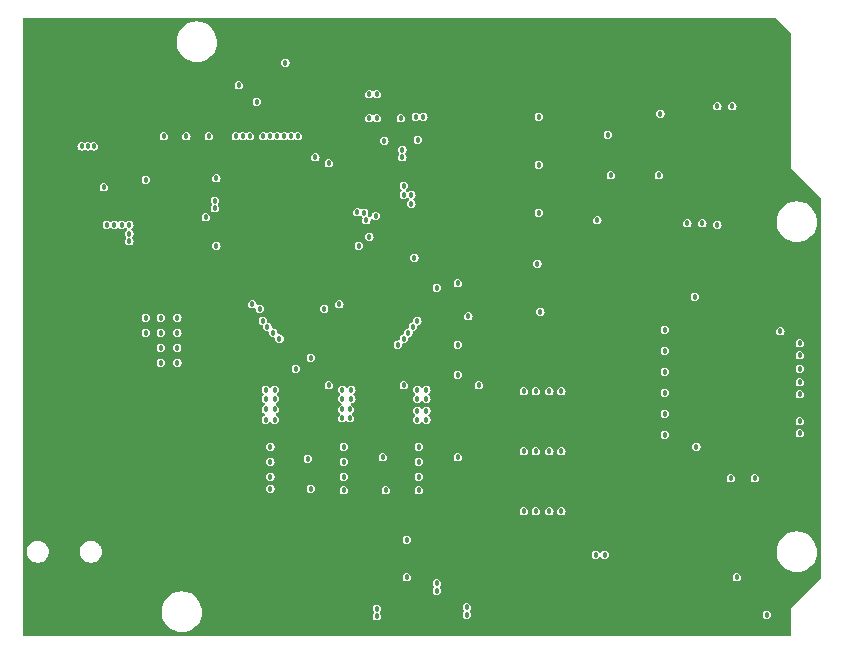
<source format=gbr>
%TF.GenerationSoftware,KiCad,Pcbnew,6.0.0*%
%TF.CreationDate,2022-01-02T09:26:30-06:00*%
%TF.ProjectId,boysenboard,626f7973-656e-4626-9f61-72642e6b6963,rev?*%
%TF.SameCoordinates,Original*%
%TF.FileFunction,Copper,L2,Inr*%
%TF.FilePolarity,Positive*%
%FSLAX46Y46*%
G04 Gerber Fmt 4.6, Leading zero omitted, Abs format (unit mm)*
G04 Created by KiCad (PCBNEW 6.0.0) date 2022-01-02 09:26:30*
%MOMM*%
%LPD*%
G01*
G04 APERTURE LIST*
%TA.AperFunction,ComponentPad*%
%ADD10C,1.450000*%
%TD*%
%TA.AperFunction,ComponentPad*%
%ADD11O,1.900000X1.200000*%
%TD*%
%TA.AperFunction,ViaPad*%
%ADD12C,0.457200*%
%TD*%
G04 APERTURE END LIST*
D10*
%TO.N,GND*%
%TO.C,J1*%
X93156500Y-50760000D03*
D11*
X90456500Y-51760000D03*
D10*
X93156500Y-45760000D03*
D11*
X90456500Y-44760000D03*
%TD*%
D12*
%TO.N,GND*%
X94361000Y-49530000D03*
X135763000Y-51054000D03*
X95250000Y-52832000D03*
X106680000Y-86360000D03*
X90170000Y-69977000D03*
X105664000Y-53365406D03*
X122555000Y-52832000D03*
X107950000Y-85090000D03*
X135636000Y-45974000D03*
X113030000Y-85090000D03*
X111760000Y-51181000D03*
X113030000Y-87630000D03*
X105791000Y-56134000D03*
X139192000Y-56896000D03*
X120142000Y-74422000D03*
X90170000Y-71120000D03*
X90678000Y-37973000D03*
X139192000Y-48514000D03*
X102235000Y-53848000D03*
X111760000Y-57531000D03*
X90170000Y-72517000D03*
X149479000Y-53594000D03*
X108585000Y-57531000D03*
X135509000Y-59436000D03*
X113792000Y-74422000D03*
X121666000Y-73787000D03*
X107950000Y-87630000D03*
X111760000Y-85090000D03*
X92837000Y-72517000D03*
X113284000Y-67056000D03*
X111760000Y-54356000D03*
X119634000Y-67056000D03*
X114300000Y-64008000D03*
X152273000Y-60960000D03*
X125222000Y-73279000D03*
X132080000Y-86614000D03*
X108585000Y-64008000D03*
X122555000Y-54610000D03*
X118491000Y-58928000D03*
X135763000Y-54356000D03*
X111760000Y-86360000D03*
X105791000Y-57150000D03*
X126365000Y-74422000D03*
X107950000Y-60325000D03*
X125984000Y-67183000D03*
X94361000Y-62484000D03*
X143383000Y-47498000D03*
X148717000Y-61849000D03*
X112395000Y-42291000D03*
X102235000Y-49657000D03*
X144780000Y-59690000D03*
X118872000Y-73279000D03*
X114935000Y-57531000D03*
X114935000Y-51181000D03*
X155194000Y-69088000D03*
X117856000Y-44831000D03*
X128016000Y-73787000D03*
X122555000Y-58166000D03*
X148336000Y-69342000D03*
X108585000Y-51181000D03*
X110236000Y-42545000D03*
X148336000Y-65024000D03*
X102235000Y-52070000D03*
X112522000Y-73406000D03*
X114935000Y-54356000D03*
X114681000Y-45974000D03*
X115316000Y-41148000D03*
X107950000Y-86360000D03*
X108585000Y-54356000D03*
X108585000Y-48387000D03*
X106680000Y-87630000D03*
X129540000Y-86106000D03*
X150241000Y-73406000D03*
X133985000Y-62992000D03*
X153416000Y-73406000D03*
X99822000Y-37973000D03*
X91821000Y-62103000D03*
X132080000Y-85979000D03*
X102235000Y-55626000D03*
X106680000Y-85090000D03*
X113030000Y-86360000D03*
X97282000Y-57150000D03*
X116205000Y-64008000D03*
X99695000Y-68199000D03*
X115316000Y-73787000D03*
X98171000Y-59309000D03*
X111760000Y-87630000D03*
X91440000Y-72517000D03*
X105791000Y-57912000D03*
X116967000Y-46863000D03*
X129540000Y-86741000D03*
X107696000Y-48387000D03*
%TO.N,/USB_VBUS*%
X98425000Y-54991000D03*
X97155000Y-53594000D03*
X98425000Y-54356000D03*
X94391000Y-46960000D03*
X96520000Y-53594000D03*
X94899000Y-46960000D03*
X97790000Y-53594000D03*
X95407000Y-46960000D03*
X98425000Y-53594000D03*
%TO.N,+5V*%
X110363000Y-72390000D03*
X116586000Y-76073000D03*
X110363000Y-73660000D03*
X120142000Y-76073000D03*
X119888000Y-73279000D03*
X102489000Y-61468000D03*
X110363000Y-75946000D03*
X126238000Y-66294000D03*
X116586000Y-73660000D03*
X99822000Y-62738000D03*
X101092000Y-64008000D03*
X122936000Y-73660000D03*
X124460000Y-84582000D03*
X101092000Y-62738000D03*
X116586000Y-72390000D03*
X116586000Y-74930000D03*
X101092000Y-61468000D03*
X113538000Y-73406000D03*
X102489000Y-64008000D03*
X126238000Y-63754000D03*
X133223000Y-60960000D03*
X113792000Y-75946000D03*
X101092000Y-65278000D03*
X126238000Y-73279000D03*
X122936000Y-76073000D03*
X99822000Y-61468000D03*
X122936000Y-74930000D03*
X102489000Y-65278000D03*
X126238000Y-58547000D03*
X102489000Y-62738000D03*
X110363000Y-74930000D03*
X124460000Y-83947000D03*
X122936000Y-72390000D03*
%TO.N,+1V1*%
X131826000Y-77851000D03*
X133985000Y-77851000D03*
X135001000Y-77851000D03*
X132842000Y-77851000D03*
X110744000Y-68326000D03*
X110744000Y-67564000D03*
X105664000Y-52197000D03*
X109982000Y-68326000D03*
X110744000Y-69215000D03*
X119277070Y-52856070D03*
X110744000Y-70104000D03*
X109982000Y-67564000D03*
X115316000Y-67183000D03*
X109982000Y-69215000D03*
X109982000Y-70104000D03*
X116205000Y-60325000D03*
%TO.N,+2V5*%
X116459000Y-68326000D03*
X135001000Y-72771000D03*
X117094000Y-69977000D03*
X117094000Y-69215000D03*
X121666000Y-67183000D03*
X116459000Y-69977000D03*
X105791000Y-55372000D03*
X133985000Y-72771000D03*
X117856000Y-55372000D03*
X117221000Y-67564000D03*
X117221000Y-68326000D03*
X132842000Y-72771000D03*
X116459000Y-69215000D03*
X118745000Y-54610000D03*
X122555000Y-56388000D03*
X118491000Y-53213000D03*
X131826000Y-72771000D03*
X116459000Y-67564000D03*
%TO.N,+3V3*%
X133096000Y-48514000D03*
X103251000Y-46101000D03*
X105156000Y-46101000D03*
X148209000Y-53594000D03*
X122809000Y-67564000D03*
X133096000Y-44450000D03*
X122809000Y-70104000D03*
X123571000Y-69342000D03*
X114173000Y-47879000D03*
X151384000Y-75057000D03*
X122809000Y-69342000D03*
X104902000Y-52959000D03*
X105791000Y-49657000D03*
X133096000Y-52578000D03*
X155194000Y-66929000D03*
X127000000Y-85979000D03*
X128016000Y-67183000D03*
X143383000Y-44196000D03*
X123571000Y-68326000D03*
X114935000Y-60706000D03*
X127000000Y-86614000D03*
X123571000Y-67564000D03*
X132969000Y-56896000D03*
X101346000Y-46101000D03*
X146304000Y-59690000D03*
X135001000Y-67691000D03*
X131826000Y-67691000D03*
X108839000Y-60325000D03*
X149352000Y-75057000D03*
X133985000Y-67691000D03*
X143256000Y-49403000D03*
X132842000Y-67691000D03*
X146431000Y-72390000D03*
X119380000Y-86106000D03*
X123571000Y-70104000D03*
X119380000Y-86741000D03*
X122809000Y-68326000D03*
%TO.N,/PE0_UART0_RX*%
X121539000Y-47244000D03*
X139192000Y-49403000D03*
%TO.N,/PE1_UART0_TX*%
X138049000Y-53213000D03*
X121539000Y-47879000D03*
%TO.N,/USB_ID*%
X96266000Y-50419000D03*
X115316000Y-48387000D03*
%TO.N,/I2C0_SCL*%
X118745000Y-42545000D03*
X107696000Y-41783000D03*
X118745000Y-44577000D03*
X117729000Y-52536900D03*
%TO.N,/I2C0_SDA*%
X119380000Y-44577000D03*
X111633000Y-39878000D03*
X119380000Y-42545000D03*
X118311300Y-52584011D03*
%TO.N,/~{RESET}*%
X99822000Y-49784000D03*
X121920000Y-80264000D03*
X105664000Y-51562000D03*
X112522000Y-65786000D03*
X121920000Y-83439000D03*
%TO.N,/SDC0_CLK*%
X110950191Y-46101000D03*
X155194000Y-67945000D03*
%TO.N,/SDC0_D0*%
X110365988Y-46101000D03*
X155194000Y-70231000D03*
X143764000Y-69596000D03*
%TO.N,/SDC0_D1*%
X109781785Y-46101000D03*
X155194000Y-71247000D03*
X143764000Y-71374000D03*
%TO.N,/SDC0_CDM*%
X155194000Y-65786000D03*
X111534394Y-46101000D03*
X143764000Y-67818000D03*
%TO.N,/SDC0_D2*%
X112702800Y-46101000D03*
X155194000Y-63627000D03*
X143764000Y-64262000D03*
%TO.N,/SDC0_D3*%
X155194000Y-64643000D03*
X143764000Y-66040000D03*
X112118597Y-46101000D03*
%TO.N,/SDC0_CD*%
X124460000Y-58928000D03*
X109474000Y-60706000D03*
X143764000Y-62484000D03*
X153543000Y-62611000D03*
X121158000Y-63754000D03*
%TO.N,/PD4_UART1_TX*%
X121666000Y-63246000D03*
X111140900Y-63246000D03*
%TO.N,/PD2_UART1_CTS*%
X110109000Y-62230000D03*
X122428000Y-62230000D03*
%TO.N,/PD3_UART1_RX*%
X110617000Y-62738000D03*
X122047000Y-62738000D03*
%TO.N,/PD1_UART1_RTS*%
X122809000Y-61722000D03*
X109728000Y-61722000D03*
%TO.N,/PD6_I2C1_SDA*%
X149860000Y-83439000D03*
X138684000Y-81534000D03*
%TO.N,/PD5_I2C1_SCL*%
X137922000Y-81534000D03*
X152400000Y-86614000D03*
%TO.N,/LED_STATUS*%
X127127000Y-61341000D03*
X113792000Y-64858900D03*
%TO.N,/FLASH_SPI0_CS*%
X145669000Y-53467000D03*
X108613379Y-46101000D03*
%TO.N,/FLASH_SPI0_MISO*%
X146939000Y-53467000D03*
X108029176Y-46101000D03*
%TO.N,/FLASH_SPI0_CLK*%
X109220000Y-43180000D03*
X148209000Y-43561000D03*
%TO.N,/FLASH_SPI0_MOSI*%
X149479000Y-43561000D03*
X107442000Y-46101000D03*
%TO.N,/PE8_SPI1_MOSI*%
X121666000Y-51054000D03*
X122682000Y-44450019D03*
%TO.N,/PE9_SPI1_CLK*%
X122301000Y-51054000D03*
X121412000Y-44577000D03*
X138938000Y-45974000D03*
X122847101Y-46393101D03*
%TO.N,/PE7_SPI1_CS*%
X121666000Y-50292000D03*
X123317000Y-44450019D03*
%TO.N,/PE10_SP1_MISO*%
X122301000Y-51816000D03*
X120015000Y-46482000D03*
%TD*%
%TA.AperFunction,Conductor*%
%TO.N,GND*%
G36*
X153177931Y-36088002D02*
G01*
X153198905Y-36104905D01*
X154395095Y-37301095D01*
X154429121Y-37363407D01*
X154432000Y-37390190D01*
X154432000Y-48768000D01*
X156935095Y-51271095D01*
X156969121Y-51333407D01*
X156972000Y-51360190D01*
X156972000Y-83513810D01*
X156951998Y-83581931D01*
X156935095Y-83602905D01*
X154432000Y-86106000D01*
X154432000Y-88266000D01*
X154411998Y-88334121D01*
X154358342Y-88380614D01*
X154306000Y-88392000D01*
X89534000Y-88392000D01*
X89465879Y-88371998D01*
X89419386Y-88318342D01*
X89408000Y-88266000D01*
X89408000Y-86269980D01*
X101152310Y-86269980D01*
X101158458Y-86530835D01*
X101159292Y-86535540D01*
X101193969Y-86731207D01*
X101203991Y-86787758D01*
X101287864Y-87034838D01*
X101408145Y-87266389D01*
X101562066Y-87477081D01*
X101746086Y-87662067D01*
X101955969Y-87817090D01*
X102186887Y-87938581D01*
X102433524Y-88023746D01*
X102517007Y-88038992D01*
X102686234Y-88069899D01*
X102686240Y-88069900D01*
X102690206Y-88070624D01*
X102735480Y-88072997D01*
X102772034Y-88074913D01*
X102772050Y-88074913D01*
X102773702Y-88075000D01*
X102936349Y-88075000D01*
X102938728Y-88074819D01*
X102938729Y-88074819D01*
X103125409Y-88060619D01*
X103125414Y-88060618D01*
X103130176Y-88060256D01*
X103134829Y-88059177D01*
X103134832Y-88059177D01*
X103379700Y-88002419D01*
X103379699Y-88002419D01*
X103384364Y-88001338D01*
X103626716Y-87904650D01*
X103851654Y-87772415D01*
X103855365Y-87769394D01*
X103855369Y-87769391D01*
X104050290Y-87610700D01*
X104054002Y-87607678D01*
X104229104Y-87414229D01*
X104372929Y-87196520D01*
X104445510Y-87039081D01*
X104480163Y-86963912D01*
X104480164Y-86963909D01*
X104482169Y-86959560D01*
X104531595Y-86787758D01*
X104545047Y-86741000D01*
X119019461Y-86741000D01*
X119037107Y-86852413D01*
X119088318Y-86952920D01*
X119168080Y-87032682D01*
X119268587Y-87083893D01*
X119278376Y-87085443D01*
X119278378Y-87085444D01*
X119370207Y-87099988D01*
X119380000Y-87101539D01*
X119389793Y-87099988D01*
X119481622Y-87085444D01*
X119481624Y-87085443D01*
X119491413Y-87083893D01*
X119591920Y-87032682D01*
X119671682Y-86952920D01*
X119722893Y-86852413D01*
X119740539Y-86741000D01*
X119722893Y-86629587D01*
X119714951Y-86614000D01*
X126639461Y-86614000D01*
X126641012Y-86623793D01*
X126653726Y-86704063D01*
X126657107Y-86725413D01*
X126708318Y-86825920D01*
X126788080Y-86905682D01*
X126888587Y-86956893D01*
X126898376Y-86958443D01*
X126898378Y-86958444D01*
X126990207Y-86972988D01*
X127000000Y-86974539D01*
X127009793Y-86972988D01*
X127101622Y-86958444D01*
X127101624Y-86958443D01*
X127111413Y-86956893D01*
X127211920Y-86905682D01*
X127291682Y-86825920D01*
X127342893Y-86725413D01*
X127346275Y-86704063D01*
X127358988Y-86623793D01*
X127360539Y-86614000D01*
X152039461Y-86614000D01*
X152041012Y-86623793D01*
X152053726Y-86704063D01*
X152057107Y-86725413D01*
X152108318Y-86825920D01*
X152188080Y-86905682D01*
X152288587Y-86956893D01*
X152298376Y-86958443D01*
X152298378Y-86958444D01*
X152390207Y-86972988D01*
X152400000Y-86974539D01*
X152409793Y-86972988D01*
X152501622Y-86958444D01*
X152501624Y-86958443D01*
X152511413Y-86956893D01*
X152611920Y-86905682D01*
X152691682Y-86825920D01*
X152742893Y-86725413D01*
X152746275Y-86704063D01*
X152758988Y-86623793D01*
X152760539Y-86614000D01*
X152742893Y-86502587D01*
X152691682Y-86402080D01*
X152611920Y-86322318D01*
X152511413Y-86271107D01*
X152501624Y-86269557D01*
X152501622Y-86269556D01*
X152409793Y-86255012D01*
X152400000Y-86253461D01*
X152390207Y-86255012D01*
X152298378Y-86269556D01*
X152298376Y-86269557D01*
X152288587Y-86271107D01*
X152188080Y-86322318D01*
X152108318Y-86402080D01*
X152057107Y-86502587D01*
X152039461Y-86614000D01*
X127360539Y-86614000D01*
X127342893Y-86502587D01*
X127291682Y-86402080D01*
X127275197Y-86385595D01*
X127241171Y-86323283D01*
X127246236Y-86252468D01*
X127275197Y-86207405D01*
X127291682Y-86190920D01*
X127342893Y-86090413D01*
X127360539Y-85979000D01*
X127342893Y-85867587D01*
X127291682Y-85767080D01*
X127211920Y-85687318D01*
X127111413Y-85636107D01*
X127101624Y-85634557D01*
X127101622Y-85634556D01*
X127009793Y-85620012D01*
X127000000Y-85618461D01*
X126990207Y-85620012D01*
X126898378Y-85634556D01*
X126898376Y-85634557D01*
X126888587Y-85636107D01*
X126788080Y-85687318D01*
X126708318Y-85767080D01*
X126657107Y-85867587D01*
X126639461Y-85979000D01*
X126657107Y-86090413D01*
X126708318Y-86190920D01*
X126724803Y-86207405D01*
X126758829Y-86269717D01*
X126753764Y-86340532D01*
X126724803Y-86385595D01*
X126708318Y-86402080D01*
X126657107Y-86502587D01*
X126639461Y-86614000D01*
X119714951Y-86614000D01*
X119671682Y-86529080D01*
X119655197Y-86512595D01*
X119621171Y-86450283D01*
X119626236Y-86379468D01*
X119655197Y-86334405D01*
X119671682Y-86317920D01*
X119722893Y-86217413D01*
X119740539Y-86106000D01*
X119736520Y-86080622D01*
X119724444Y-86004378D01*
X119724443Y-86004376D01*
X119722893Y-85994587D01*
X119671682Y-85894080D01*
X119591920Y-85814318D01*
X119491413Y-85763107D01*
X119481624Y-85761557D01*
X119481622Y-85761556D01*
X119389793Y-85747012D01*
X119380000Y-85745461D01*
X119370207Y-85747012D01*
X119278378Y-85761556D01*
X119278376Y-85761557D01*
X119268587Y-85763107D01*
X119168080Y-85814318D01*
X119088318Y-85894080D01*
X119037107Y-85994587D01*
X119035557Y-86004376D01*
X119035556Y-86004378D01*
X119023480Y-86080622D01*
X119019461Y-86106000D01*
X119037107Y-86217413D01*
X119088318Y-86317920D01*
X119104803Y-86334405D01*
X119138829Y-86396717D01*
X119133764Y-86467532D01*
X119104803Y-86512595D01*
X119088318Y-86529080D01*
X119037107Y-86629587D01*
X119019461Y-86741000D01*
X104545047Y-86741000D01*
X104552988Y-86713397D01*
X104552989Y-86713393D01*
X104554309Y-86708804D01*
X104563265Y-86639378D01*
X104587079Y-86454757D01*
X104587690Y-86450020D01*
X104583068Y-86253900D01*
X104581655Y-86193945D01*
X104581655Y-86193941D01*
X104581542Y-86189165D01*
X104549188Y-86006603D01*
X104536844Y-85936951D01*
X104536843Y-85936945D01*
X104536009Y-85932242D01*
X104452136Y-85685162D01*
X104331855Y-85453611D01*
X104177934Y-85242919D01*
X103993914Y-85057933D01*
X103784031Y-84902910D01*
X103608296Y-84810452D01*
X103557350Y-84783648D01*
X103557348Y-84783647D01*
X103553113Y-84781419D01*
X103306476Y-84696254D01*
X103222993Y-84681008D01*
X103053766Y-84650101D01*
X103053760Y-84650100D01*
X103049794Y-84649376D01*
X103004520Y-84647003D01*
X102967966Y-84645087D01*
X102967950Y-84645087D01*
X102966298Y-84645000D01*
X102803651Y-84645000D01*
X102801272Y-84645181D01*
X102801271Y-84645181D01*
X102614591Y-84659381D01*
X102614586Y-84659382D01*
X102609824Y-84659744D01*
X102605171Y-84660823D01*
X102605168Y-84660823D01*
X102426459Y-84702246D01*
X102355636Y-84718662D01*
X102113284Y-84815350D01*
X101888346Y-84947585D01*
X101884635Y-84950606D01*
X101884631Y-84950609D01*
X101748633Y-85061329D01*
X101685998Y-85112322D01*
X101510896Y-85305771D01*
X101367071Y-85523480D01*
X101365070Y-85527820D01*
X101365068Y-85527824D01*
X101264736Y-85745461D01*
X101257831Y-85760440D01*
X101256507Y-85765041D01*
X101256507Y-85765042D01*
X101207051Y-85936951D01*
X101185691Y-86011196D01*
X101185080Y-86015931D01*
X101185079Y-86015937D01*
X101174725Y-86096207D01*
X101152310Y-86269980D01*
X89408000Y-86269980D01*
X89408000Y-84582000D01*
X124099461Y-84582000D01*
X124117107Y-84693413D01*
X124168318Y-84793920D01*
X124248080Y-84873682D01*
X124348587Y-84924893D01*
X124358376Y-84926443D01*
X124358378Y-84926444D01*
X124450207Y-84940988D01*
X124460000Y-84942539D01*
X124469793Y-84940988D01*
X124561622Y-84926444D01*
X124561624Y-84926443D01*
X124571413Y-84924893D01*
X124671920Y-84873682D01*
X124751682Y-84793920D01*
X124802893Y-84693413D01*
X124820539Y-84582000D01*
X124802893Y-84470587D01*
X124751682Y-84370080D01*
X124735197Y-84353595D01*
X124701171Y-84291283D01*
X124706236Y-84220468D01*
X124735197Y-84175405D01*
X124751682Y-84158920D01*
X124802893Y-84058413D01*
X124820539Y-83947000D01*
X124810717Y-83884983D01*
X124804444Y-83845378D01*
X124804443Y-83845376D01*
X124802893Y-83835587D01*
X124751682Y-83735080D01*
X124671920Y-83655318D01*
X124571413Y-83604107D01*
X124561624Y-83602557D01*
X124561622Y-83602556D01*
X124469793Y-83588012D01*
X124460000Y-83586461D01*
X124450207Y-83588012D01*
X124358378Y-83602556D01*
X124358376Y-83602557D01*
X124348587Y-83604107D01*
X124248080Y-83655318D01*
X124168318Y-83735080D01*
X124117107Y-83835587D01*
X124115557Y-83845376D01*
X124115556Y-83845378D01*
X124109283Y-83884983D01*
X124099461Y-83947000D01*
X124117107Y-84058413D01*
X124168318Y-84158920D01*
X124184803Y-84175405D01*
X124218829Y-84237717D01*
X124213764Y-84308532D01*
X124184803Y-84353595D01*
X124168318Y-84370080D01*
X124117107Y-84470587D01*
X124099461Y-84582000D01*
X89408000Y-84582000D01*
X89408000Y-83439000D01*
X121559461Y-83439000D01*
X121561012Y-83448793D01*
X121571310Y-83513810D01*
X121577107Y-83550413D01*
X121628318Y-83650920D01*
X121708080Y-83730682D01*
X121808587Y-83781893D01*
X121818376Y-83783443D01*
X121818378Y-83783444D01*
X121910207Y-83797988D01*
X121920000Y-83799539D01*
X121929793Y-83797988D01*
X122021622Y-83783444D01*
X122021624Y-83783443D01*
X122031413Y-83781893D01*
X122131920Y-83730682D01*
X122211682Y-83650920D01*
X122262893Y-83550413D01*
X122268691Y-83513810D01*
X122278988Y-83448793D01*
X122280539Y-83439000D01*
X149499461Y-83439000D01*
X149501012Y-83448793D01*
X149511310Y-83513810D01*
X149517107Y-83550413D01*
X149568318Y-83650920D01*
X149648080Y-83730682D01*
X149748587Y-83781893D01*
X149758376Y-83783443D01*
X149758378Y-83783444D01*
X149850207Y-83797988D01*
X149860000Y-83799539D01*
X149869793Y-83797988D01*
X149961622Y-83783444D01*
X149961624Y-83783443D01*
X149971413Y-83781893D01*
X150071920Y-83730682D01*
X150151682Y-83650920D01*
X150202893Y-83550413D01*
X150208691Y-83513810D01*
X150218988Y-83448793D01*
X150220539Y-83439000D01*
X150202893Y-83327587D01*
X150151682Y-83227080D01*
X150071920Y-83147318D01*
X149971413Y-83096107D01*
X149961624Y-83094557D01*
X149961622Y-83094556D01*
X149869793Y-83080012D01*
X149860000Y-83078461D01*
X149850207Y-83080012D01*
X149758378Y-83094556D01*
X149758376Y-83094557D01*
X149748587Y-83096107D01*
X149648080Y-83147318D01*
X149568318Y-83227080D01*
X149517107Y-83327587D01*
X149499461Y-83439000D01*
X122280539Y-83439000D01*
X122262893Y-83327587D01*
X122211682Y-83227080D01*
X122131920Y-83147318D01*
X122031413Y-83096107D01*
X122021624Y-83094557D01*
X122021622Y-83094556D01*
X121929793Y-83080012D01*
X121920000Y-83078461D01*
X121910207Y-83080012D01*
X121818378Y-83094556D01*
X121818376Y-83094557D01*
X121808587Y-83096107D01*
X121708080Y-83147318D01*
X121628318Y-83227080D01*
X121577107Y-83327587D01*
X121559461Y-83439000D01*
X89408000Y-83439000D01*
X89408000Y-81377484D01*
X89750500Y-81377484D01*
X89791036Y-81568192D01*
X89793720Y-81574221D01*
X89793721Y-81574223D01*
X89866234Y-81737088D01*
X89870337Y-81746304D01*
X89874217Y-81751645D01*
X89874218Y-81751646D01*
X89970314Y-81883912D01*
X89984936Y-81904037D01*
X90129826Y-82034497D01*
X90135547Y-82037800D01*
X90278811Y-82120513D01*
X90298674Y-82131981D01*
X90304960Y-82134023D01*
X90304959Y-82134023D01*
X90453071Y-82182147D01*
X90484100Y-82192229D01*
X90490663Y-82192919D01*
X90490664Y-82192919D01*
X90514376Y-82195411D01*
X90629392Y-82207500D01*
X90726608Y-82207500D01*
X90841624Y-82195411D01*
X90865336Y-82192919D01*
X90865337Y-82192919D01*
X90871900Y-82192229D01*
X90902930Y-82182147D01*
X91051041Y-82134023D01*
X91051040Y-82134023D01*
X91057326Y-82131981D01*
X91077190Y-82120513D01*
X91220453Y-82037800D01*
X91226174Y-82034497D01*
X91371064Y-81904037D01*
X91485663Y-81746305D01*
X91526651Y-81654246D01*
X91562279Y-81574223D01*
X91562279Y-81574222D01*
X91564964Y-81568192D01*
X91605500Y-81377484D01*
X94250500Y-81377484D01*
X94291036Y-81568192D01*
X94293720Y-81574221D01*
X94293721Y-81574223D01*
X94366234Y-81737088D01*
X94370337Y-81746304D01*
X94374217Y-81751645D01*
X94374218Y-81751646D01*
X94470314Y-81883912D01*
X94484936Y-81904037D01*
X94629826Y-82034497D01*
X94635547Y-82037800D01*
X94778811Y-82120513D01*
X94798674Y-82131981D01*
X94804960Y-82134023D01*
X94804959Y-82134023D01*
X94953071Y-82182147D01*
X94984100Y-82192229D01*
X94990663Y-82192919D01*
X94990664Y-82192919D01*
X95014376Y-82195411D01*
X95129392Y-82207500D01*
X95226608Y-82207500D01*
X95341624Y-82195411D01*
X95365336Y-82192919D01*
X95365337Y-82192919D01*
X95371900Y-82192229D01*
X95402930Y-82182147D01*
X95551041Y-82134023D01*
X95551040Y-82134023D01*
X95557326Y-82131981D01*
X95577190Y-82120513D01*
X95720453Y-82037800D01*
X95726174Y-82034497D01*
X95871064Y-81904037D01*
X95985663Y-81746305D01*
X96026651Y-81654246D01*
X96062279Y-81574223D01*
X96062279Y-81574222D01*
X96064964Y-81568192D01*
X96072232Y-81534000D01*
X137561461Y-81534000D01*
X137563012Y-81543793D01*
X137575726Y-81624063D01*
X137579107Y-81645413D01*
X137630318Y-81745920D01*
X137710080Y-81825682D01*
X137810587Y-81876893D01*
X137820376Y-81878443D01*
X137820378Y-81878444D01*
X137912207Y-81892988D01*
X137922000Y-81894539D01*
X137931793Y-81892988D01*
X138023622Y-81878444D01*
X138023624Y-81878443D01*
X138033413Y-81876893D01*
X138133920Y-81825682D01*
X138213682Y-81745920D01*
X138216505Y-81748743D01*
X138257274Y-81717298D01*
X138328010Y-81711215D01*
X138390805Y-81744340D01*
X138392241Y-81745997D01*
X138392318Y-81745920D01*
X138472080Y-81825682D01*
X138572587Y-81876893D01*
X138582376Y-81878443D01*
X138582378Y-81878444D01*
X138674207Y-81892988D01*
X138684000Y-81894539D01*
X138693793Y-81892988D01*
X138785622Y-81878444D01*
X138785624Y-81878443D01*
X138795413Y-81876893D01*
X138895920Y-81825682D01*
X138975682Y-81745920D01*
X139026893Y-81645413D01*
X139030275Y-81624063D01*
X139042988Y-81543793D01*
X139044539Y-81534000D01*
X139026893Y-81422587D01*
X138975682Y-81322080D01*
X138895920Y-81242318D01*
X138795413Y-81191107D01*
X138788295Y-81189980D01*
X153222310Y-81189980D01*
X153223544Y-81242318D01*
X153226574Y-81370881D01*
X153228458Y-81450835D01*
X153229292Y-81455540D01*
X153261207Y-81635622D01*
X153273991Y-81707758D01*
X153357864Y-81954838D01*
X153478145Y-82186389D01*
X153632066Y-82397081D01*
X153816086Y-82582067D01*
X154025969Y-82737090D01*
X154256887Y-82858581D01*
X154503524Y-82943746D01*
X154587007Y-82958992D01*
X154756234Y-82989899D01*
X154756240Y-82989900D01*
X154760206Y-82990624D01*
X154805480Y-82992997D01*
X154842034Y-82994913D01*
X154842050Y-82994913D01*
X154843702Y-82995000D01*
X155006349Y-82995000D01*
X155008728Y-82994819D01*
X155008729Y-82994819D01*
X155195409Y-82980619D01*
X155195414Y-82980618D01*
X155200176Y-82980256D01*
X155204829Y-82979177D01*
X155204832Y-82979177D01*
X155449700Y-82922419D01*
X155449699Y-82922419D01*
X155454364Y-82921338D01*
X155696716Y-82824650D01*
X155921654Y-82692415D01*
X155925365Y-82689394D01*
X155925369Y-82689391D01*
X156120290Y-82530700D01*
X156124002Y-82527678D01*
X156299104Y-82334229D01*
X156442929Y-82116520D01*
X156479220Y-82037800D01*
X156550163Y-81883912D01*
X156550164Y-81883909D01*
X156552169Y-81879560D01*
X156588599Y-81752931D01*
X156622988Y-81633397D01*
X156622989Y-81633393D01*
X156624309Y-81628804D01*
X156631350Y-81574223D01*
X156657079Y-81374757D01*
X156657690Y-81370020D01*
X156653437Y-81189556D01*
X156651655Y-81113945D01*
X156651655Y-81113941D01*
X156651542Y-81109165D01*
X156631888Y-80998265D01*
X156606844Y-80856951D01*
X156606843Y-80856945D01*
X156606009Y-80852242D01*
X156522136Y-80605162D01*
X156401855Y-80373611D01*
X156247934Y-80162919D01*
X156063914Y-79977933D01*
X155854031Y-79822910D01*
X155623113Y-79701419D01*
X155376476Y-79616254D01*
X155292993Y-79601008D01*
X155123766Y-79570101D01*
X155123760Y-79570100D01*
X155119794Y-79569376D01*
X155074520Y-79567003D01*
X155037966Y-79565087D01*
X155037950Y-79565087D01*
X155036298Y-79565000D01*
X154873651Y-79565000D01*
X154871272Y-79565181D01*
X154871271Y-79565181D01*
X154684591Y-79579381D01*
X154684586Y-79579382D01*
X154679824Y-79579744D01*
X154675171Y-79580823D01*
X154675168Y-79580823D01*
X154487665Y-79624284D01*
X154425636Y-79638662D01*
X154183284Y-79735350D01*
X153958346Y-79867585D01*
X153954635Y-79870606D01*
X153954631Y-79870609D01*
X153821090Y-79979329D01*
X153755998Y-80032322D01*
X153580896Y-80225771D01*
X153437071Y-80443480D01*
X153435070Y-80447820D01*
X153435068Y-80447824D01*
X153329837Y-80676088D01*
X153327831Y-80680440D01*
X153326507Y-80685041D01*
X153326507Y-80685042D01*
X153277051Y-80856951D01*
X153255691Y-80931196D01*
X153255080Y-80935931D01*
X153255079Y-80935937D01*
X153233341Y-81104460D01*
X153222310Y-81189980D01*
X138788295Y-81189980D01*
X138785624Y-81189557D01*
X138785622Y-81189556D01*
X138693793Y-81175012D01*
X138684000Y-81173461D01*
X138674207Y-81175012D01*
X138582378Y-81189556D01*
X138582376Y-81189557D01*
X138572587Y-81191107D01*
X138472080Y-81242318D01*
X138392318Y-81322080D01*
X138389495Y-81319257D01*
X138348726Y-81350702D01*
X138277990Y-81356785D01*
X138215195Y-81323660D01*
X138213759Y-81322003D01*
X138213682Y-81322080D01*
X138133920Y-81242318D01*
X138033413Y-81191107D01*
X138023624Y-81189557D01*
X138023622Y-81189556D01*
X137931793Y-81175012D01*
X137922000Y-81173461D01*
X137912207Y-81175012D01*
X137820378Y-81189556D01*
X137820376Y-81189557D01*
X137810587Y-81191107D01*
X137710080Y-81242318D01*
X137630318Y-81322080D01*
X137579107Y-81422587D01*
X137561461Y-81534000D01*
X96072232Y-81534000D01*
X96105500Y-81377484D01*
X96105500Y-81182516D01*
X96103576Y-81173461D01*
X96066336Y-80998265D01*
X96064964Y-80991808D01*
X96062279Y-80985777D01*
X95988348Y-80819726D01*
X95988347Y-80819724D01*
X95985663Y-80813696D01*
X95888848Y-80680440D01*
X95874943Y-80661302D01*
X95871064Y-80655963D01*
X95836165Y-80624539D01*
X95731082Y-80529922D01*
X95731081Y-80529921D01*
X95726174Y-80525503D01*
X95624996Y-80467088D01*
X95563049Y-80431323D01*
X95563048Y-80431322D01*
X95557326Y-80428019D01*
X95481852Y-80403496D01*
X95378179Y-80369811D01*
X95378178Y-80369811D01*
X95371900Y-80367771D01*
X95365337Y-80367081D01*
X95365336Y-80367081D01*
X95341624Y-80364589D01*
X95226608Y-80352500D01*
X95129392Y-80352500D01*
X95014376Y-80364589D01*
X94990664Y-80367081D01*
X94990663Y-80367081D01*
X94984100Y-80367771D01*
X94977822Y-80369811D01*
X94977821Y-80369811D01*
X94874148Y-80403496D01*
X94798674Y-80428019D01*
X94792952Y-80431322D01*
X94792951Y-80431323D01*
X94731004Y-80467088D01*
X94629826Y-80525503D01*
X94624919Y-80529921D01*
X94624918Y-80529922D01*
X94519836Y-80624539D01*
X94484936Y-80655963D01*
X94370337Y-80813695D01*
X94291036Y-80991808D01*
X94289664Y-80998265D01*
X94252425Y-81173461D01*
X94250500Y-81182516D01*
X94250500Y-81377484D01*
X91605500Y-81377484D01*
X91605500Y-81182516D01*
X91603576Y-81173461D01*
X91566336Y-80998265D01*
X91564964Y-80991808D01*
X91562279Y-80985777D01*
X91488348Y-80819726D01*
X91488347Y-80819724D01*
X91485663Y-80813696D01*
X91388848Y-80680440D01*
X91374943Y-80661302D01*
X91371064Y-80655963D01*
X91336165Y-80624539D01*
X91231082Y-80529922D01*
X91231081Y-80529921D01*
X91226174Y-80525503D01*
X91124996Y-80467088D01*
X91063049Y-80431323D01*
X91063048Y-80431322D01*
X91057326Y-80428019D01*
X90981852Y-80403496D01*
X90878179Y-80369811D01*
X90878178Y-80369811D01*
X90871900Y-80367771D01*
X90865337Y-80367081D01*
X90865336Y-80367081D01*
X90841624Y-80364589D01*
X90726608Y-80352500D01*
X90629392Y-80352500D01*
X90514376Y-80364589D01*
X90490664Y-80367081D01*
X90490663Y-80367081D01*
X90484100Y-80367771D01*
X90477822Y-80369811D01*
X90477821Y-80369811D01*
X90374148Y-80403496D01*
X90298674Y-80428019D01*
X90292952Y-80431322D01*
X90292951Y-80431323D01*
X90231004Y-80467088D01*
X90129826Y-80525503D01*
X90124919Y-80529921D01*
X90124918Y-80529922D01*
X90019836Y-80624539D01*
X89984936Y-80655963D01*
X89870337Y-80813695D01*
X89791036Y-80991808D01*
X89789664Y-80998265D01*
X89752425Y-81173461D01*
X89750500Y-81182516D01*
X89750500Y-81377484D01*
X89408000Y-81377484D01*
X89408000Y-80264000D01*
X121559461Y-80264000D01*
X121577107Y-80375413D01*
X121628318Y-80475920D01*
X121708080Y-80555682D01*
X121808587Y-80606893D01*
X121818376Y-80608443D01*
X121818378Y-80608444D01*
X121910207Y-80622988D01*
X121920000Y-80624539D01*
X121929793Y-80622988D01*
X122021622Y-80608444D01*
X122021624Y-80608443D01*
X122031413Y-80606893D01*
X122131920Y-80555682D01*
X122211682Y-80475920D01*
X122262893Y-80375413D01*
X122280539Y-80264000D01*
X122274484Y-80225771D01*
X122264444Y-80162378D01*
X122264443Y-80162376D01*
X122262893Y-80152587D01*
X122211682Y-80052080D01*
X122131920Y-79972318D01*
X122031413Y-79921107D01*
X122021624Y-79919557D01*
X122021622Y-79919556D01*
X121929793Y-79905012D01*
X121920000Y-79903461D01*
X121910207Y-79905012D01*
X121818378Y-79919556D01*
X121818376Y-79919557D01*
X121808587Y-79921107D01*
X121708080Y-79972318D01*
X121628318Y-80052080D01*
X121577107Y-80152587D01*
X121575557Y-80162376D01*
X121575556Y-80162378D01*
X121565516Y-80225771D01*
X121559461Y-80264000D01*
X89408000Y-80264000D01*
X89408000Y-77851000D01*
X131465461Y-77851000D01*
X131483107Y-77962413D01*
X131534318Y-78062920D01*
X131614080Y-78142682D01*
X131714587Y-78193893D01*
X131724376Y-78195443D01*
X131724378Y-78195444D01*
X131816207Y-78209988D01*
X131826000Y-78211539D01*
X131835793Y-78209988D01*
X131927622Y-78195444D01*
X131927624Y-78195443D01*
X131937413Y-78193893D01*
X132037920Y-78142682D01*
X132117682Y-78062920D01*
X132168893Y-77962413D01*
X132186539Y-77851000D01*
X132481461Y-77851000D01*
X132499107Y-77962413D01*
X132550318Y-78062920D01*
X132630080Y-78142682D01*
X132730587Y-78193893D01*
X132740376Y-78195443D01*
X132740378Y-78195444D01*
X132832207Y-78209988D01*
X132842000Y-78211539D01*
X132851793Y-78209988D01*
X132943622Y-78195444D01*
X132943624Y-78195443D01*
X132953413Y-78193893D01*
X133053920Y-78142682D01*
X133133682Y-78062920D01*
X133184893Y-77962413D01*
X133202539Y-77851000D01*
X133624461Y-77851000D01*
X133642107Y-77962413D01*
X133693318Y-78062920D01*
X133773080Y-78142682D01*
X133873587Y-78193893D01*
X133883376Y-78195443D01*
X133883378Y-78195444D01*
X133975207Y-78209988D01*
X133985000Y-78211539D01*
X133994793Y-78209988D01*
X134086622Y-78195444D01*
X134086624Y-78195443D01*
X134096413Y-78193893D01*
X134196920Y-78142682D01*
X134276682Y-78062920D01*
X134327893Y-77962413D01*
X134345539Y-77851000D01*
X134640461Y-77851000D01*
X134658107Y-77962413D01*
X134709318Y-78062920D01*
X134789080Y-78142682D01*
X134889587Y-78193893D01*
X134899376Y-78195443D01*
X134899378Y-78195444D01*
X134991207Y-78209988D01*
X135001000Y-78211539D01*
X135010793Y-78209988D01*
X135102622Y-78195444D01*
X135102624Y-78195443D01*
X135112413Y-78193893D01*
X135212920Y-78142682D01*
X135292682Y-78062920D01*
X135343893Y-77962413D01*
X135361539Y-77851000D01*
X135343893Y-77739587D01*
X135292682Y-77639080D01*
X135212920Y-77559318D01*
X135112413Y-77508107D01*
X135102624Y-77506557D01*
X135102622Y-77506556D01*
X135010793Y-77492012D01*
X135001000Y-77490461D01*
X134991207Y-77492012D01*
X134899378Y-77506556D01*
X134899376Y-77506557D01*
X134889587Y-77508107D01*
X134789080Y-77559318D01*
X134709318Y-77639080D01*
X134658107Y-77739587D01*
X134640461Y-77851000D01*
X134345539Y-77851000D01*
X134327893Y-77739587D01*
X134276682Y-77639080D01*
X134196920Y-77559318D01*
X134096413Y-77508107D01*
X134086624Y-77506557D01*
X134086622Y-77506556D01*
X133994793Y-77492012D01*
X133985000Y-77490461D01*
X133975207Y-77492012D01*
X133883378Y-77506556D01*
X133883376Y-77506557D01*
X133873587Y-77508107D01*
X133773080Y-77559318D01*
X133693318Y-77639080D01*
X133642107Y-77739587D01*
X133624461Y-77851000D01*
X133202539Y-77851000D01*
X133184893Y-77739587D01*
X133133682Y-77639080D01*
X133053920Y-77559318D01*
X132953413Y-77508107D01*
X132943624Y-77506557D01*
X132943622Y-77506556D01*
X132851793Y-77492012D01*
X132842000Y-77490461D01*
X132832207Y-77492012D01*
X132740378Y-77506556D01*
X132740376Y-77506557D01*
X132730587Y-77508107D01*
X132630080Y-77559318D01*
X132550318Y-77639080D01*
X132499107Y-77739587D01*
X132481461Y-77851000D01*
X132186539Y-77851000D01*
X132168893Y-77739587D01*
X132117682Y-77639080D01*
X132037920Y-77559318D01*
X131937413Y-77508107D01*
X131927624Y-77506557D01*
X131927622Y-77506556D01*
X131835793Y-77492012D01*
X131826000Y-77490461D01*
X131816207Y-77492012D01*
X131724378Y-77506556D01*
X131724376Y-77506557D01*
X131714587Y-77508107D01*
X131614080Y-77559318D01*
X131534318Y-77639080D01*
X131483107Y-77739587D01*
X131465461Y-77851000D01*
X89408000Y-77851000D01*
X89408000Y-75946000D01*
X110002461Y-75946000D01*
X110020107Y-76057413D01*
X110071318Y-76157920D01*
X110151080Y-76237682D01*
X110251587Y-76288893D01*
X110261376Y-76290443D01*
X110261378Y-76290444D01*
X110353207Y-76304988D01*
X110363000Y-76306539D01*
X110372793Y-76304988D01*
X110464622Y-76290444D01*
X110464624Y-76290443D01*
X110474413Y-76288893D01*
X110574920Y-76237682D01*
X110654682Y-76157920D01*
X110705893Y-76057413D01*
X110723539Y-75946000D01*
X113431461Y-75946000D01*
X113449107Y-76057413D01*
X113500318Y-76157920D01*
X113580080Y-76237682D01*
X113680587Y-76288893D01*
X113690376Y-76290443D01*
X113690378Y-76290444D01*
X113782207Y-76304988D01*
X113792000Y-76306539D01*
X113801793Y-76304988D01*
X113893622Y-76290444D01*
X113893624Y-76290443D01*
X113903413Y-76288893D01*
X114003920Y-76237682D01*
X114083682Y-76157920D01*
X114126951Y-76073000D01*
X116225461Y-76073000D01*
X116243107Y-76184413D01*
X116294318Y-76284920D01*
X116374080Y-76364682D01*
X116474587Y-76415893D01*
X116484376Y-76417443D01*
X116484378Y-76417444D01*
X116576207Y-76431988D01*
X116586000Y-76433539D01*
X116595793Y-76431988D01*
X116687622Y-76417444D01*
X116687624Y-76417443D01*
X116697413Y-76415893D01*
X116797920Y-76364682D01*
X116877682Y-76284920D01*
X116928893Y-76184413D01*
X116946539Y-76073000D01*
X119781461Y-76073000D01*
X119799107Y-76184413D01*
X119850318Y-76284920D01*
X119930080Y-76364682D01*
X120030587Y-76415893D01*
X120040376Y-76417443D01*
X120040378Y-76417444D01*
X120132207Y-76431988D01*
X120142000Y-76433539D01*
X120151793Y-76431988D01*
X120243622Y-76417444D01*
X120243624Y-76417443D01*
X120253413Y-76415893D01*
X120353920Y-76364682D01*
X120433682Y-76284920D01*
X120484893Y-76184413D01*
X120502539Y-76073000D01*
X122575461Y-76073000D01*
X122593107Y-76184413D01*
X122644318Y-76284920D01*
X122724080Y-76364682D01*
X122824587Y-76415893D01*
X122834376Y-76417443D01*
X122834378Y-76417444D01*
X122926207Y-76431988D01*
X122936000Y-76433539D01*
X122945793Y-76431988D01*
X123037622Y-76417444D01*
X123037624Y-76417443D01*
X123047413Y-76415893D01*
X123147920Y-76364682D01*
X123227682Y-76284920D01*
X123278893Y-76184413D01*
X123296539Y-76073000D01*
X123278893Y-75961587D01*
X123227682Y-75861080D01*
X123147920Y-75781318D01*
X123047413Y-75730107D01*
X123037624Y-75728557D01*
X123037622Y-75728556D01*
X122945793Y-75714012D01*
X122936000Y-75712461D01*
X122926207Y-75714012D01*
X122834378Y-75728556D01*
X122834376Y-75728557D01*
X122824587Y-75730107D01*
X122724080Y-75781318D01*
X122644318Y-75861080D01*
X122593107Y-75961587D01*
X122575461Y-76073000D01*
X120502539Y-76073000D01*
X120484893Y-75961587D01*
X120433682Y-75861080D01*
X120353920Y-75781318D01*
X120253413Y-75730107D01*
X120243624Y-75728557D01*
X120243622Y-75728556D01*
X120151793Y-75714012D01*
X120142000Y-75712461D01*
X120132207Y-75714012D01*
X120040378Y-75728556D01*
X120040376Y-75728557D01*
X120030587Y-75730107D01*
X119930080Y-75781318D01*
X119850318Y-75861080D01*
X119799107Y-75961587D01*
X119781461Y-76073000D01*
X116946539Y-76073000D01*
X116928893Y-75961587D01*
X116877682Y-75861080D01*
X116797920Y-75781318D01*
X116697413Y-75730107D01*
X116687624Y-75728557D01*
X116687622Y-75728556D01*
X116595793Y-75714012D01*
X116586000Y-75712461D01*
X116576207Y-75714012D01*
X116484378Y-75728556D01*
X116484376Y-75728557D01*
X116474587Y-75730107D01*
X116374080Y-75781318D01*
X116294318Y-75861080D01*
X116243107Y-75961587D01*
X116225461Y-76073000D01*
X114126951Y-76073000D01*
X114134893Y-76057413D01*
X114152539Y-75946000D01*
X114134893Y-75834587D01*
X114083682Y-75734080D01*
X114003920Y-75654318D01*
X113903413Y-75603107D01*
X113893624Y-75601557D01*
X113893622Y-75601556D01*
X113801793Y-75587012D01*
X113792000Y-75585461D01*
X113782207Y-75587012D01*
X113690378Y-75601556D01*
X113690376Y-75601557D01*
X113680587Y-75603107D01*
X113580080Y-75654318D01*
X113500318Y-75734080D01*
X113449107Y-75834587D01*
X113431461Y-75946000D01*
X110723539Y-75946000D01*
X110705893Y-75834587D01*
X110654682Y-75734080D01*
X110574920Y-75654318D01*
X110474413Y-75603107D01*
X110464624Y-75601557D01*
X110464622Y-75601556D01*
X110372793Y-75587012D01*
X110363000Y-75585461D01*
X110353207Y-75587012D01*
X110261378Y-75601556D01*
X110261376Y-75601557D01*
X110251587Y-75603107D01*
X110151080Y-75654318D01*
X110071318Y-75734080D01*
X110020107Y-75834587D01*
X110002461Y-75946000D01*
X89408000Y-75946000D01*
X89408000Y-74930000D01*
X110002461Y-74930000D01*
X110020107Y-75041413D01*
X110071318Y-75141920D01*
X110151080Y-75221682D01*
X110251587Y-75272893D01*
X110261376Y-75274443D01*
X110261378Y-75274444D01*
X110353207Y-75288988D01*
X110363000Y-75290539D01*
X110372793Y-75288988D01*
X110464622Y-75274444D01*
X110464624Y-75274443D01*
X110474413Y-75272893D01*
X110574920Y-75221682D01*
X110654682Y-75141920D01*
X110705893Y-75041413D01*
X110723539Y-74930000D01*
X116225461Y-74930000D01*
X116243107Y-75041413D01*
X116294318Y-75141920D01*
X116374080Y-75221682D01*
X116474587Y-75272893D01*
X116484376Y-75274443D01*
X116484378Y-75274444D01*
X116576207Y-75288988D01*
X116586000Y-75290539D01*
X116595793Y-75288988D01*
X116687622Y-75274444D01*
X116687624Y-75274443D01*
X116697413Y-75272893D01*
X116797920Y-75221682D01*
X116877682Y-75141920D01*
X116928893Y-75041413D01*
X116946539Y-74930000D01*
X122575461Y-74930000D01*
X122593107Y-75041413D01*
X122644318Y-75141920D01*
X122724080Y-75221682D01*
X122824587Y-75272893D01*
X122834376Y-75274443D01*
X122834378Y-75274444D01*
X122926207Y-75288988D01*
X122936000Y-75290539D01*
X122945793Y-75288988D01*
X123037622Y-75274444D01*
X123037624Y-75274443D01*
X123047413Y-75272893D01*
X123147920Y-75221682D01*
X123227682Y-75141920D01*
X123270951Y-75057000D01*
X148991461Y-75057000D01*
X149009107Y-75168413D01*
X149060318Y-75268920D01*
X149140080Y-75348682D01*
X149240587Y-75399893D01*
X149250376Y-75401443D01*
X149250378Y-75401444D01*
X149342207Y-75415988D01*
X149352000Y-75417539D01*
X149361793Y-75415988D01*
X149453622Y-75401444D01*
X149453624Y-75401443D01*
X149463413Y-75399893D01*
X149563920Y-75348682D01*
X149643682Y-75268920D01*
X149694893Y-75168413D01*
X149712539Y-75057000D01*
X151023461Y-75057000D01*
X151041107Y-75168413D01*
X151092318Y-75268920D01*
X151172080Y-75348682D01*
X151272587Y-75399893D01*
X151282376Y-75401443D01*
X151282378Y-75401444D01*
X151374207Y-75415988D01*
X151384000Y-75417539D01*
X151393793Y-75415988D01*
X151485622Y-75401444D01*
X151485624Y-75401443D01*
X151495413Y-75399893D01*
X151595920Y-75348682D01*
X151675682Y-75268920D01*
X151726893Y-75168413D01*
X151744539Y-75057000D01*
X151726893Y-74945587D01*
X151675682Y-74845080D01*
X151595920Y-74765318D01*
X151495413Y-74714107D01*
X151485624Y-74712557D01*
X151485622Y-74712556D01*
X151393793Y-74698012D01*
X151384000Y-74696461D01*
X151374207Y-74698012D01*
X151282378Y-74712556D01*
X151282376Y-74712557D01*
X151272587Y-74714107D01*
X151172080Y-74765318D01*
X151092318Y-74845080D01*
X151041107Y-74945587D01*
X151023461Y-75057000D01*
X149712539Y-75057000D01*
X149694893Y-74945587D01*
X149643682Y-74845080D01*
X149563920Y-74765318D01*
X149463413Y-74714107D01*
X149453624Y-74712557D01*
X149453622Y-74712556D01*
X149361793Y-74698012D01*
X149352000Y-74696461D01*
X149342207Y-74698012D01*
X149250378Y-74712556D01*
X149250376Y-74712557D01*
X149240587Y-74714107D01*
X149140080Y-74765318D01*
X149060318Y-74845080D01*
X149009107Y-74945587D01*
X148991461Y-75057000D01*
X123270951Y-75057000D01*
X123278893Y-75041413D01*
X123296539Y-74930000D01*
X123278893Y-74818587D01*
X123227682Y-74718080D01*
X123147920Y-74638318D01*
X123047413Y-74587107D01*
X123037624Y-74585557D01*
X123037622Y-74585556D01*
X122945793Y-74571012D01*
X122936000Y-74569461D01*
X122926207Y-74571012D01*
X122834378Y-74585556D01*
X122834376Y-74585557D01*
X122824587Y-74587107D01*
X122724080Y-74638318D01*
X122644318Y-74718080D01*
X122593107Y-74818587D01*
X122575461Y-74930000D01*
X116946539Y-74930000D01*
X116928893Y-74818587D01*
X116877682Y-74718080D01*
X116797920Y-74638318D01*
X116697413Y-74587107D01*
X116687624Y-74585557D01*
X116687622Y-74585556D01*
X116595793Y-74571012D01*
X116586000Y-74569461D01*
X116576207Y-74571012D01*
X116484378Y-74585556D01*
X116484376Y-74585557D01*
X116474587Y-74587107D01*
X116374080Y-74638318D01*
X116294318Y-74718080D01*
X116243107Y-74818587D01*
X116225461Y-74930000D01*
X110723539Y-74930000D01*
X110705893Y-74818587D01*
X110654682Y-74718080D01*
X110574920Y-74638318D01*
X110474413Y-74587107D01*
X110464624Y-74585557D01*
X110464622Y-74585556D01*
X110372793Y-74571012D01*
X110363000Y-74569461D01*
X110353207Y-74571012D01*
X110261378Y-74585556D01*
X110261376Y-74585557D01*
X110251587Y-74587107D01*
X110151080Y-74638318D01*
X110071318Y-74718080D01*
X110020107Y-74818587D01*
X110002461Y-74930000D01*
X89408000Y-74930000D01*
X89408000Y-73660000D01*
X110002461Y-73660000D01*
X110020107Y-73771413D01*
X110071318Y-73871920D01*
X110151080Y-73951682D01*
X110251587Y-74002893D01*
X110261376Y-74004443D01*
X110261378Y-74004444D01*
X110353207Y-74018988D01*
X110363000Y-74020539D01*
X110372793Y-74018988D01*
X110464622Y-74004444D01*
X110464624Y-74004443D01*
X110474413Y-74002893D01*
X110574920Y-73951682D01*
X110654682Y-73871920D01*
X110705893Y-73771413D01*
X110723539Y-73660000D01*
X110717749Y-73623444D01*
X110707444Y-73558378D01*
X110707443Y-73558376D01*
X110705893Y-73548587D01*
X110654682Y-73448080D01*
X110612602Y-73406000D01*
X113177461Y-73406000D01*
X113179012Y-73415793D01*
X113185525Y-73456912D01*
X113195107Y-73517413D01*
X113246318Y-73617920D01*
X113326080Y-73697682D01*
X113426587Y-73748893D01*
X113436376Y-73750443D01*
X113436378Y-73750444D01*
X113528207Y-73764988D01*
X113538000Y-73766539D01*
X113547793Y-73764988D01*
X113639622Y-73750444D01*
X113639624Y-73750443D01*
X113649413Y-73748893D01*
X113749920Y-73697682D01*
X113787602Y-73660000D01*
X116225461Y-73660000D01*
X116243107Y-73771413D01*
X116294318Y-73871920D01*
X116374080Y-73951682D01*
X116474587Y-74002893D01*
X116484376Y-74004443D01*
X116484378Y-74004444D01*
X116576207Y-74018988D01*
X116586000Y-74020539D01*
X116595793Y-74018988D01*
X116687622Y-74004444D01*
X116687624Y-74004443D01*
X116697413Y-74002893D01*
X116797920Y-73951682D01*
X116877682Y-73871920D01*
X116928893Y-73771413D01*
X116946539Y-73660000D01*
X122575461Y-73660000D01*
X122593107Y-73771413D01*
X122644318Y-73871920D01*
X122724080Y-73951682D01*
X122824587Y-74002893D01*
X122834376Y-74004443D01*
X122834378Y-74004444D01*
X122926207Y-74018988D01*
X122936000Y-74020539D01*
X122945793Y-74018988D01*
X123037622Y-74004444D01*
X123037624Y-74004443D01*
X123047413Y-74002893D01*
X123147920Y-73951682D01*
X123227682Y-73871920D01*
X123278893Y-73771413D01*
X123296539Y-73660000D01*
X123290749Y-73623444D01*
X123280444Y-73558378D01*
X123280443Y-73558376D01*
X123278893Y-73548587D01*
X123227682Y-73448080D01*
X123147920Y-73368318D01*
X123047413Y-73317107D01*
X123037624Y-73315557D01*
X123037622Y-73315556D01*
X122945793Y-73301012D01*
X122936000Y-73299461D01*
X122926207Y-73301012D01*
X122834378Y-73315556D01*
X122834376Y-73315557D01*
X122824587Y-73317107D01*
X122724080Y-73368318D01*
X122644318Y-73448080D01*
X122593107Y-73548587D01*
X122591557Y-73558376D01*
X122591556Y-73558378D01*
X122581251Y-73623444D01*
X122575461Y-73660000D01*
X116946539Y-73660000D01*
X116940749Y-73623444D01*
X116930444Y-73558378D01*
X116930443Y-73558376D01*
X116928893Y-73548587D01*
X116877682Y-73448080D01*
X116797920Y-73368318D01*
X116697413Y-73317107D01*
X116687624Y-73315557D01*
X116687622Y-73315556D01*
X116595793Y-73301012D01*
X116586000Y-73299461D01*
X116576207Y-73301012D01*
X116484378Y-73315556D01*
X116484376Y-73315557D01*
X116474587Y-73317107D01*
X116374080Y-73368318D01*
X116294318Y-73448080D01*
X116243107Y-73548587D01*
X116241557Y-73558376D01*
X116241556Y-73558378D01*
X116231251Y-73623444D01*
X116225461Y-73660000D01*
X113787602Y-73660000D01*
X113829682Y-73617920D01*
X113880893Y-73517413D01*
X113890476Y-73456912D01*
X113896988Y-73415793D01*
X113898539Y-73406000D01*
X113880893Y-73294587D01*
X113872951Y-73279000D01*
X119527461Y-73279000D01*
X119529012Y-73288793D01*
X119541608Y-73368318D01*
X119545107Y-73390413D01*
X119596318Y-73490920D01*
X119676080Y-73570682D01*
X119776587Y-73621893D01*
X119786376Y-73623443D01*
X119786378Y-73623444D01*
X119878207Y-73637988D01*
X119888000Y-73639539D01*
X119897793Y-73637988D01*
X119989622Y-73623444D01*
X119989624Y-73623443D01*
X119999413Y-73621893D01*
X120099920Y-73570682D01*
X120179682Y-73490920D01*
X120230893Y-73390413D01*
X120234393Y-73368318D01*
X120246988Y-73288793D01*
X120248539Y-73279000D01*
X125877461Y-73279000D01*
X125879012Y-73288793D01*
X125891608Y-73368318D01*
X125895107Y-73390413D01*
X125946318Y-73490920D01*
X126026080Y-73570682D01*
X126126587Y-73621893D01*
X126136376Y-73623443D01*
X126136378Y-73623444D01*
X126228207Y-73637988D01*
X126238000Y-73639539D01*
X126247793Y-73637988D01*
X126339622Y-73623444D01*
X126339624Y-73623443D01*
X126349413Y-73621893D01*
X126449920Y-73570682D01*
X126529682Y-73490920D01*
X126580893Y-73390413D01*
X126584393Y-73368318D01*
X126596988Y-73288793D01*
X126598539Y-73279000D01*
X126580893Y-73167587D01*
X126529682Y-73067080D01*
X126449920Y-72987318D01*
X126349413Y-72936107D01*
X126339624Y-72934557D01*
X126339622Y-72934556D01*
X126247793Y-72920012D01*
X126238000Y-72918461D01*
X126228207Y-72920012D01*
X126136378Y-72934556D01*
X126136376Y-72934557D01*
X126126587Y-72936107D01*
X126026080Y-72987318D01*
X125946318Y-73067080D01*
X125895107Y-73167587D01*
X125877461Y-73279000D01*
X120248539Y-73279000D01*
X120230893Y-73167587D01*
X120179682Y-73067080D01*
X120099920Y-72987318D01*
X119999413Y-72936107D01*
X119989624Y-72934557D01*
X119989622Y-72934556D01*
X119897793Y-72920012D01*
X119888000Y-72918461D01*
X119878207Y-72920012D01*
X119786378Y-72934556D01*
X119786376Y-72934557D01*
X119776587Y-72936107D01*
X119676080Y-72987318D01*
X119596318Y-73067080D01*
X119545107Y-73167587D01*
X119527461Y-73279000D01*
X113872951Y-73279000D01*
X113829682Y-73194080D01*
X113749920Y-73114318D01*
X113649413Y-73063107D01*
X113639624Y-73061557D01*
X113639622Y-73061556D01*
X113547793Y-73047012D01*
X113538000Y-73045461D01*
X113528207Y-73047012D01*
X113436378Y-73061556D01*
X113436376Y-73061557D01*
X113426587Y-73063107D01*
X113326080Y-73114318D01*
X113246318Y-73194080D01*
X113195107Y-73294587D01*
X113177461Y-73406000D01*
X110612602Y-73406000D01*
X110574920Y-73368318D01*
X110474413Y-73317107D01*
X110464624Y-73315557D01*
X110464622Y-73315556D01*
X110372793Y-73301012D01*
X110363000Y-73299461D01*
X110353207Y-73301012D01*
X110261378Y-73315556D01*
X110261376Y-73315557D01*
X110251587Y-73317107D01*
X110151080Y-73368318D01*
X110071318Y-73448080D01*
X110020107Y-73548587D01*
X110018557Y-73558376D01*
X110018556Y-73558378D01*
X110008251Y-73623444D01*
X110002461Y-73660000D01*
X89408000Y-73660000D01*
X89408000Y-72771000D01*
X131465461Y-72771000D01*
X131483107Y-72882413D01*
X131534318Y-72982920D01*
X131614080Y-73062682D01*
X131714587Y-73113893D01*
X131724376Y-73115443D01*
X131724378Y-73115444D01*
X131816207Y-73129988D01*
X131826000Y-73131539D01*
X131835793Y-73129988D01*
X131927622Y-73115444D01*
X131927624Y-73115443D01*
X131937413Y-73113893D01*
X132037920Y-73062682D01*
X132117682Y-72982920D01*
X132168893Y-72882413D01*
X132186539Y-72771000D01*
X132481461Y-72771000D01*
X132499107Y-72882413D01*
X132550318Y-72982920D01*
X132630080Y-73062682D01*
X132730587Y-73113893D01*
X132740376Y-73115443D01*
X132740378Y-73115444D01*
X132832207Y-73129988D01*
X132842000Y-73131539D01*
X132851793Y-73129988D01*
X132943622Y-73115444D01*
X132943624Y-73115443D01*
X132953413Y-73113893D01*
X133053920Y-73062682D01*
X133133682Y-72982920D01*
X133184893Y-72882413D01*
X133202539Y-72771000D01*
X133624461Y-72771000D01*
X133642107Y-72882413D01*
X133693318Y-72982920D01*
X133773080Y-73062682D01*
X133873587Y-73113893D01*
X133883376Y-73115443D01*
X133883378Y-73115444D01*
X133975207Y-73129988D01*
X133985000Y-73131539D01*
X133994793Y-73129988D01*
X134086622Y-73115444D01*
X134086624Y-73115443D01*
X134096413Y-73113893D01*
X134196920Y-73062682D01*
X134276682Y-72982920D01*
X134327893Y-72882413D01*
X134345539Y-72771000D01*
X134640461Y-72771000D01*
X134658107Y-72882413D01*
X134709318Y-72982920D01*
X134789080Y-73062682D01*
X134889587Y-73113893D01*
X134899376Y-73115443D01*
X134899378Y-73115444D01*
X134991207Y-73129988D01*
X135001000Y-73131539D01*
X135010793Y-73129988D01*
X135102622Y-73115444D01*
X135102624Y-73115443D01*
X135112413Y-73113893D01*
X135212920Y-73062682D01*
X135292682Y-72982920D01*
X135343893Y-72882413D01*
X135361539Y-72771000D01*
X135355749Y-72734444D01*
X135345444Y-72669378D01*
X135345443Y-72669376D01*
X135343893Y-72659587D01*
X135292682Y-72559080D01*
X135212920Y-72479318D01*
X135112413Y-72428107D01*
X135102624Y-72426557D01*
X135102622Y-72426556D01*
X135010793Y-72412012D01*
X135001000Y-72410461D01*
X134991207Y-72412012D01*
X134899378Y-72426556D01*
X134899376Y-72426557D01*
X134889587Y-72428107D01*
X134789080Y-72479318D01*
X134709318Y-72559080D01*
X134658107Y-72659587D01*
X134656557Y-72669376D01*
X134656556Y-72669378D01*
X134646251Y-72734444D01*
X134640461Y-72771000D01*
X134345539Y-72771000D01*
X134339749Y-72734444D01*
X134329444Y-72669378D01*
X134329443Y-72669376D01*
X134327893Y-72659587D01*
X134276682Y-72559080D01*
X134196920Y-72479318D01*
X134096413Y-72428107D01*
X134086624Y-72426557D01*
X134086622Y-72426556D01*
X133994793Y-72412012D01*
X133985000Y-72410461D01*
X133975207Y-72412012D01*
X133883378Y-72426556D01*
X133883376Y-72426557D01*
X133873587Y-72428107D01*
X133773080Y-72479318D01*
X133693318Y-72559080D01*
X133642107Y-72659587D01*
X133640557Y-72669376D01*
X133640556Y-72669378D01*
X133630251Y-72734444D01*
X133624461Y-72771000D01*
X133202539Y-72771000D01*
X133196749Y-72734444D01*
X133186444Y-72669378D01*
X133186443Y-72669376D01*
X133184893Y-72659587D01*
X133133682Y-72559080D01*
X133053920Y-72479318D01*
X132953413Y-72428107D01*
X132943624Y-72426557D01*
X132943622Y-72426556D01*
X132851793Y-72412012D01*
X132842000Y-72410461D01*
X132832207Y-72412012D01*
X132740378Y-72426556D01*
X132740376Y-72426557D01*
X132730587Y-72428107D01*
X132630080Y-72479318D01*
X132550318Y-72559080D01*
X132499107Y-72659587D01*
X132497557Y-72669376D01*
X132497556Y-72669378D01*
X132487251Y-72734444D01*
X132481461Y-72771000D01*
X132186539Y-72771000D01*
X132180749Y-72734444D01*
X132170444Y-72669378D01*
X132170443Y-72669376D01*
X132168893Y-72659587D01*
X132117682Y-72559080D01*
X132037920Y-72479318D01*
X131937413Y-72428107D01*
X131927624Y-72426557D01*
X131927622Y-72426556D01*
X131835793Y-72412012D01*
X131826000Y-72410461D01*
X131816207Y-72412012D01*
X131724378Y-72426556D01*
X131724376Y-72426557D01*
X131714587Y-72428107D01*
X131614080Y-72479318D01*
X131534318Y-72559080D01*
X131483107Y-72659587D01*
X131481557Y-72669376D01*
X131481556Y-72669378D01*
X131471251Y-72734444D01*
X131465461Y-72771000D01*
X89408000Y-72771000D01*
X89408000Y-72390000D01*
X110002461Y-72390000D01*
X110004012Y-72399793D01*
X110016608Y-72479318D01*
X110020107Y-72501413D01*
X110071318Y-72601920D01*
X110151080Y-72681682D01*
X110251587Y-72732893D01*
X110261376Y-72734443D01*
X110261378Y-72734444D01*
X110353207Y-72748988D01*
X110363000Y-72750539D01*
X110372793Y-72748988D01*
X110464622Y-72734444D01*
X110464624Y-72734443D01*
X110474413Y-72732893D01*
X110574920Y-72681682D01*
X110654682Y-72601920D01*
X110705893Y-72501413D01*
X110709393Y-72479318D01*
X110721988Y-72399793D01*
X110723539Y-72390000D01*
X116225461Y-72390000D01*
X116227012Y-72399793D01*
X116239608Y-72479318D01*
X116243107Y-72501413D01*
X116294318Y-72601920D01*
X116374080Y-72681682D01*
X116474587Y-72732893D01*
X116484376Y-72734443D01*
X116484378Y-72734444D01*
X116576207Y-72748988D01*
X116586000Y-72750539D01*
X116595793Y-72748988D01*
X116687622Y-72734444D01*
X116687624Y-72734443D01*
X116697413Y-72732893D01*
X116797920Y-72681682D01*
X116877682Y-72601920D01*
X116928893Y-72501413D01*
X116932393Y-72479318D01*
X116944988Y-72399793D01*
X116946539Y-72390000D01*
X122575461Y-72390000D01*
X122577012Y-72399793D01*
X122589608Y-72479318D01*
X122593107Y-72501413D01*
X122644318Y-72601920D01*
X122724080Y-72681682D01*
X122824587Y-72732893D01*
X122834376Y-72734443D01*
X122834378Y-72734444D01*
X122926207Y-72748988D01*
X122936000Y-72750539D01*
X122945793Y-72748988D01*
X123037622Y-72734444D01*
X123037624Y-72734443D01*
X123047413Y-72732893D01*
X123147920Y-72681682D01*
X123227682Y-72601920D01*
X123278893Y-72501413D01*
X123282393Y-72479318D01*
X123294988Y-72399793D01*
X123296539Y-72390000D01*
X146070461Y-72390000D01*
X146072012Y-72399793D01*
X146084608Y-72479318D01*
X146088107Y-72501413D01*
X146139318Y-72601920D01*
X146219080Y-72681682D01*
X146319587Y-72732893D01*
X146329376Y-72734443D01*
X146329378Y-72734444D01*
X146421207Y-72748988D01*
X146431000Y-72750539D01*
X146440793Y-72748988D01*
X146532622Y-72734444D01*
X146532624Y-72734443D01*
X146542413Y-72732893D01*
X146642920Y-72681682D01*
X146722682Y-72601920D01*
X146773893Y-72501413D01*
X146777393Y-72479318D01*
X146789988Y-72399793D01*
X146791539Y-72390000D01*
X146773893Y-72278587D01*
X146722682Y-72178080D01*
X146642920Y-72098318D01*
X146542413Y-72047107D01*
X146532624Y-72045557D01*
X146532622Y-72045556D01*
X146440793Y-72031012D01*
X146431000Y-72029461D01*
X146421207Y-72031012D01*
X146329378Y-72045556D01*
X146329376Y-72045557D01*
X146319587Y-72047107D01*
X146219080Y-72098318D01*
X146139318Y-72178080D01*
X146088107Y-72278587D01*
X146070461Y-72390000D01*
X123296539Y-72390000D01*
X123278893Y-72278587D01*
X123227682Y-72178080D01*
X123147920Y-72098318D01*
X123047413Y-72047107D01*
X123037624Y-72045557D01*
X123037622Y-72045556D01*
X122945793Y-72031012D01*
X122936000Y-72029461D01*
X122926207Y-72031012D01*
X122834378Y-72045556D01*
X122834376Y-72045557D01*
X122824587Y-72047107D01*
X122724080Y-72098318D01*
X122644318Y-72178080D01*
X122593107Y-72278587D01*
X122575461Y-72390000D01*
X116946539Y-72390000D01*
X116928893Y-72278587D01*
X116877682Y-72178080D01*
X116797920Y-72098318D01*
X116697413Y-72047107D01*
X116687624Y-72045557D01*
X116687622Y-72045556D01*
X116595793Y-72031012D01*
X116586000Y-72029461D01*
X116576207Y-72031012D01*
X116484378Y-72045556D01*
X116484376Y-72045557D01*
X116474587Y-72047107D01*
X116374080Y-72098318D01*
X116294318Y-72178080D01*
X116243107Y-72278587D01*
X116225461Y-72390000D01*
X110723539Y-72390000D01*
X110705893Y-72278587D01*
X110654682Y-72178080D01*
X110574920Y-72098318D01*
X110474413Y-72047107D01*
X110464624Y-72045557D01*
X110464622Y-72045556D01*
X110372793Y-72031012D01*
X110363000Y-72029461D01*
X110353207Y-72031012D01*
X110261378Y-72045556D01*
X110261376Y-72045557D01*
X110251587Y-72047107D01*
X110151080Y-72098318D01*
X110071318Y-72178080D01*
X110020107Y-72278587D01*
X110002461Y-72390000D01*
X89408000Y-72390000D01*
X89408000Y-71374000D01*
X143403461Y-71374000D01*
X143421107Y-71485413D01*
X143472318Y-71585920D01*
X143552080Y-71665682D01*
X143652587Y-71716893D01*
X143662376Y-71718443D01*
X143662378Y-71718444D01*
X143754207Y-71732988D01*
X143764000Y-71734539D01*
X143773793Y-71732988D01*
X143865622Y-71718444D01*
X143865624Y-71718443D01*
X143875413Y-71716893D01*
X143975920Y-71665682D01*
X144055682Y-71585920D01*
X144106893Y-71485413D01*
X144124539Y-71374000D01*
X144106893Y-71262587D01*
X144098951Y-71247000D01*
X154833461Y-71247000D01*
X154851107Y-71358413D01*
X154902318Y-71458920D01*
X154982080Y-71538682D01*
X155082587Y-71589893D01*
X155092376Y-71591443D01*
X155092378Y-71591444D01*
X155184207Y-71605988D01*
X155194000Y-71607539D01*
X155203793Y-71605988D01*
X155295622Y-71591444D01*
X155295624Y-71591443D01*
X155305413Y-71589893D01*
X155405920Y-71538682D01*
X155485682Y-71458920D01*
X155536893Y-71358413D01*
X155554539Y-71247000D01*
X155536893Y-71135587D01*
X155485682Y-71035080D01*
X155405920Y-70955318D01*
X155305413Y-70904107D01*
X155295624Y-70902557D01*
X155295622Y-70902556D01*
X155203793Y-70888012D01*
X155194000Y-70886461D01*
X155184207Y-70888012D01*
X155092378Y-70902556D01*
X155092376Y-70902557D01*
X155082587Y-70904107D01*
X154982080Y-70955318D01*
X154902318Y-71035080D01*
X154851107Y-71135587D01*
X154833461Y-71247000D01*
X144098951Y-71247000D01*
X144055682Y-71162080D01*
X143975920Y-71082318D01*
X143875413Y-71031107D01*
X143865624Y-71029557D01*
X143865622Y-71029556D01*
X143773793Y-71015012D01*
X143764000Y-71013461D01*
X143754207Y-71015012D01*
X143662378Y-71029556D01*
X143662376Y-71029557D01*
X143652587Y-71031107D01*
X143552080Y-71082318D01*
X143472318Y-71162080D01*
X143421107Y-71262587D01*
X143403461Y-71374000D01*
X89408000Y-71374000D01*
X89408000Y-70104000D01*
X109621461Y-70104000D01*
X109639107Y-70215413D01*
X109690318Y-70315920D01*
X109770080Y-70395682D01*
X109870587Y-70446893D01*
X109880376Y-70448443D01*
X109880378Y-70448444D01*
X109972207Y-70462988D01*
X109982000Y-70464539D01*
X109991793Y-70462988D01*
X110083622Y-70448444D01*
X110083624Y-70448443D01*
X110093413Y-70446893D01*
X110193920Y-70395682D01*
X110273682Y-70315920D01*
X110276505Y-70318743D01*
X110317274Y-70287298D01*
X110388010Y-70281215D01*
X110450805Y-70314340D01*
X110452241Y-70315997D01*
X110452318Y-70315920D01*
X110532080Y-70395682D01*
X110632587Y-70446893D01*
X110642376Y-70448443D01*
X110642378Y-70448444D01*
X110734207Y-70462988D01*
X110744000Y-70464539D01*
X110753793Y-70462988D01*
X110845622Y-70448444D01*
X110845624Y-70448443D01*
X110855413Y-70446893D01*
X110955920Y-70395682D01*
X111035682Y-70315920D01*
X111086893Y-70215413D01*
X111104539Y-70104000D01*
X111086893Y-69992587D01*
X111078951Y-69977000D01*
X116098461Y-69977000D01*
X116100012Y-69986793D01*
X116106525Y-70027912D01*
X116116107Y-70088413D01*
X116167318Y-70188920D01*
X116247080Y-70268682D01*
X116347587Y-70319893D01*
X116357376Y-70321443D01*
X116357378Y-70321444D01*
X116449207Y-70335988D01*
X116459000Y-70337539D01*
X116468793Y-70335988D01*
X116560622Y-70321444D01*
X116560624Y-70321443D01*
X116570413Y-70319893D01*
X116670920Y-70268682D01*
X116687405Y-70252197D01*
X116749717Y-70218171D01*
X116820532Y-70223236D01*
X116865595Y-70252197D01*
X116882080Y-70268682D01*
X116982587Y-70319893D01*
X116992376Y-70321443D01*
X116992378Y-70321444D01*
X117084207Y-70335988D01*
X117094000Y-70337539D01*
X117103793Y-70335988D01*
X117195622Y-70321444D01*
X117195624Y-70321443D01*
X117205413Y-70319893D01*
X117305920Y-70268682D01*
X117385682Y-70188920D01*
X117428951Y-70104000D01*
X122448461Y-70104000D01*
X122466107Y-70215413D01*
X122517318Y-70315920D01*
X122597080Y-70395682D01*
X122697587Y-70446893D01*
X122707376Y-70448443D01*
X122707378Y-70448444D01*
X122799207Y-70462988D01*
X122809000Y-70464539D01*
X122818793Y-70462988D01*
X122910622Y-70448444D01*
X122910624Y-70448443D01*
X122920413Y-70446893D01*
X123020920Y-70395682D01*
X123100682Y-70315920D01*
X123103505Y-70318743D01*
X123144274Y-70287298D01*
X123215010Y-70281215D01*
X123277805Y-70314340D01*
X123279241Y-70315997D01*
X123279318Y-70315920D01*
X123359080Y-70395682D01*
X123459587Y-70446893D01*
X123469376Y-70448443D01*
X123469378Y-70448444D01*
X123561207Y-70462988D01*
X123571000Y-70464539D01*
X123580793Y-70462988D01*
X123672622Y-70448444D01*
X123672624Y-70448443D01*
X123682413Y-70446893D01*
X123782920Y-70395682D01*
X123862682Y-70315920D01*
X123905951Y-70231000D01*
X154833461Y-70231000D01*
X154835012Y-70240793D01*
X154846661Y-70314340D01*
X154851107Y-70342413D01*
X154902318Y-70442920D01*
X154982080Y-70522682D01*
X155082587Y-70573893D01*
X155092376Y-70575443D01*
X155092378Y-70575444D01*
X155184207Y-70589988D01*
X155194000Y-70591539D01*
X155203793Y-70589988D01*
X155295622Y-70575444D01*
X155295624Y-70575443D01*
X155305413Y-70573893D01*
X155405920Y-70522682D01*
X155485682Y-70442920D01*
X155536893Y-70342413D01*
X155541340Y-70314340D01*
X155552988Y-70240793D01*
X155554539Y-70231000D01*
X155547874Y-70188920D01*
X155538444Y-70129378D01*
X155538443Y-70129376D01*
X155536893Y-70119587D01*
X155485682Y-70019080D01*
X155405920Y-69939318D01*
X155305413Y-69888107D01*
X155295624Y-69886557D01*
X155295622Y-69886556D01*
X155203793Y-69872012D01*
X155194000Y-69870461D01*
X155184207Y-69872012D01*
X155092378Y-69886556D01*
X155092376Y-69886557D01*
X155082587Y-69888107D01*
X154982080Y-69939318D01*
X154902318Y-70019080D01*
X154851107Y-70119587D01*
X154849557Y-70129376D01*
X154849556Y-70129378D01*
X154840126Y-70188920D01*
X154833461Y-70231000D01*
X123905951Y-70231000D01*
X123913893Y-70215413D01*
X123931539Y-70104000D01*
X123913893Y-69992587D01*
X123862682Y-69892080D01*
X123782920Y-69812318D01*
X123785743Y-69809495D01*
X123754298Y-69768726D01*
X123748215Y-69697990D01*
X123781340Y-69635195D01*
X123782997Y-69633759D01*
X123782920Y-69633682D01*
X123820602Y-69596000D01*
X143403461Y-69596000D01*
X143405012Y-69605793D01*
X143417608Y-69685318D01*
X143421107Y-69707413D01*
X143472318Y-69807920D01*
X143552080Y-69887682D01*
X143652587Y-69938893D01*
X143662376Y-69940443D01*
X143662378Y-69940444D01*
X143754207Y-69954988D01*
X143764000Y-69956539D01*
X143773793Y-69954988D01*
X143865622Y-69940444D01*
X143865624Y-69940443D01*
X143875413Y-69938893D01*
X143975920Y-69887682D01*
X144055682Y-69807920D01*
X144106893Y-69707413D01*
X144110393Y-69685318D01*
X144122988Y-69605793D01*
X144124539Y-69596000D01*
X144118985Y-69560931D01*
X144108444Y-69494378D01*
X144108443Y-69494376D01*
X144106893Y-69484587D01*
X144055682Y-69384080D01*
X143975920Y-69304318D01*
X143875413Y-69253107D01*
X143865624Y-69251557D01*
X143865622Y-69251556D01*
X143773793Y-69237012D01*
X143764000Y-69235461D01*
X143754207Y-69237012D01*
X143662378Y-69251556D01*
X143662376Y-69251557D01*
X143652587Y-69253107D01*
X143552080Y-69304318D01*
X143472318Y-69384080D01*
X143421107Y-69484587D01*
X143419557Y-69494376D01*
X143419556Y-69494378D01*
X143409015Y-69560931D01*
X143403461Y-69596000D01*
X123820602Y-69596000D01*
X123862682Y-69553920D01*
X123913893Y-69453413D01*
X123918340Y-69425340D01*
X123929988Y-69351793D01*
X123931539Y-69342000D01*
X123913893Y-69230587D01*
X123862682Y-69130080D01*
X123782920Y-69050318D01*
X123682413Y-68999107D01*
X123672624Y-68997557D01*
X123672622Y-68997556D01*
X123580793Y-68983012D01*
X123571000Y-68981461D01*
X123561207Y-68983012D01*
X123469378Y-68997556D01*
X123469376Y-68997557D01*
X123459587Y-68999107D01*
X123359080Y-69050318D01*
X123279318Y-69130080D01*
X123276495Y-69127257D01*
X123235726Y-69158702D01*
X123164990Y-69164785D01*
X123102195Y-69131660D01*
X123100759Y-69130003D01*
X123100682Y-69130080D01*
X123020920Y-69050318D01*
X122920413Y-68999107D01*
X122910624Y-68997557D01*
X122910622Y-68997556D01*
X122818793Y-68983012D01*
X122809000Y-68981461D01*
X122799207Y-68983012D01*
X122707378Y-68997556D01*
X122707376Y-68997557D01*
X122697587Y-68999107D01*
X122597080Y-69050318D01*
X122517318Y-69130080D01*
X122466107Y-69230587D01*
X122448461Y-69342000D01*
X122450012Y-69351793D01*
X122461661Y-69425340D01*
X122466107Y-69453413D01*
X122517318Y-69553920D01*
X122597080Y-69633682D01*
X122594257Y-69636505D01*
X122625702Y-69677274D01*
X122631785Y-69748010D01*
X122598660Y-69810805D01*
X122597003Y-69812241D01*
X122597080Y-69812318D01*
X122517318Y-69892080D01*
X122466107Y-69992587D01*
X122448461Y-70104000D01*
X117428951Y-70104000D01*
X117436893Y-70088413D01*
X117446476Y-70027912D01*
X117452988Y-69986793D01*
X117454539Y-69977000D01*
X117448571Y-69939318D01*
X117438444Y-69875378D01*
X117438443Y-69875376D01*
X117436893Y-69865587D01*
X117385682Y-69765080D01*
X117305920Y-69685318D01*
X117308743Y-69682495D01*
X117277298Y-69641726D01*
X117271215Y-69570990D01*
X117304340Y-69508195D01*
X117305997Y-69506759D01*
X117305920Y-69506682D01*
X117385682Y-69426920D01*
X117436893Y-69326413D01*
X117440393Y-69304318D01*
X117452988Y-69224793D01*
X117454539Y-69215000D01*
X117442488Y-69138912D01*
X117438444Y-69113378D01*
X117438443Y-69113376D01*
X117436893Y-69103587D01*
X117385682Y-69003080D01*
X117305920Y-68923318D01*
X117297089Y-68918818D01*
X117297087Y-68918817D01*
X117276796Y-68908478D01*
X117225182Y-68859729D01*
X117208117Y-68790814D01*
X117231019Y-68723613D01*
X117286617Y-68679461D01*
X117314293Y-68671763D01*
X117322620Y-68670444D01*
X117332413Y-68668893D01*
X117432920Y-68617682D01*
X117512682Y-68537920D01*
X117563893Y-68437413D01*
X117581539Y-68326000D01*
X122448461Y-68326000D01*
X122466107Y-68437413D01*
X122517318Y-68537920D01*
X122597080Y-68617682D01*
X122697587Y-68668893D01*
X122707376Y-68670443D01*
X122707378Y-68670444D01*
X122799207Y-68684988D01*
X122809000Y-68686539D01*
X122818793Y-68684988D01*
X122910622Y-68670444D01*
X122910624Y-68670443D01*
X122920413Y-68668893D01*
X123020920Y-68617682D01*
X123100682Y-68537920D01*
X123103505Y-68540743D01*
X123144274Y-68509298D01*
X123215010Y-68503215D01*
X123277805Y-68536340D01*
X123279241Y-68537997D01*
X123279318Y-68537920D01*
X123359080Y-68617682D01*
X123459587Y-68668893D01*
X123469376Y-68670443D01*
X123469378Y-68670444D01*
X123561207Y-68684988D01*
X123571000Y-68686539D01*
X123580793Y-68684988D01*
X123672622Y-68670444D01*
X123672624Y-68670443D01*
X123682413Y-68668893D01*
X123782920Y-68617682D01*
X123862682Y-68537920D01*
X123913893Y-68437413D01*
X123931539Y-68326000D01*
X123925749Y-68289444D01*
X123915444Y-68224378D01*
X123915443Y-68224376D01*
X123913893Y-68214587D01*
X123862682Y-68114080D01*
X123782920Y-68034318D01*
X123785743Y-68031495D01*
X123754298Y-67990726D01*
X123748215Y-67919990D01*
X123781340Y-67857195D01*
X123782997Y-67855759D01*
X123782920Y-67855682D01*
X123862682Y-67775920D01*
X123905951Y-67691000D01*
X131465461Y-67691000D01*
X131467012Y-67700793D01*
X131478661Y-67774340D01*
X131483107Y-67802413D01*
X131534318Y-67902920D01*
X131614080Y-67982682D01*
X131714587Y-68033893D01*
X131724376Y-68035443D01*
X131724378Y-68035444D01*
X131816207Y-68049988D01*
X131826000Y-68051539D01*
X131835793Y-68049988D01*
X131927622Y-68035444D01*
X131927624Y-68035443D01*
X131937413Y-68033893D01*
X132037920Y-67982682D01*
X132117682Y-67902920D01*
X132168893Y-67802413D01*
X132173340Y-67774340D01*
X132184988Y-67700793D01*
X132186539Y-67691000D01*
X132481461Y-67691000D01*
X132483012Y-67700793D01*
X132494661Y-67774340D01*
X132499107Y-67802413D01*
X132550318Y-67902920D01*
X132630080Y-67982682D01*
X132730587Y-68033893D01*
X132740376Y-68035443D01*
X132740378Y-68035444D01*
X132832207Y-68049988D01*
X132842000Y-68051539D01*
X132851793Y-68049988D01*
X132943622Y-68035444D01*
X132943624Y-68035443D01*
X132953413Y-68033893D01*
X133053920Y-67982682D01*
X133133682Y-67902920D01*
X133184893Y-67802413D01*
X133189340Y-67774340D01*
X133200988Y-67700793D01*
X133202539Y-67691000D01*
X133624461Y-67691000D01*
X133626012Y-67700793D01*
X133637661Y-67774340D01*
X133642107Y-67802413D01*
X133693318Y-67902920D01*
X133773080Y-67982682D01*
X133873587Y-68033893D01*
X133883376Y-68035443D01*
X133883378Y-68035444D01*
X133975207Y-68049988D01*
X133985000Y-68051539D01*
X133994793Y-68049988D01*
X134086622Y-68035444D01*
X134086624Y-68035443D01*
X134096413Y-68033893D01*
X134196920Y-67982682D01*
X134276682Y-67902920D01*
X134327893Y-67802413D01*
X134332340Y-67774340D01*
X134343988Y-67700793D01*
X134345539Y-67691000D01*
X134640461Y-67691000D01*
X134642012Y-67700793D01*
X134653661Y-67774340D01*
X134658107Y-67802413D01*
X134709318Y-67902920D01*
X134789080Y-67982682D01*
X134889587Y-68033893D01*
X134899376Y-68035443D01*
X134899378Y-68035444D01*
X134991207Y-68049988D01*
X135001000Y-68051539D01*
X135010793Y-68049988D01*
X135102622Y-68035444D01*
X135102624Y-68035443D01*
X135112413Y-68033893D01*
X135212920Y-67982682D01*
X135292682Y-67902920D01*
X135335951Y-67818000D01*
X143403461Y-67818000D01*
X143421107Y-67929413D01*
X143472318Y-68029920D01*
X143552080Y-68109682D01*
X143652587Y-68160893D01*
X143662376Y-68162443D01*
X143662378Y-68162444D01*
X143754207Y-68176988D01*
X143764000Y-68178539D01*
X143773793Y-68176988D01*
X143865622Y-68162444D01*
X143865624Y-68162443D01*
X143875413Y-68160893D01*
X143975920Y-68109682D01*
X144055682Y-68029920D01*
X144098951Y-67945000D01*
X154833461Y-67945000D01*
X154835012Y-67954793D01*
X154847608Y-68034318D01*
X154851107Y-68056413D01*
X154902318Y-68156920D01*
X154982080Y-68236682D01*
X155082587Y-68287893D01*
X155092376Y-68289443D01*
X155092378Y-68289444D01*
X155184207Y-68303988D01*
X155194000Y-68305539D01*
X155203793Y-68303988D01*
X155295622Y-68289444D01*
X155295624Y-68289443D01*
X155305413Y-68287893D01*
X155405920Y-68236682D01*
X155485682Y-68156920D01*
X155536893Y-68056413D01*
X155540393Y-68034318D01*
X155552988Y-67954793D01*
X155554539Y-67945000D01*
X155548985Y-67909931D01*
X155538444Y-67843378D01*
X155538443Y-67843376D01*
X155536893Y-67833587D01*
X155485682Y-67733080D01*
X155405920Y-67653318D01*
X155305413Y-67602107D01*
X155295624Y-67600557D01*
X155295622Y-67600556D01*
X155203793Y-67586012D01*
X155194000Y-67584461D01*
X155184207Y-67586012D01*
X155092378Y-67600556D01*
X155092376Y-67600557D01*
X155082587Y-67602107D01*
X154982080Y-67653318D01*
X154902318Y-67733080D01*
X154851107Y-67833587D01*
X154849557Y-67843376D01*
X154849556Y-67843378D01*
X154839015Y-67909931D01*
X154833461Y-67945000D01*
X144098951Y-67945000D01*
X144106893Y-67929413D01*
X144124539Y-67818000D01*
X144118321Y-67778743D01*
X144108444Y-67716378D01*
X144108443Y-67716376D01*
X144106893Y-67706587D01*
X144055682Y-67606080D01*
X143975920Y-67526318D01*
X143875413Y-67475107D01*
X143865624Y-67473557D01*
X143865622Y-67473556D01*
X143773793Y-67459012D01*
X143764000Y-67457461D01*
X143754207Y-67459012D01*
X143662378Y-67473556D01*
X143662376Y-67473557D01*
X143652587Y-67475107D01*
X143552080Y-67526318D01*
X143472318Y-67606080D01*
X143421107Y-67706587D01*
X143419557Y-67716376D01*
X143419556Y-67716378D01*
X143409679Y-67778743D01*
X143403461Y-67818000D01*
X135335951Y-67818000D01*
X135343893Y-67802413D01*
X135348340Y-67774340D01*
X135359988Y-67700793D01*
X135361539Y-67691000D01*
X135343893Y-67579587D01*
X135292682Y-67479080D01*
X135212920Y-67399318D01*
X135112413Y-67348107D01*
X135102624Y-67346557D01*
X135102622Y-67346556D01*
X135010793Y-67332012D01*
X135001000Y-67330461D01*
X134991207Y-67332012D01*
X134899378Y-67346556D01*
X134899376Y-67346557D01*
X134889587Y-67348107D01*
X134789080Y-67399318D01*
X134709318Y-67479080D01*
X134658107Y-67579587D01*
X134640461Y-67691000D01*
X134345539Y-67691000D01*
X134327893Y-67579587D01*
X134276682Y-67479080D01*
X134196920Y-67399318D01*
X134096413Y-67348107D01*
X134086624Y-67346557D01*
X134086622Y-67346556D01*
X133994793Y-67332012D01*
X133985000Y-67330461D01*
X133975207Y-67332012D01*
X133883378Y-67346556D01*
X133883376Y-67346557D01*
X133873587Y-67348107D01*
X133773080Y-67399318D01*
X133693318Y-67479080D01*
X133642107Y-67579587D01*
X133624461Y-67691000D01*
X133202539Y-67691000D01*
X133184893Y-67579587D01*
X133133682Y-67479080D01*
X133053920Y-67399318D01*
X132953413Y-67348107D01*
X132943624Y-67346557D01*
X132943622Y-67346556D01*
X132851793Y-67332012D01*
X132842000Y-67330461D01*
X132832207Y-67332012D01*
X132740378Y-67346556D01*
X132740376Y-67346557D01*
X132730587Y-67348107D01*
X132630080Y-67399318D01*
X132550318Y-67479080D01*
X132499107Y-67579587D01*
X132481461Y-67691000D01*
X132186539Y-67691000D01*
X132168893Y-67579587D01*
X132117682Y-67479080D01*
X132037920Y-67399318D01*
X131937413Y-67348107D01*
X131927624Y-67346557D01*
X131927622Y-67346556D01*
X131835793Y-67332012D01*
X131826000Y-67330461D01*
X131816207Y-67332012D01*
X131724378Y-67346556D01*
X131724376Y-67346557D01*
X131714587Y-67348107D01*
X131614080Y-67399318D01*
X131534318Y-67479080D01*
X131483107Y-67579587D01*
X131465461Y-67691000D01*
X123905951Y-67691000D01*
X123913893Y-67675413D01*
X123917393Y-67653318D01*
X123929988Y-67573793D01*
X123931539Y-67564000D01*
X123925571Y-67526318D01*
X123915444Y-67462378D01*
X123915443Y-67462376D01*
X123913893Y-67452587D01*
X123862682Y-67352080D01*
X123782920Y-67272318D01*
X123682413Y-67221107D01*
X123672624Y-67219557D01*
X123672622Y-67219556D01*
X123580793Y-67205012D01*
X123571000Y-67203461D01*
X123561207Y-67205012D01*
X123469378Y-67219556D01*
X123469376Y-67219557D01*
X123459587Y-67221107D01*
X123359080Y-67272318D01*
X123279318Y-67352080D01*
X123276495Y-67349257D01*
X123235726Y-67380702D01*
X123164990Y-67386785D01*
X123102195Y-67353660D01*
X123100759Y-67352003D01*
X123100682Y-67352080D01*
X123020920Y-67272318D01*
X122920413Y-67221107D01*
X122910624Y-67219557D01*
X122910622Y-67219556D01*
X122818793Y-67205012D01*
X122809000Y-67203461D01*
X122799207Y-67205012D01*
X122707378Y-67219556D01*
X122707376Y-67219557D01*
X122697587Y-67221107D01*
X122597080Y-67272318D01*
X122517318Y-67352080D01*
X122466107Y-67452587D01*
X122464557Y-67462376D01*
X122464556Y-67462378D01*
X122454429Y-67526318D01*
X122448461Y-67564000D01*
X122450012Y-67573793D01*
X122462608Y-67653318D01*
X122466107Y-67675413D01*
X122517318Y-67775920D01*
X122597080Y-67855682D01*
X122594257Y-67858505D01*
X122625702Y-67899274D01*
X122631785Y-67970010D01*
X122598660Y-68032805D01*
X122597003Y-68034241D01*
X122597080Y-68034318D01*
X122517318Y-68114080D01*
X122466107Y-68214587D01*
X122464557Y-68224376D01*
X122464556Y-68224378D01*
X122454251Y-68289444D01*
X122448461Y-68326000D01*
X117581539Y-68326000D01*
X117575749Y-68289444D01*
X117565444Y-68224378D01*
X117565443Y-68224376D01*
X117563893Y-68214587D01*
X117512682Y-68114080D01*
X117432920Y-68034318D01*
X117435743Y-68031495D01*
X117404298Y-67990726D01*
X117398215Y-67919990D01*
X117431340Y-67857195D01*
X117432997Y-67855759D01*
X117432920Y-67855682D01*
X117512682Y-67775920D01*
X117563893Y-67675413D01*
X117567393Y-67653318D01*
X117579988Y-67573793D01*
X117581539Y-67564000D01*
X117575571Y-67526318D01*
X117565444Y-67462378D01*
X117565443Y-67462376D01*
X117563893Y-67452587D01*
X117512682Y-67352080D01*
X117432920Y-67272318D01*
X117332413Y-67221107D01*
X117322624Y-67219557D01*
X117322622Y-67219556D01*
X117230793Y-67205012D01*
X117221000Y-67203461D01*
X117211207Y-67205012D01*
X117119378Y-67219556D01*
X117119376Y-67219557D01*
X117109587Y-67221107D01*
X117009080Y-67272318D01*
X116929318Y-67352080D01*
X116926495Y-67349257D01*
X116885726Y-67380702D01*
X116814990Y-67386785D01*
X116752195Y-67353660D01*
X116750759Y-67352003D01*
X116750682Y-67352080D01*
X116670920Y-67272318D01*
X116570413Y-67221107D01*
X116560624Y-67219557D01*
X116560622Y-67219556D01*
X116468793Y-67205012D01*
X116459000Y-67203461D01*
X116449207Y-67205012D01*
X116357378Y-67219556D01*
X116357376Y-67219557D01*
X116347587Y-67221107D01*
X116247080Y-67272318D01*
X116167318Y-67352080D01*
X116116107Y-67452587D01*
X116114557Y-67462376D01*
X116114556Y-67462378D01*
X116104429Y-67526318D01*
X116098461Y-67564000D01*
X116100012Y-67573793D01*
X116112608Y-67653318D01*
X116116107Y-67675413D01*
X116167318Y-67775920D01*
X116247080Y-67855682D01*
X116244257Y-67858505D01*
X116275702Y-67899274D01*
X116281785Y-67970010D01*
X116248660Y-68032805D01*
X116247003Y-68034241D01*
X116247080Y-68034318D01*
X116167318Y-68114080D01*
X116116107Y-68214587D01*
X116114557Y-68224376D01*
X116114556Y-68224378D01*
X116104251Y-68289444D01*
X116098461Y-68326000D01*
X116116107Y-68437413D01*
X116167318Y-68537920D01*
X116247080Y-68617682D01*
X116255913Y-68622182D01*
X116255912Y-68622182D01*
X116326666Y-68658233D01*
X116378281Y-68706981D01*
X116395347Y-68775896D01*
X116372446Y-68843098D01*
X116326667Y-68882767D01*
X116247080Y-68923318D01*
X116167318Y-69003080D01*
X116116107Y-69103587D01*
X116114557Y-69113376D01*
X116114556Y-69113378D01*
X116110512Y-69138912D01*
X116098461Y-69215000D01*
X116100012Y-69224793D01*
X116112608Y-69304318D01*
X116116107Y-69326413D01*
X116167318Y-69426920D01*
X116247080Y-69506682D01*
X116244257Y-69509505D01*
X116275702Y-69550274D01*
X116281785Y-69621010D01*
X116248660Y-69683805D01*
X116247003Y-69685241D01*
X116247080Y-69685318D01*
X116167318Y-69765080D01*
X116116107Y-69865587D01*
X116114557Y-69875376D01*
X116114556Y-69875378D01*
X116104429Y-69939318D01*
X116098461Y-69977000D01*
X111078951Y-69977000D01*
X111035682Y-69892080D01*
X110955920Y-69812318D01*
X110876334Y-69771767D01*
X110824719Y-69723019D01*
X110807653Y-69654104D01*
X110830554Y-69586902D01*
X110876334Y-69547233D01*
X110931323Y-69519215D01*
X110955920Y-69506682D01*
X111035682Y-69426920D01*
X111086893Y-69326413D01*
X111090393Y-69304318D01*
X111102988Y-69224793D01*
X111104539Y-69215000D01*
X111092488Y-69138912D01*
X111088444Y-69113378D01*
X111088443Y-69113376D01*
X111086893Y-69103587D01*
X111035682Y-69003080D01*
X110955920Y-68923318D01*
X110876334Y-68882767D01*
X110824719Y-68834019D01*
X110807653Y-68765104D01*
X110830554Y-68697902D01*
X110876334Y-68658233D01*
X110947088Y-68622182D01*
X110947087Y-68622182D01*
X110955920Y-68617682D01*
X111035682Y-68537920D01*
X111086893Y-68437413D01*
X111104539Y-68326000D01*
X111098749Y-68289444D01*
X111088444Y-68224378D01*
X111088443Y-68224376D01*
X111086893Y-68214587D01*
X111035682Y-68114080D01*
X110955920Y-68034318D01*
X110958743Y-68031495D01*
X110927298Y-67990726D01*
X110921215Y-67919990D01*
X110954340Y-67857195D01*
X110955997Y-67855759D01*
X110955920Y-67855682D01*
X111035682Y-67775920D01*
X111086893Y-67675413D01*
X111090393Y-67653318D01*
X111102988Y-67573793D01*
X111104539Y-67564000D01*
X111098571Y-67526318D01*
X111088444Y-67462378D01*
X111088443Y-67462376D01*
X111086893Y-67452587D01*
X111035682Y-67352080D01*
X110955920Y-67272318D01*
X110855413Y-67221107D01*
X110845624Y-67219557D01*
X110845622Y-67219556D01*
X110753793Y-67205012D01*
X110744000Y-67203461D01*
X110734207Y-67205012D01*
X110642378Y-67219556D01*
X110642376Y-67219557D01*
X110632587Y-67221107D01*
X110532080Y-67272318D01*
X110452318Y-67352080D01*
X110449495Y-67349257D01*
X110408726Y-67380702D01*
X110337990Y-67386785D01*
X110275195Y-67353660D01*
X110273759Y-67352003D01*
X110273682Y-67352080D01*
X110193920Y-67272318D01*
X110093413Y-67221107D01*
X110083624Y-67219557D01*
X110083622Y-67219556D01*
X109991793Y-67205012D01*
X109982000Y-67203461D01*
X109972207Y-67205012D01*
X109880378Y-67219556D01*
X109880376Y-67219557D01*
X109870587Y-67221107D01*
X109770080Y-67272318D01*
X109690318Y-67352080D01*
X109639107Y-67452587D01*
X109637557Y-67462376D01*
X109637556Y-67462378D01*
X109627429Y-67526318D01*
X109621461Y-67564000D01*
X109623012Y-67573793D01*
X109635608Y-67653318D01*
X109639107Y-67675413D01*
X109690318Y-67775920D01*
X109770080Y-67855682D01*
X109767257Y-67858505D01*
X109798702Y-67899274D01*
X109804785Y-67970010D01*
X109771660Y-68032805D01*
X109770003Y-68034241D01*
X109770080Y-68034318D01*
X109690318Y-68114080D01*
X109639107Y-68214587D01*
X109637557Y-68224376D01*
X109637556Y-68224378D01*
X109627251Y-68289444D01*
X109621461Y-68326000D01*
X109639107Y-68437413D01*
X109690318Y-68537920D01*
X109770080Y-68617682D01*
X109778913Y-68622182D01*
X109778912Y-68622182D01*
X109849666Y-68658233D01*
X109901281Y-68706981D01*
X109918347Y-68775896D01*
X109895446Y-68843098D01*
X109849667Y-68882767D01*
X109770080Y-68923318D01*
X109690318Y-69003080D01*
X109639107Y-69103587D01*
X109637557Y-69113376D01*
X109637556Y-69113378D01*
X109633512Y-69138912D01*
X109621461Y-69215000D01*
X109623012Y-69224793D01*
X109635608Y-69304318D01*
X109639107Y-69326413D01*
X109690318Y-69426920D01*
X109770080Y-69506682D01*
X109794678Y-69519215D01*
X109849666Y-69547233D01*
X109901281Y-69595981D01*
X109918347Y-69664896D01*
X109895446Y-69732098D01*
X109849667Y-69771767D01*
X109770080Y-69812318D01*
X109690318Y-69892080D01*
X109639107Y-69992587D01*
X109621461Y-70104000D01*
X89408000Y-70104000D01*
X89408000Y-67183000D01*
X114955461Y-67183000D01*
X114957012Y-67192793D01*
X114969608Y-67272318D01*
X114973107Y-67294413D01*
X115024318Y-67394920D01*
X115104080Y-67474682D01*
X115204587Y-67525893D01*
X115214376Y-67527443D01*
X115214378Y-67527444D01*
X115306207Y-67541988D01*
X115316000Y-67543539D01*
X115325793Y-67541988D01*
X115417622Y-67527444D01*
X115417624Y-67527443D01*
X115427413Y-67525893D01*
X115527920Y-67474682D01*
X115607682Y-67394920D01*
X115658893Y-67294413D01*
X115662393Y-67272318D01*
X115674988Y-67192793D01*
X115676539Y-67183000D01*
X121305461Y-67183000D01*
X121307012Y-67192793D01*
X121319608Y-67272318D01*
X121323107Y-67294413D01*
X121374318Y-67394920D01*
X121454080Y-67474682D01*
X121554587Y-67525893D01*
X121564376Y-67527443D01*
X121564378Y-67527444D01*
X121656207Y-67541988D01*
X121666000Y-67543539D01*
X121675793Y-67541988D01*
X121767622Y-67527444D01*
X121767624Y-67527443D01*
X121777413Y-67525893D01*
X121877920Y-67474682D01*
X121957682Y-67394920D01*
X122008893Y-67294413D01*
X122012393Y-67272318D01*
X122024988Y-67192793D01*
X122026539Y-67183000D01*
X127655461Y-67183000D01*
X127657012Y-67192793D01*
X127669608Y-67272318D01*
X127673107Y-67294413D01*
X127724318Y-67394920D01*
X127804080Y-67474682D01*
X127904587Y-67525893D01*
X127914376Y-67527443D01*
X127914378Y-67527444D01*
X128006207Y-67541988D01*
X128016000Y-67543539D01*
X128025793Y-67541988D01*
X128117622Y-67527444D01*
X128117624Y-67527443D01*
X128127413Y-67525893D01*
X128227920Y-67474682D01*
X128307682Y-67394920D01*
X128358893Y-67294413D01*
X128362393Y-67272318D01*
X128374988Y-67192793D01*
X128376539Y-67183000D01*
X128369874Y-67140920D01*
X128360444Y-67081378D01*
X128360443Y-67081376D01*
X128358893Y-67071587D01*
X128307682Y-66971080D01*
X128265602Y-66929000D01*
X154833461Y-66929000D01*
X154835012Y-66938793D01*
X154841525Y-66979912D01*
X154851107Y-67040413D01*
X154902318Y-67140920D01*
X154982080Y-67220682D01*
X155082587Y-67271893D01*
X155092376Y-67273443D01*
X155092378Y-67273444D01*
X155184207Y-67287988D01*
X155194000Y-67289539D01*
X155203793Y-67287988D01*
X155295622Y-67273444D01*
X155295624Y-67273443D01*
X155305413Y-67271893D01*
X155405920Y-67220682D01*
X155485682Y-67140920D01*
X155536893Y-67040413D01*
X155546476Y-66979912D01*
X155552988Y-66938793D01*
X155554539Y-66929000D01*
X155536893Y-66817587D01*
X155485682Y-66717080D01*
X155405920Y-66637318D01*
X155305413Y-66586107D01*
X155295624Y-66584557D01*
X155295622Y-66584556D01*
X155203793Y-66570012D01*
X155194000Y-66568461D01*
X155184207Y-66570012D01*
X155092378Y-66584556D01*
X155092376Y-66584557D01*
X155082587Y-66586107D01*
X154982080Y-66637318D01*
X154902318Y-66717080D01*
X154851107Y-66817587D01*
X154833461Y-66929000D01*
X128265602Y-66929000D01*
X128227920Y-66891318D01*
X128127413Y-66840107D01*
X128117624Y-66838557D01*
X128117622Y-66838556D01*
X128025793Y-66824012D01*
X128016000Y-66822461D01*
X128006207Y-66824012D01*
X127914378Y-66838556D01*
X127914376Y-66838557D01*
X127904587Y-66840107D01*
X127804080Y-66891318D01*
X127724318Y-66971080D01*
X127673107Y-67071587D01*
X127671557Y-67081376D01*
X127671556Y-67081378D01*
X127662126Y-67140920D01*
X127655461Y-67183000D01*
X122026539Y-67183000D01*
X122019874Y-67140920D01*
X122010444Y-67081378D01*
X122010443Y-67081376D01*
X122008893Y-67071587D01*
X121957682Y-66971080D01*
X121877920Y-66891318D01*
X121777413Y-66840107D01*
X121767624Y-66838557D01*
X121767622Y-66838556D01*
X121675793Y-66824012D01*
X121666000Y-66822461D01*
X121656207Y-66824012D01*
X121564378Y-66838556D01*
X121564376Y-66838557D01*
X121554587Y-66840107D01*
X121454080Y-66891318D01*
X121374318Y-66971080D01*
X121323107Y-67071587D01*
X121321557Y-67081376D01*
X121321556Y-67081378D01*
X121312126Y-67140920D01*
X121305461Y-67183000D01*
X115676539Y-67183000D01*
X115669874Y-67140920D01*
X115660444Y-67081378D01*
X115660443Y-67081376D01*
X115658893Y-67071587D01*
X115607682Y-66971080D01*
X115527920Y-66891318D01*
X115427413Y-66840107D01*
X115417624Y-66838557D01*
X115417622Y-66838556D01*
X115325793Y-66824012D01*
X115316000Y-66822461D01*
X115306207Y-66824012D01*
X115214378Y-66838556D01*
X115214376Y-66838557D01*
X115204587Y-66840107D01*
X115104080Y-66891318D01*
X115024318Y-66971080D01*
X114973107Y-67071587D01*
X114971557Y-67081376D01*
X114971556Y-67081378D01*
X114962126Y-67140920D01*
X114955461Y-67183000D01*
X89408000Y-67183000D01*
X89408000Y-66294000D01*
X125877461Y-66294000D01*
X125895107Y-66405413D01*
X125946318Y-66505920D01*
X126026080Y-66585682D01*
X126126587Y-66636893D01*
X126136376Y-66638443D01*
X126136378Y-66638444D01*
X126228207Y-66652988D01*
X126238000Y-66654539D01*
X126247793Y-66652988D01*
X126339622Y-66638444D01*
X126339624Y-66638443D01*
X126349413Y-66636893D01*
X126449920Y-66585682D01*
X126529682Y-66505920D01*
X126580893Y-66405413D01*
X126598539Y-66294000D01*
X126591874Y-66251920D01*
X126582444Y-66192378D01*
X126582443Y-66192376D01*
X126580893Y-66182587D01*
X126529682Y-66082080D01*
X126487602Y-66040000D01*
X143403461Y-66040000D01*
X143405012Y-66049793D01*
X143411525Y-66090912D01*
X143421107Y-66151413D01*
X143472318Y-66251920D01*
X143552080Y-66331682D01*
X143652587Y-66382893D01*
X143662376Y-66384443D01*
X143662378Y-66384444D01*
X143754207Y-66398988D01*
X143764000Y-66400539D01*
X143773793Y-66398988D01*
X143865622Y-66384444D01*
X143865624Y-66384443D01*
X143875413Y-66382893D01*
X143975920Y-66331682D01*
X144055682Y-66251920D01*
X144106893Y-66151413D01*
X144116476Y-66090912D01*
X144122988Y-66049793D01*
X144124539Y-66040000D01*
X144117858Y-65997818D01*
X144108444Y-65938378D01*
X144108443Y-65938376D01*
X144106893Y-65928587D01*
X144055682Y-65828080D01*
X144013602Y-65786000D01*
X154833461Y-65786000D01*
X154835012Y-65795793D01*
X154841525Y-65836912D01*
X154851107Y-65897413D01*
X154902318Y-65997920D01*
X154982080Y-66077682D01*
X155082587Y-66128893D01*
X155092376Y-66130443D01*
X155092378Y-66130444D01*
X155184207Y-66144988D01*
X155194000Y-66146539D01*
X155203793Y-66144988D01*
X155295622Y-66130444D01*
X155295624Y-66130443D01*
X155305413Y-66128893D01*
X155405920Y-66077682D01*
X155485682Y-65997920D01*
X155536893Y-65897413D01*
X155546476Y-65836912D01*
X155552988Y-65795793D01*
X155554539Y-65786000D01*
X155536893Y-65674587D01*
X155485682Y-65574080D01*
X155405920Y-65494318D01*
X155305413Y-65443107D01*
X155295624Y-65441557D01*
X155295622Y-65441556D01*
X155203793Y-65427012D01*
X155194000Y-65425461D01*
X155184207Y-65427012D01*
X155092378Y-65441556D01*
X155092376Y-65441557D01*
X155082587Y-65443107D01*
X154982080Y-65494318D01*
X154902318Y-65574080D01*
X154851107Y-65674587D01*
X154833461Y-65786000D01*
X144013602Y-65786000D01*
X143975920Y-65748318D01*
X143875413Y-65697107D01*
X143865624Y-65695557D01*
X143865622Y-65695556D01*
X143773793Y-65681012D01*
X143764000Y-65679461D01*
X143754207Y-65681012D01*
X143662378Y-65695556D01*
X143662376Y-65695557D01*
X143652587Y-65697107D01*
X143552080Y-65748318D01*
X143472318Y-65828080D01*
X143421107Y-65928587D01*
X143419557Y-65938376D01*
X143419556Y-65938378D01*
X143410142Y-65997818D01*
X143403461Y-66040000D01*
X126487602Y-66040000D01*
X126449920Y-66002318D01*
X126349413Y-65951107D01*
X126339624Y-65949557D01*
X126339622Y-65949556D01*
X126247793Y-65935012D01*
X126238000Y-65933461D01*
X126228207Y-65935012D01*
X126136378Y-65949556D01*
X126136376Y-65949557D01*
X126126587Y-65951107D01*
X126026080Y-66002318D01*
X125946318Y-66082080D01*
X125895107Y-66182587D01*
X125893557Y-66192376D01*
X125893556Y-66192378D01*
X125884126Y-66251920D01*
X125877461Y-66294000D01*
X89408000Y-66294000D01*
X89408000Y-65786000D01*
X112161461Y-65786000D01*
X112163012Y-65795793D01*
X112169525Y-65836912D01*
X112179107Y-65897413D01*
X112230318Y-65997920D01*
X112310080Y-66077682D01*
X112410587Y-66128893D01*
X112420376Y-66130443D01*
X112420378Y-66130444D01*
X112512207Y-66144988D01*
X112522000Y-66146539D01*
X112531793Y-66144988D01*
X112623622Y-66130444D01*
X112623624Y-66130443D01*
X112633413Y-66128893D01*
X112733920Y-66077682D01*
X112813682Y-65997920D01*
X112864893Y-65897413D01*
X112874476Y-65836912D01*
X112880988Y-65795793D01*
X112882539Y-65786000D01*
X112864893Y-65674587D01*
X112813682Y-65574080D01*
X112733920Y-65494318D01*
X112633413Y-65443107D01*
X112623624Y-65441557D01*
X112623622Y-65441556D01*
X112531793Y-65427012D01*
X112522000Y-65425461D01*
X112512207Y-65427012D01*
X112420378Y-65441556D01*
X112420376Y-65441557D01*
X112410587Y-65443107D01*
X112310080Y-65494318D01*
X112230318Y-65574080D01*
X112179107Y-65674587D01*
X112161461Y-65786000D01*
X89408000Y-65786000D01*
X89408000Y-65278000D01*
X100731461Y-65278000D01*
X100749107Y-65389413D01*
X100800318Y-65489920D01*
X100880080Y-65569682D01*
X100980587Y-65620893D01*
X100990376Y-65622443D01*
X100990378Y-65622444D01*
X101082207Y-65636988D01*
X101092000Y-65638539D01*
X101101793Y-65636988D01*
X101193622Y-65622444D01*
X101193624Y-65622443D01*
X101203413Y-65620893D01*
X101303920Y-65569682D01*
X101383682Y-65489920D01*
X101434893Y-65389413D01*
X101452539Y-65278000D01*
X102128461Y-65278000D01*
X102146107Y-65389413D01*
X102197318Y-65489920D01*
X102277080Y-65569682D01*
X102377587Y-65620893D01*
X102387376Y-65622443D01*
X102387378Y-65622444D01*
X102479207Y-65636988D01*
X102489000Y-65638539D01*
X102498793Y-65636988D01*
X102590622Y-65622444D01*
X102590624Y-65622443D01*
X102600413Y-65620893D01*
X102700920Y-65569682D01*
X102780682Y-65489920D01*
X102831893Y-65389413D01*
X102849539Y-65278000D01*
X102831893Y-65166587D01*
X102780682Y-65066080D01*
X102700920Y-64986318D01*
X102600413Y-64935107D01*
X102590624Y-64933557D01*
X102590622Y-64933556D01*
X102498793Y-64919012D01*
X102489000Y-64917461D01*
X102479207Y-64919012D01*
X102387378Y-64933556D01*
X102387376Y-64933557D01*
X102377587Y-64935107D01*
X102277080Y-64986318D01*
X102197318Y-65066080D01*
X102146107Y-65166587D01*
X102128461Y-65278000D01*
X101452539Y-65278000D01*
X101434893Y-65166587D01*
X101383682Y-65066080D01*
X101303920Y-64986318D01*
X101203413Y-64935107D01*
X101193624Y-64933557D01*
X101193622Y-64933556D01*
X101101793Y-64919012D01*
X101092000Y-64917461D01*
X101082207Y-64919012D01*
X100990378Y-64933556D01*
X100990376Y-64933557D01*
X100980587Y-64935107D01*
X100880080Y-64986318D01*
X100800318Y-65066080D01*
X100749107Y-65166587D01*
X100731461Y-65278000D01*
X89408000Y-65278000D01*
X89408000Y-64858900D01*
X113431461Y-64858900D01*
X113433012Y-64868693D01*
X113443464Y-64934682D01*
X113449107Y-64970313D01*
X113500318Y-65070820D01*
X113580080Y-65150582D01*
X113680587Y-65201793D01*
X113690376Y-65203343D01*
X113690378Y-65203344D01*
X113782207Y-65217888D01*
X113792000Y-65219439D01*
X113801793Y-65217888D01*
X113893622Y-65203344D01*
X113893624Y-65203343D01*
X113903413Y-65201793D01*
X114003920Y-65150582D01*
X114083682Y-65070820D01*
X114134893Y-64970313D01*
X114140537Y-64934682D01*
X114150988Y-64868693D01*
X114152539Y-64858900D01*
X114134893Y-64747487D01*
X114083682Y-64646980D01*
X114079702Y-64643000D01*
X154833461Y-64643000D01*
X154851107Y-64754413D01*
X154902318Y-64854920D01*
X154982080Y-64934682D01*
X155082587Y-64985893D01*
X155092376Y-64987443D01*
X155092378Y-64987444D01*
X155184207Y-65001988D01*
X155194000Y-65003539D01*
X155203793Y-65001988D01*
X155295622Y-64987444D01*
X155295624Y-64987443D01*
X155305413Y-64985893D01*
X155405920Y-64934682D01*
X155485682Y-64854920D01*
X155536893Y-64754413D01*
X155554539Y-64643000D01*
X155548749Y-64606444D01*
X155538444Y-64541378D01*
X155538443Y-64541376D01*
X155536893Y-64531587D01*
X155485682Y-64431080D01*
X155405920Y-64351318D01*
X155305413Y-64300107D01*
X155295624Y-64298557D01*
X155295622Y-64298556D01*
X155203793Y-64284012D01*
X155194000Y-64282461D01*
X155184207Y-64284012D01*
X155092378Y-64298556D01*
X155092376Y-64298557D01*
X155082587Y-64300107D01*
X154982080Y-64351318D01*
X154902318Y-64431080D01*
X154851107Y-64531587D01*
X154849557Y-64541376D01*
X154849556Y-64541378D01*
X154839251Y-64606444D01*
X154833461Y-64643000D01*
X114079702Y-64643000D01*
X114003920Y-64567218D01*
X113903413Y-64516007D01*
X113893624Y-64514457D01*
X113893622Y-64514456D01*
X113801793Y-64499912D01*
X113792000Y-64498361D01*
X113782207Y-64499912D01*
X113690378Y-64514456D01*
X113690376Y-64514457D01*
X113680587Y-64516007D01*
X113580080Y-64567218D01*
X113500318Y-64646980D01*
X113449107Y-64747487D01*
X113431461Y-64858900D01*
X89408000Y-64858900D01*
X89408000Y-64008000D01*
X100731461Y-64008000D01*
X100733012Y-64017793D01*
X100739525Y-64058912D01*
X100749107Y-64119413D01*
X100800318Y-64219920D01*
X100880080Y-64299682D01*
X100980587Y-64350893D01*
X100990376Y-64352443D01*
X100990378Y-64352444D01*
X101082207Y-64366988D01*
X101092000Y-64368539D01*
X101101793Y-64366988D01*
X101193622Y-64352444D01*
X101193624Y-64352443D01*
X101203413Y-64350893D01*
X101303920Y-64299682D01*
X101383682Y-64219920D01*
X101434893Y-64119413D01*
X101444476Y-64058912D01*
X101450988Y-64017793D01*
X101452539Y-64008000D01*
X102128461Y-64008000D01*
X102130012Y-64017793D01*
X102136525Y-64058912D01*
X102146107Y-64119413D01*
X102197318Y-64219920D01*
X102277080Y-64299682D01*
X102377587Y-64350893D01*
X102387376Y-64352443D01*
X102387378Y-64352444D01*
X102479207Y-64366988D01*
X102489000Y-64368539D01*
X102498793Y-64366988D01*
X102590622Y-64352444D01*
X102590624Y-64352443D01*
X102600413Y-64350893D01*
X102700920Y-64299682D01*
X102738602Y-64262000D01*
X143403461Y-64262000D01*
X143405012Y-64271793D01*
X143417608Y-64351318D01*
X143421107Y-64373413D01*
X143472318Y-64473920D01*
X143552080Y-64553682D01*
X143652587Y-64604893D01*
X143662376Y-64606443D01*
X143662378Y-64606444D01*
X143754207Y-64620988D01*
X143764000Y-64622539D01*
X143773793Y-64620988D01*
X143865622Y-64606444D01*
X143865624Y-64606443D01*
X143875413Y-64604893D01*
X143975920Y-64553682D01*
X144055682Y-64473920D01*
X144106893Y-64373413D01*
X144110393Y-64351318D01*
X144122988Y-64271793D01*
X144124539Y-64262000D01*
X144117874Y-64219920D01*
X144108444Y-64160378D01*
X144108443Y-64160376D01*
X144106893Y-64150587D01*
X144055682Y-64050080D01*
X143975920Y-63970318D01*
X143875413Y-63919107D01*
X143865624Y-63917557D01*
X143865622Y-63917556D01*
X143773793Y-63903012D01*
X143764000Y-63901461D01*
X143754207Y-63903012D01*
X143662378Y-63917556D01*
X143662376Y-63917557D01*
X143652587Y-63919107D01*
X143552080Y-63970318D01*
X143472318Y-64050080D01*
X143421107Y-64150587D01*
X143419557Y-64160376D01*
X143419556Y-64160378D01*
X143410126Y-64219920D01*
X143403461Y-64262000D01*
X102738602Y-64262000D01*
X102780682Y-64219920D01*
X102831893Y-64119413D01*
X102841476Y-64058912D01*
X102847988Y-64017793D01*
X102849539Y-64008000D01*
X102843571Y-63970318D01*
X102833444Y-63906378D01*
X102833443Y-63906376D01*
X102831893Y-63896587D01*
X102780682Y-63796080D01*
X102738602Y-63754000D01*
X120797461Y-63754000D01*
X120799012Y-63763793D01*
X120805525Y-63804912D01*
X120815107Y-63865413D01*
X120866318Y-63965920D01*
X120946080Y-64045682D01*
X121046587Y-64096893D01*
X121056376Y-64098443D01*
X121056378Y-64098444D01*
X121148207Y-64112988D01*
X121158000Y-64114539D01*
X121167793Y-64112988D01*
X121259622Y-64098444D01*
X121259624Y-64098443D01*
X121269413Y-64096893D01*
X121369920Y-64045682D01*
X121449682Y-63965920D01*
X121500893Y-63865413D01*
X121510476Y-63804912D01*
X121516988Y-63763793D01*
X121518539Y-63754000D01*
X125877461Y-63754000D01*
X125879012Y-63763793D01*
X125885525Y-63804912D01*
X125895107Y-63865413D01*
X125946318Y-63965920D01*
X126026080Y-64045682D01*
X126126587Y-64096893D01*
X126136376Y-64098443D01*
X126136378Y-64098444D01*
X126228207Y-64112988D01*
X126238000Y-64114539D01*
X126247793Y-64112988D01*
X126339622Y-64098444D01*
X126339624Y-64098443D01*
X126349413Y-64096893D01*
X126449920Y-64045682D01*
X126529682Y-63965920D01*
X126580893Y-63865413D01*
X126590476Y-63804912D01*
X126596988Y-63763793D01*
X126598539Y-63754000D01*
X126580893Y-63642587D01*
X126572951Y-63627000D01*
X154833461Y-63627000D01*
X154835012Y-63636793D01*
X154847608Y-63716318D01*
X154851107Y-63738413D01*
X154902318Y-63838920D01*
X154982080Y-63918682D01*
X155082587Y-63969893D01*
X155092376Y-63971443D01*
X155092378Y-63971444D01*
X155184207Y-63985988D01*
X155194000Y-63987539D01*
X155203793Y-63985988D01*
X155295622Y-63971444D01*
X155295624Y-63971443D01*
X155305413Y-63969893D01*
X155405920Y-63918682D01*
X155485682Y-63838920D01*
X155536893Y-63738413D01*
X155540393Y-63716318D01*
X155552988Y-63636793D01*
X155554539Y-63627000D01*
X155548749Y-63590444D01*
X155538444Y-63525378D01*
X155538443Y-63525376D01*
X155536893Y-63515587D01*
X155485682Y-63415080D01*
X155405920Y-63335318D01*
X155305413Y-63284107D01*
X155295624Y-63282557D01*
X155295622Y-63282556D01*
X155203793Y-63268012D01*
X155194000Y-63266461D01*
X155184207Y-63268012D01*
X155092378Y-63282556D01*
X155092376Y-63282557D01*
X155082587Y-63284107D01*
X154982080Y-63335318D01*
X154902318Y-63415080D01*
X154851107Y-63515587D01*
X154849557Y-63525376D01*
X154849556Y-63525378D01*
X154839251Y-63590444D01*
X154833461Y-63627000D01*
X126572951Y-63627000D01*
X126529682Y-63542080D01*
X126449920Y-63462318D01*
X126349413Y-63411107D01*
X126339624Y-63409557D01*
X126339622Y-63409556D01*
X126247793Y-63395012D01*
X126238000Y-63393461D01*
X126228207Y-63395012D01*
X126136378Y-63409556D01*
X126136376Y-63409557D01*
X126126587Y-63411107D01*
X126026080Y-63462318D01*
X125946318Y-63542080D01*
X125895107Y-63642587D01*
X125877461Y-63754000D01*
X121518539Y-63754000D01*
X121516988Y-63744207D01*
X121516988Y-63734289D01*
X121519957Y-63734289D01*
X121527020Y-63679661D01*
X121572744Y-63625349D01*
X121640574Y-63604380D01*
X121649078Y-63604988D01*
X121656207Y-63604988D01*
X121666000Y-63606539D01*
X121675793Y-63604988D01*
X121767622Y-63590444D01*
X121767624Y-63590443D01*
X121777413Y-63588893D01*
X121877920Y-63537682D01*
X121957682Y-63457920D01*
X122008893Y-63357413D01*
X122012393Y-63335318D01*
X122024988Y-63255793D01*
X122026539Y-63246000D01*
X122024988Y-63236207D01*
X122024988Y-63236202D01*
X122023967Y-63229754D01*
X122033068Y-63159343D01*
X122078792Y-63105031D01*
X122128706Y-63085598D01*
X122138505Y-63084046D01*
X122148621Y-63082444D01*
X122148622Y-63082444D01*
X122158413Y-63080893D01*
X122258920Y-63029682D01*
X122338682Y-62949920D01*
X122389893Y-62849413D01*
X122407539Y-62738000D01*
X122405988Y-62728207D01*
X122405988Y-62728202D01*
X122404967Y-62721754D01*
X122414068Y-62651343D01*
X122459792Y-62597031D01*
X122509706Y-62577598D01*
X122519505Y-62576046D01*
X122529621Y-62574444D01*
X122529622Y-62574444D01*
X122539413Y-62572893D01*
X122639920Y-62521682D01*
X122677602Y-62484000D01*
X143403461Y-62484000D01*
X143405012Y-62493793D01*
X143411525Y-62534912D01*
X143421107Y-62595413D01*
X143472318Y-62695920D01*
X143552080Y-62775682D01*
X143652587Y-62826893D01*
X143662376Y-62828443D01*
X143662378Y-62828444D01*
X143754207Y-62842988D01*
X143764000Y-62844539D01*
X143773793Y-62842988D01*
X143865622Y-62828444D01*
X143865624Y-62828443D01*
X143875413Y-62826893D01*
X143975920Y-62775682D01*
X144055682Y-62695920D01*
X144098951Y-62611000D01*
X153182461Y-62611000D01*
X153184012Y-62620793D01*
X153198549Y-62712574D01*
X153200107Y-62722413D01*
X153251318Y-62822920D01*
X153331080Y-62902682D01*
X153431587Y-62953893D01*
X153441376Y-62955443D01*
X153441378Y-62955444D01*
X153533207Y-62969988D01*
X153543000Y-62971539D01*
X153552793Y-62969988D01*
X153644622Y-62955444D01*
X153644624Y-62955443D01*
X153654413Y-62953893D01*
X153754920Y-62902682D01*
X153834682Y-62822920D01*
X153885893Y-62722413D01*
X153887452Y-62712574D01*
X153901988Y-62620793D01*
X153903539Y-62611000D01*
X153897749Y-62574444D01*
X153887444Y-62509378D01*
X153887443Y-62509376D01*
X153885893Y-62499587D01*
X153834682Y-62399080D01*
X153754920Y-62319318D01*
X153654413Y-62268107D01*
X153644624Y-62266557D01*
X153644622Y-62266556D01*
X153552793Y-62252012D01*
X153543000Y-62250461D01*
X153533207Y-62252012D01*
X153441378Y-62266556D01*
X153441376Y-62266557D01*
X153431587Y-62268107D01*
X153331080Y-62319318D01*
X153251318Y-62399080D01*
X153200107Y-62499587D01*
X153198557Y-62509376D01*
X153198556Y-62509378D01*
X153188251Y-62574444D01*
X153182461Y-62611000D01*
X144098951Y-62611000D01*
X144106893Y-62595413D01*
X144116476Y-62534912D01*
X144122988Y-62493793D01*
X144124539Y-62484000D01*
X144117858Y-62441818D01*
X144108444Y-62382378D01*
X144108443Y-62382376D01*
X144106893Y-62372587D01*
X144055682Y-62272080D01*
X143975920Y-62192318D01*
X143875413Y-62141107D01*
X143865624Y-62139557D01*
X143865622Y-62139556D01*
X143773793Y-62125012D01*
X143764000Y-62123461D01*
X143754207Y-62125012D01*
X143662378Y-62139556D01*
X143662376Y-62139557D01*
X143652587Y-62141107D01*
X143552080Y-62192318D01*
X143472318Y-62272080D01*
X143421107Y-62372587D01*
X143419557Y-62382376D01*
X143419556Y-62382378D01*
X143410142Y-62441818D01*
X143403461Y-62484000D01*
X122677602Y-62484000D01*
X122719682Y-62441920D01*
X122770893Y-62341413D01*
X122774393Y-62319318D01*
X122786988Y-62239793D01*
X122788539Y-62230000D01*
X122786988Y-62220207D01*
X122786988Y-62220202D01*
X122785967Y-62213754D01*
X122795068Y-62143343D01*
X122840792Y-62089031D01*
X122890706Y-62069598D01*
X122900505Y-62068046D01*
X122910621Y-62066444D01*
X122910622Y-62066444D01*
X122920413Y-62064893D01*
X123020920Y-62013682D01*
X123100682Y-61933920D01*
X123151893Y-61833413D01*
X123169539Y-61722000D01*
X123163749Y-61685444D01*
X123153444Y-61620378D01*
X123153443Y-61620376D01*
X123151893Y-61610587D01*
X123100682Y-61510080D01*
X123020920Y-61430318D01*
X122920413Y-61379107D01*
X122910624Y-61377557D01*
X122910622Y-61377556D01*
X122818793Y-61363012D01*
X122809000Y-61361461D01*
X122799207Y-61363012D01*
X122707378Y-61377556D01*
X122707376Y-61377557D01*
X122697587Y-61379107D01*
X122597080Y-61430318D01*
X122517318Y-61510080D01*
X122466107Y-61610587D01*
X122464557Y-61620376D01*
X122464556Y-61620378D01*
X122454251Y-61685444D01*
X122448461Y-61722000D01*
X122450012Y-61731793D01*
X122450012Y-61731798D01*
X122451033Y-61738246D01*
X122441932Y-61808657D01*
X122396208Y-61862969D01*
X122346294Y-61882402D01*
X122336495Y-61883954D01*
X122326379Y-61885556D01*
X122326378Y-61885556D01*
X122316587Y-61887107D01*
X122216080Y-61938318D01*
X122136318Y-62018080D01*
X122085107Y-62118587D01*
X122067461Y-62230000D01*
X122069012Y-62239793D01*
X122069012Y-62239798D01*
X122070033Y-62246246D01*
X122060932Y-62316657D01*
X122015208Y-62370969D01*
X121965294Y-62390402D01*
X121955495Y-62391954D01*
X121945379Y-62393556D01*
X121945378Y-62393556D01*
X121935587Y-62395107D01*
X121835080Y-62446318D01*
X121755318Y-62526080D01*
X121704107Y-62626587D01*
X121702557Y-62636376D01*
X121702556Y-62636378D01*
X121693126Y-62695920D01*
X121686461Y-62738000D01*
X121688012Y-62747793D01*
X121688012Y-62747798D01*
X121689033Y-62754246D01*
X121679932Y-62824657D01*
X121634208Y-62878969D01*
X121584294Y-62898402D01*
X121574495Y-62899954D01*
X121564379Y-62901556D01*
X121564378Y-62901556D01*
X121554587Y-62903107D01*
X121454080Y-62954318D01*
X121374318Y-63034080D01*
X121323107Y-63134587D01*
X121305461Y-63246000D01*
X121307012Y-63255793D01*
X121307012Y-63265711D01*
X121304043Y-63265711D01*
X121296980Y-63320339D01*
X121251256Y-63374651D01*
X121183426Y-63395620D01*
X121174922Y-63395012D01*
X121167793Y-63395012D01*
X121158000Y-63393461D01*
X121148207Y-63395012D01*
X121056378Y-63409556D01*
X121056376Y-63409557D01*
X121046587Y-63411107D01*
X120946080Y-63462318D01*
X120866318Y-63542080D01*
X120815107Y-63642587D01*
X120797461Y-63754000D01*
X102738602Y-63754000D01*
X102700920Y-63716318D01*
X102600413Y-63665107D01*
X102590624Y-63663557D01*
X102590622Y-63663556D01*
X102498793Y-63649012D01*
X102489000Y-63647461D01*
X102479207Y-63649012D01*
X102387378Y-63663556D01*
X102387376Y-63663557D01*
X102377587Y-63665107D01*
X102277080Y-63716318D01*
X102197318Y-63796080D01*
X102146107Y-63896587D01*
X102144557Y-63906376D01*
X102144556Y-63906378D01*
X102134429Y-63970318D01*
X102128461Y-64008000D01*
X101452539Y-64008000D01*
X101446571Y-63970318D01*
X101436444Y-63906378D01*
X101436443Y-63906376D01*
X101434893Y-63896587D01*
X101383682Y-63796080D01*
X101303920Y-63716318D01*
X101203413Y-63665107D01*
X101193624Y-63663557D01*
X101193622Y-63663556D01*
X101101793Y-63649012D01*
X101092000Y-63647461D01*
X101082207Y-63649012D01*
X100990378Y-63663556D01*
X100990376Y-63663557D01*
X100980587Y-63665107D01*
X100880080Y-63716318D01*
X100800318Y-63796080D01*
X100749107Y-63896587D01*
X100747557Y-63906376D01*
X100747556Y-63906378D01*
X100737429Y-63970318D01*
X100731461Y-64008000D01*
X89408000Y-64008000D01*
X89408000Y-62738000D01*
X99461461Y-62738000D01*
X99479107Y-62849413D01*
X99530318Y-62949920D01*
X99610080Y-63029682D01*
X99710587Y-63080893D01*
X99720376Y-63082443D01*
X99720378Y-63082444D01*
X99812207Y-63096988D01*
X99822000Y-63098539D01*
X99831793Y-63096988D01*
X99923622Y-63082444D01*
X99923624Y-63082443D01*
X99933413Y-63080893D01*
X100033920Y-63029682D01*
X100113682Y-62949920D01*
X100164893Y-62849413D01*
X100182539Y-62738000D01*
X100731461Y-62738000D01*
X100749107Y-62849413D01*
X100800318Y-62949920D01*
X100880080Y-63029682D01*
X100980587Y-63080893D01*
X100990376Y-63082443D01*
X100990378Y-63082444D01*
X101082207Y-63096988D01*
X101092000Y-63098539D01*
X101101793Y-63096988D01*
X101193622Y-63082444D01*
X101193624Y-63082443D01*
X101203413Y-63080893D01*
X101303920Y-63029682D01*
X101383682Y-62949920D01*
X101434893Y-62849413D01*
X101452539Y-62738000D01*
X102128461Y-62738000D01*
X102146107Y-62849413D01*
X102197318Y-62949920D01*
X102277080Y-63029682D01*
X102377587Y-63080893D01*
X102387376Y-63082443D01*
X102387378Y-63082444D01*
X102479207Y-63096988D01*
X102489000Y-63098539D01*
X102498793Y-63096988D01*
X102590622Y-63082444D01*
X102590624Y-63082443D01*
X102600413Y-63080893D01*
X102700920Y-63029682D01*
X102780682Y-62949920D01*
X102831893Y-62849413D01*
X102849539Y-62738000D01*
X102842874Y-62695920D01*
X102833444Y-62636378D01*
X102833443Y-62636376D01*
X102831893Y-62626587D01*
X102780682Y-62526080D01*
X102700920Y-62446318D01*
X102600413Y-62395107D01*
X102590624Y-62393557D01*
X102590622Y-62393556D01*
X102498793Y-62379012D01*
X102489000Y-62377461D01*
X102479207Y-62379012D01*
X102387378Y-62393556D01*
X102387376Y-62393557D01*
X102377587Y-62395107D01*
X102277080Y-62446318D01*
X102197318Y-62526080D01*
X102146107Y-62626587D01*
X102144557Y-62636376D01*
X102144556Y-62636378D01*
X102135126Y-62695920D01*
X102128461Y-62738000D01*
X101452539Y-62738000D01*
X101445874Y-62695920D01*
X101436444Y-62636378D01*
X101436443Y-62636376D01*
X101434893Y-62626587D01*
X101383682Y-62526080D01*
X101303920Y-62446318D01*
X101203413Y-62395107D01*
X101193624Y-62393557D01*
X101193622Y-62393556D01*
X101101793Y-62379012D01*
X101092000Y-62377461D01*
X101082207Y-62379012D01*
X100990378Y-62393556D01*
X100990376Y-62393557D01*
X100980587Y-62395107D01*
X100880080Y-62446318D01*
X100800318Y-62526080D01*
X100749107Y-62626587D01*
X100747557Y-62636376D01*
X100747556Y-62636378D01*
X100738126Y-62695920D01*
X100731461Y-62738000D01*
X100182539Y-62738000D01*
X100175874Y-62695920D01*
X100166444Y-62636378D01*
X100166443Y-62636376D01*
X100164893Y-62626587D01*
X100113682Y-62526080D01*
X100033920Y-62446318D01*
X99933413Y-62395107D01*
X99923624Y-62393557D01*
X99923622Y-62393556D01*
X99831793Y-62379012D01*
X99822000Y-62377461D01*
X99812207Y-62379012D01*
X99720378Y-62393556D01*
X99720376Y-62393557D01*
X99710587Y-62395107D01*
X99610080Y-62446318D01*
X99530318Y-62526080D01*
X99479107Y-62626587D01*
X99477557Y-62636376D01*
X99477556Y-62636378D01*
X99468126Y-62695920D01*
X99461461Y-62738000D01*
X89408000Y-62738000D01*
X89408000Y-61468000D01*
X99461461Y-61468000D01*
X99463012Y-61477793D01*
X99469525Y-61518912D01*
X99479107Y-61579413D01*
X99530318Y-61679920D01*
X99610080Y-61759682D01*
X99710587Y-61810893D01*
X99720376Y-61812443D01*
X99720378Y-61812444D01*
X99812207Y-61826988D01*
X99822000Y-61828539D01*
X99831793Y-61826988D01*
X99923622Y-61812444D01*
X99923624Y-61812443D01*
X99933413Y-61810893D01*
X100033920Y-61759682D01*
X100113682Y-61679920D01*
X100164893Y-61579413D01*
X100174476Y-61518912D01*
X100180988Y-61477793D01*
X100182539Y-61468000D01*
X100731461Y-61468000D01*
X100733012Y-61477793D01*
X100739525Y-61518912D01*
X100749107Y-61579413D01*
X100800318Y-61679920D01*
X100880080Y-61759682D01*
X100980587Y-61810893D01*
X100990376Y-61812443D01*
X100990378Y-61812444D01*
X101082207Y-61826988D01*
X101092000Y-61828539D01*
X101101793Y-61826988D01*
X101193622Y-61812444D01*
X101193624Y-61812443D01*
X101203413Y-61810893D01*
X101303920Y-61759682D01*
X101383682Y-61679920D01*
X101434893Y-61579413D01*
X101444476Y-61518912D01*
X101450988Y-61477793D01*
X101452539Y-61468000D01*
X102128461Y-61468000D01*
X102130012Y-61477793D01*
X102136525Y-61518912D01*
X102146107Y-61579413D01*
X102197318Y-61679920D01*
X102277080Y-61759682D01*
X102377587Y-61810893D01*
X102387376Y-61812443D01*
X102387378Y-61812444D01*
X102479207Y-61826988D01*
X102489000Y-61828539D01*
X102498793Y-61826988D01*
X102590622Y-61812444D01*
X102590624Y-61812443D01*
X102600413Y-61810893D01*
X102700920Y-61759682D01*
X102738602Y-61722000D01*
X109367461Y-61722000D01*
X109385107Y-61833413D01*
X109436318Y-61933920D01*
X109516080Y-62013682D01*
X109616587Y-62064893D01*
X109626378Y-62066444D01*
X109626379Y-62066444D01*
X109636495Y-62068046D01*
X109646294Y-62069598D01*
X109710447Y-62100010D01*
X109747974Y-62160278D01*
X109751033Y-62213754D01*
X109750012Y-62220202D01*
X109750012Y-62220207D01*
X109748461Y-62230000D01*
X109750012Y-62239793D01*
X109762608Y-62319318D01*
X109766107Y-62341413D01*
X109817318Y-62441920D01*
X109897080Y-62521682D01*
X109997587Y-62572893D01*
X110007376Y-62574443D01*
X110007378Y-62574444D01*
X110099207Y-62588988D01*
X110109000Y-62590539D01*
X110118793Y-62588988D01*
X110128711Y-62588988D01*
X110128711Y-62591957D01*
X110183339Y-62599020D01*
X110237651Y-62644744D01*
X110258620Y-62712574D01*
X110258012Y-62721078D01*
X110258012Y-62728207D01*
X110256461Y-62738000D01*
X110274107Y-62849413D01*
X110325318Y-62949920D01*
X110405080Y-63029682D01*
X110505587Y-63080893D01*
X110515376Y-63082443D01*
X110515378Y-63082444D01*
X110607207Y-63096988D01*
X110617000Y-63098539D01*
X110626793Y-63096988D01*
X110626795Y-63096988D01*
X110637233Y-63095335D01*
X110707644Y-63104435D01*
X110761957Y-63150158D01*
X110782929Y-63217986D01*
X110781912Y-63232214D01*
X110781912Y-63236207D01*
X110780361Y-63246000D01*
X110781912Y-63255793D01*
X110794508Y-63335318D01*
X110798007Y-63357413D01*
X110849218Y-63457920D01*
X110928980Y-63537682D01*
X111029487Y-63588893D01*
X111039276Y-63590443D01*
X111039278Y-63590444D01*
X111131107Y-63604988D01*
X111140900Y-63606539D01*
X111150693Y-63604988D01*
X111242522Y-63590444D01*
X111242524Y-63590443D01*
X111252313Y-63588893D01*
X111352820Y-63537682D01*
X111432582Y-63457920D01*
X111483793Y-63357413D01*
X111487293Y-63335318D01*
X111499888Y-63255793D01*
X111501439Y-63246000D01*
X111483793Y-63134587D01*
X111432582Y-63034080D01*
X111352820Y-62954318D01*
X111252313Y-62903107D01*
X111242524Y-62901557D01*
X111242522Y-62901556D01*
X111150693Y-62887012D01*
X111140900Y-62885461D01*
X111131107Y-62887012D01*
X111131105Y-62887012D01*
X111120667Y-62888665D01*
X111050256Y-62879565D01*
X110995943Y-62833842D01*
X110974971Y-62766014D01*
X110975988Y-62751786D01*
X110975988Y-62747793D01*
X110977539Y-62738000D01*
X110970874Y-62695920D01*
X110961444Y-62636378D01*
X110961443Y-62636376D01*
X110959893Y-62626587D01*
X110908682Y-62526080D01*
X110828920Y-62446318D01*
X110728413Y-62395107D01*
X110718624Y-62393557D01*
X110718622Y-62393556D01*
X110626793Y-62379012D01*
X110617000Y-62377461D01*
X110607207Y-62379012D01*
X110597289Y-62379012D01*
X110597289Y-62376043D01*
X110542661Y-62368980D01*
X110488349Y-62323256D01*
X110467380Y-62255426D01*
X110467988Y-62246922D01*
X110467988Y-62239793D01*
X110469539Y-62230000D01*
X110451893Y-62118587D01*
X110400682Y-62018080D01*
X110320920Y-61938318D01*
X110220413Y-61887107D01*
X110210622Y-61885556D01*
X110210621Y-61885556D01*
X110200505Y-61883954D01*
X110190706Y-61882402D01*
X110126553Y-61851990D01*
X110089026Y-61791722D01*
X110085967Y-61738246D01*
X110086988Y-61731798D01*
X110086988Y-61731793D01*
X110088539Y-61722000D01*
X110082749Y-61685444D01*
X110072444Y-61620378D01*
X110072443Y-61620376D01*
X110070893Y-61610587D01*
X110019682Y-61510080D01*
X109939920Y-61430318D01*
X109839413Y-61379107D01*
X109829624Y-61377557D01*
X109829622Y-61377556D01*
X109737793Y-61363012D01*
X109728000Y-61361461D01*
X109718207Y-61363012D01*
X109626378Y-61377556D01*
X109626376Y-61377557D01*
X109616587Y-61379107D01*
X109516080Y-61430318D01*
X109436318Y-61510080D01*
X109385107Y-61610587D01*
X109383557Y-61620376D01*
X109383556Y-61620378D01*
X109373251Y-61685444D01*
X109367461Y-61722000D01*
X102738602Y-61722000D01*
X102780682Y-61679920D01*
X102831893Y-61579413D01*
X102841476Y-61518912D01*
X102847988Y-61477793D01*
X102849539Y-61468000D01*
X102831893Y-61356587D01*
X102823951Y-61341000D01*
X126766461Y-61341000D01*
X126768012Y-61350793D01*
X126780608Y-61430318D01*
X126784107Y-61452413D01*
X126835318Y-61552920D01*
X126915080Y-61632682D01*
X127015587Y-61683893D01*
X127025376Y-61685443D01*
X127025378Y-61685444D01*
X127117207Y-61699988D01*
X127127000Y-61701539D01*
X127136793Y-61699988D01*
X127228622Y-61685444D01*
X127228624Y-61685443D01*
X127238413Y-61683893D01*
X127338920Y-61632682D01*
X127418682Y-61552920D01*
X127469893Y-61452413D01*
X127473393Y-61430318D01*
X127485988Y-61350793D01*
X127487539Y-61341000D01*
X127481749Y-61304444D01*
X127471444Y-61239378D01*
X127471443Y-61239376D01*
X127469893Y-61229587D01*
X127418682Y-61129080D01*
X127338920Y-61049318D01*
X127238413Y-60998107D01*
X127228624Y-60996557D01*
X127228622Y-60996556D01*
X127136793Y-60982012D01*
X127127000Y-60980461D01*
X127117207Y-60982012D01*
X127025378Y-60996556D01*
X127025376Y-60996557D01*
X127015587Y-60998107D01*
X126915080Y-61049318D01*
X126835318Y-61129080D01*
X126784107Y-61229587D01*
X126782557Y-61239376D01*
X126782556Y-61239378D01*
X126772251Y-61304444D01*
X126766461Y-61341000D01*
X102823951Y-61341000D01*
X102780682Y-61256080D01*
X102700920Y-61176318D01*
X102600413Y-61125107D01*
X102590624Y-61123557D01*
X102590622Y-61123556D01*
X102498793Y-61109012D01*
X102489000Y-61107461D01*
X102479207Y-61109012D01*
X102387378Y-61123556D01*
X102387376Y-61123557D01*
X102377587Y-61125107D01*
X102277080Y-61176318D01*
X102197318Y-61256080D01*
X102146107Y-61356587D01*
X102128461Y-61468000D01*
X101452539Y-61468000D01*
X101434893Y-61356587D01*
X101383682Y-61256080D01*
X101303920Y-61176318D01*
X101203413Y-61125107D01*
X101193624Y-61123557D01*
X101193622Y-61123556D01*
X101101793Y-61109012D01*
X101092000Y-61107461D01*
X101082207Y-61109012D01*
X100990378Y-61123556D01*
X100990376Y-61123557D01*
X100980587Y-61125107D01*
X100880080Y-61176318D01*
X100800318Y-61256080D01*
X100749107Y-61356587D01*
X100731461Y-61468000D01*
X100182539Y-61468000D01*
X100164893Y-61356587D01*
X100113682Y-61256080D01*
X100033920Y-61176318D01*
X99933413Y-61125107D01*
X99923624Y-61123557D01*
X99923622Y-61123556D01*
X99831793Y-61109012D01*
X99822000Y-61107461D01*
X99812207Y-61109012D01*
X99720378Y-61123556D01*
X99720376Y-61123557D01*
X99710587Y-61125107D01*
X99610080Y-61176318D01*
X99530318Y-61256080D01*
X99479107Y-61356587D01*
X99461461Y-61468000D01*
X89408000Y-61468000D01*
X89408000Y-60325000D01*
X108478461Y-60325000D01*
X108480012Y-60334793D01*
X108492608Y-60414318D01*
X108496107Y-60436413D01*
X108547318Y-60536920D01*
X108627080Y-60616682D01*
X108727587Y-60667893D01*
X108737376Y-60669443D01*
X108737378Y-60669444D01*
X108829207Y-60683988D01*
X108839000Y-60685539D01*
X108950413Y-60667893D01*
X108959211Y-60663410D01*
X109030155Y-60661383D01*
X109090953Y-60698045D01*
X109122573Y-60763533D01*
X109131107Y-60817413D01*
X109182318Y-60917920D01*
X109262080Y-60997682D01*
X109362587Y-61048893D01*
X109372376Y-61050443D01*
X109372378Y-61050444D01*
X109464207Y-61064988D01*
X109474000Y-61066539D01*
X109483793Y-61064988D01*
X109575622Y-61050444D01*
X109575624Y-61050443D01*
X109585413Y-61048893D01*
X109685920Y-60997682D01*
X109765682Y-60917920D01*
X109816893Y-60817413D01*
X109826476Y-60756912D01*
X109832988Y-60715793D01*
X109834539Y-60706000D01*
X114574461Y-60706000D01*
X114576012Y-60715793D01*
X114582525Y-60756912D01*
X114592107Y-60817413D01*
X114643318Y-60917920D01*
X114723080Y-60997682D01*
X114823587Y-61048893D01*
X114833376Y-61050443D01*
X114833378Y-61050444D01*
X114925207Y-61064988D01*
X114935000Y-61066539D01*
X114944793Y-61064988D01*
X115036622Y-61050444D01*
X115036624Y-61050443D01*
X115046413Y-61048893D01*
X115146920Y-60997682D01*
X115184602Y-60960000D01*
X132862461Y-60960000D01*
X132864012Y-60969793D01*
X132876608Y-61049318D01*
X132880107Y-61071413D01*
X132931318Y-61171920D01*
X133011080Y-61251682D01*
X133111587Y-61302893D01*
X133121376Y-61304443D01*
X133121378Y-61304444D01*
X133213207Y-61318988D01*
X133223000Y-61320539D01*
X133232793Y-61318988D01*
X133324622Y-61304444D01*
X133324624Y-61304443D01*
X133334413Y-61302893D01*
X133434920Y-61251682D01*
X133514682Y-61171920D01*
X133565893Y-61071413D01*
X133569393Y-61049318D01*
X133581988Y-60969793D01*
X133583539Y-60960000D01*
X133576874Y-60917920D01*
X133567444Y-60858378D01*
X133567443Y-60858376D01*
X133565893Y-60848587D01*
X133514682Y-60748080D01*
X133434920Y-60668318D01*
X133334413Y-60617107D01*
X133324624Y-60615557D01*
X133324622Y-60615556D01*
X133232793Y-60601012D01*
X133223000Y-60599461D01*
X133213207Y-60601012D01*
X133121378Y-60615556D01*
X133121376Y-60615557D01*
X133111587Y-60617107D01*
X133011080Y-60668318D01*
X132931318Y-60748080D01*
X132880107Y-60848587D01*
X132878557Y-60858376D01*
X132878556Y-60858378D01*
X132869126Y-60917920D01*
X132862461Y-60960000D01*
X115184602Y-60960000D01*
X115226682Y-60917920D01*
X115277893Y-60817413D01*
X115287476Y-60756912D01*
X115293988Y-60715793D01*
X115295539Y-60706000D01*
X115289571Y-60668318D01*
X115279444Y-60604378D01*
X115279443Y-60604376D01*
X115277893Y-60594587D01*
X115226682Y-60494080D01*
X115146920Y-60414318D01*
X115046413Y-60363107D01*
X115036624Y-60361557D01*
X115036622Y-60361556D01*
X114944793Y-60347012D01*
X114935000Y-60345461D01*
X114925207Y-60347012D01*
X114833378Y-60361556D01*
X114833376Y-60361557D01*
X114823587Y-60363107D01*
X114723080Y-60414318D01*
X114643318Y-60494080D01*
X114592107Y-60594587D01*
X114590557Y-60604376D01*
X114590556Y-60604378D01*
X114580429Y-60668318D01*
X114574461Y-60706000D01*
X109834539Y-60706000D01*
X109828571Y-60668318D01*
X109818444Y-60604378D01*
X109818443Y-60604376D01*
X109816893Y-60594587D01*
X109765682Y-60494080D01*
X109685920Y-60414318D01*
X109585413Y-60363107D01*
X109575624Y-60361557D01*
X109575622Y-60361556D01*
X109483793Y-60347012D01*
X109474000Y-60345461D01*
X109362587Y-60363107D01*
X109353789Y-60367590D01*
X109282845Y-60369617D01*
X109222047Y-60332955D01*
X109218206Y-60325000D01*
X115844461Y-60325000D01*
X115846012Y-60334793D01*
X115858608Y-60414318D01*
X115862107Y-60436413D01*
X115913318Y-60536920D01*
X115993080Y-60616682D01*
X116093587Y-60667893D01*
X116103376Y-60669443D01*
X116103378Y-60669444D01*
X116195207Y-60683988D01*
X116205000Y-60685539D01*
X116214793Y-60683988D01*
X116306622Y-60669444D01*
X116306624Y-60669443D01*
X116316413Y-60667893D01*
X116416920Y-60616682D01*
X116496682Y-60536920D01*
X116547893Y-60436413D01*
X116551393Y-60414318D01*
X116563988Y-60334793D01*
X116565539Y-60325000D01*
X116547893Y-60213587D01*
X116496682Y-60113080D01*
X116416920Y-60033318D01*
X116316413Y-59982107D01*
X116306624Y-59980557D01*
X116306622Y-59980556D01*
X116214793Y-59966012D01*
X116205000Y-59964461D01*
X116195207Y-59966012D01*
X116103378Y-59980556D01*
X116103376Y-59980557D01*
X116093587Y-59982107D01*
X115993080Y-60033318D01*
X115913318Y-60113080D01*
X115862107Y-60213587D01*
X115844461Y-60325000D01*
X109218206Y-60325000D01*
X109190427Y-60267467D01*
X109183444Y-60223379D01*
X109183444Y-60223378D01*
X109181893Y-60213587D01*
X109130682Y-60113080D01*
X109050920Y-60033318D01*
X108950413Y-59982107D01*
X108940624Y-59980557D01*
X108940622Y-59980556D01*
X108848793Y-59966012D01*
X108839000Y-59964461D01*
X108829207Y-59966012D01*
X108737378Y-59980556D01*
X108737376Y-59980557D01*
X108727587Y-59982107D01*
X108627080Y-60033318D01*
X108547318Y-60113080D01*
X108496107Y-60213587D01*
X108478461Y-60325000D01*
X89408000Y-60325000D01*
X89408000Y-59690000D01*
X145943461Y-59690000D01*
X145961107Y-59801413D01*
X146012318Y-59901920D01*
X146092080Y-59981682D01*
X146192587Y-60032893D01*
X146202376Y-60034443D01*
X146202378Y-60034444D01*
X146294207Y-60048988D01*
X146304000Y-60050539D01*
X146313793Y-60048988D01*
X146405622Y-60034444D01*
X146405624Y-60034443D01*
X146415413Y-60032893D01*
X146515920Y-59981682D01*
X146595682Y-59901920D01*
X146646893Y-59801413D01*
X146664539Y-59690000D01*
X146646893Y-59578587D01*
X146595682Y-59478080D01*
X146515920Y-59398318D01*
X146415413Y-59347107D01*
X146405624Y-59345557D01*
X146405622Y-59345556D01*
X146313793Y-59331012D01*
X146304000Y-59329461D01*
X146294207Y-59331012D01*
X146202378Y-59345556D01*
X146202376Y-59345557D01*
X146192587Y-59347107D01*
X146092080Y-59398318D01*
X146012318Y-59478080D01*
X145961107Y-59578587D01*
X145943461Y-59690000D01*
X89408000Y-59690000D01*
X89408000Y-58928000D01*
X124099461Y-58928000D01*
X124117107Y-59039413D01*
X124168318Y-59139920D01*
X124248080Y-59219682D01*
X124348587Y-59270893D01*
X124358376Y-59272443D01*
X124358378Y-59272444D01*
X124450207Y-59286988D01*
X124460000Y-59288539D01*
X124469793Y-59286988D01*
X124561622Y-59272444D01*
X124561624Y-59272443D01*
X124571413Y-59270893D01*
X124671920Y-59219682D01*
X124751682Y-59139920D01*
X124802893Y-59039413D01*
X124820539Y-58928000D01*
X124814749Y-58891444D01*
X124804444Y-58826378D01*
X124804443Y-58826376D01*
X124802893Y-58816587D01*
X124751682Y-58716080D01*
X124671920Y-58636318D01*
X124571413Y-58585107D01*
X124561624Y-58583557D01*
X124561622Y-58583556D01*
X124469793Y-58569012D01*
X124460000Y-58567461D01*
X124450207Y-58569012D01*
X124358378Y-58583556D01*
X124358376Y-58583557D01*
X124348587Y-58585107D01*
X124248080Y-58636318D01*
X124168318Y-58716080D01*
X124117107Y-58816587D01*
X124115557Y-58826376D01*
X124115556Y-58826378D01*
X124105251Y-58891444D01*
X124099461Y-58928000D01*
X89408000Y-58928000D01*
X89408000Y-58547000D01*
X125877461Y-58547000D01*
X125879012Y-58556793D01*
X125891608Y-58636318D01*
X125895107Y-58658413D01*
X125946318Y-58758920D01*
X126026080Y-58838682D01*
X126126587Y-58889893D01*
X126136376Y-58891443D01*
X126136378Y-58891444D01*
X126228207Y-58905988D01*
X126238000Y-58907539D01*
X126247793Y-58905988D01*
X126339622Y-58891444D01*
X126339624Y-58891443D01*
X126349413Y-58889893D01*
X126449920Y-58838682D01*
X126529682Y-58758920D01*
X126580893Y-58658413D01*
X126584393Y-58636318D01*
X126596988Y-58556793D01*
X126598539Y-58547000D01*
X126580893Y-58435587D01*
X126529682Y-58335080D01*
X126449920Y-58255318D01*
X126349413Y-58204107D01*
X126339624Y-58202557D01*
X126339622Y-58202556D01*
X126247793Y-58188012D01*
X126238000Y-58186461D01*
X126228207Y-58188012D01*
X126136378Y-58202556D01*
X126136376Y-58202557D01*
X126126587Y-58204107D01*
X126026080Y-58255318D01*
X125946318Y-58335080D01*
X125895107Y-58435587D01*
X125877461Y-58547000D01*
X89408000Y-58547000D01*
X89408000Y-56896000D01*
X132608461Y-56896000D01*
X132626107Y-57007413D01*
X132677318Y-57107920D01*
X132757080Y-57187682D01*
X132857587Y-57238893D01*
X132867376Y-57240443D01*
X132867378Y-57240444D01*
X132959207Y-57254988D01*
X132969000Y-57256539D01*
X132978793Y-57254988D01*
X133070622Y-57240444D01*
X133070624Y-57240443D01*
X133080413Y-57238893D01*
X133180920Y-57187682D01*
X133260682Y-57107920D01*
X133311893Y-57007413D01*
X133329539Y-56896000D01*
X133311893Y-56784587D01*
X133260682Y-56684080D01*
X133180920Y-56604318D01*
X133080413Y-56553107D01*
X133070624Y-56551557D01*
X133070622Y-56551556D01*
X132978793Y-56537012D01*
X132969000Y-56535461D01*
X132959207Y-56537012D01*
X132867378Y-56551556D01*
X132867376Y-56551557D01*
X132857587Y-56553107D01*
X132757080Y-56604318D01*
X132677318Y-56684080D01*
X132626107Y-56784587D01*
X132608461Y-56896000D01*
X89408000Y-56896000D01*
X89408000Y-56388000D01*
X122194461Y-56388000D01*
X122212107Y-56499413D01*
X122263318Y-56599920D01*
X122343080Y-56679682D01*
X122443587Y-56730893D01*
X122453376Y-56732443D01*
X122453378Y-56732444D01*
X122545207Y-56746988D01*
X122555000Y-56748539D01*
X122564793Y-56746988D01*
X122656622Y-56732444D01*
X122656624Y-56732443D01*
X122666413Y-56730893D01*
X122766920Y-56679682D01*
X122846682Y-56599920D01*
X122897893Y-56499413D01*
X122915539Y-56388000D01*
X122897893Y-56276587D01*
X122846682Y-56176080D01*
X122766920Y-56096318D01*
X122666413Y-56045107D01*
X122656624Y-56043557D01*
X122656622Y-56043556D01*
X122564793Y-56029012D01*
X122555000Y-56027461D01*
X122545207Y-56029012D01*
X122453378Y-56043556D01*
X122453376Y-56043557D01*
X122443587Y-56045107D01*
X122343080Y-56096318D01*
X122263318Y-56176080D01*
X122212107Y-56276587D01*
X122194461Y-56388000D01*
X89408000Y-56388000D01*
X89408000Y-55372000D01*
X105430461Y-55372000D01*
X105448107Y-55483413D01*
X105499318Y-55583920D01*
X105579080Y-55663682D01*
X105679587Y-55714893D01*
X105689376Y-55716443D01*
X105689378Y-55716444D01*
X105781207Y-55730988D01*
X105791000Y-55732539D01*
X105800793Y-55730988D01*
X105892622Y-55716444D01*
X105892624Y-55716443D01*
X105902413Y-55714893D01*
X106002920Y-55663682D01*
X106082682Y-55583920D01*
X106133893Y-55483413D01*
X106151539Y-55372000D01*
X117495461Y-55372000D01*
X117513107Y-55483413D01*
X117564318Y-55583920D01*
X117644080Y-55663682D01*
X117744587Y-55714893D01*
X117754376Y-55716443D01*
X117754378Y-55716444D01*
X117846207Y-55730988D01*
X117856000Y-55732539D01*
X117865793Y-55730988D01*
X117957622Y-55716444D01*
X117957624Y-55716443D01*
X117967413Y-55714893D01*
X118067920Y-55663682D01*
X118147682Y-55583920D01*
X118198893Y-55483413D01*
X118216539Y-55372000D01*
X118210749Y-55335444D01*
X118200444Y-55270378D01*
X118200443Y-55270376D01*
X118198893Y-55260587D01*
X118147682Y-55160080D01*
X118067920Y-55080318D01*
X117967413Y-55029107D01*
X117957624Y-55027557D01*
X117957622Y-55027556D01*
X117865793Y-55013012D01*
X117856000Y-55011461D01*
X117846207Y-55013012D01*
X117754378Y-55027556D01*
X117754376Y-55027557D01*
X117744587Y-55029107D01*
X117644080Y-55080318D01*
X117564318Y-55160080D01*
X117513107Y-55260587D01*
X117511557Y-55270376D01*
X117511556Y-55270378D01*
X117501251Y-55335444D01*
X117495461Y-55372000D01*
X106151539Y-55372000D01*
X106145749Y-55335444D01*
X106135444Y-55270378D01*
X106135443Y-55270376D01*
X106133893Y-55260587D01*
X106082682Y-55160080D01*
X106002920Y-55080318D01*
X105902413Y-55029107D01*
X105892624Y-55027557D01*
X105892622Y-55027556D01*
X105800793Y-55013012D01*
X105791000Y-55011461D01*
X105781207Y-55013012D01*
X105689378Y-55027556D01*
X105689376Y-55027557D01*
X105679587Y-55029107D01*
X105579080Y-55080318D01*
X105499318Y-55160080D01*
X105448107Y-55260587D01*
X105446557Y-55270376D01*
X105446556Y-55270378D01*
X105436251Y-55335444D01*
X105430461Y-55372000D01*
X89408000Y-55372000D01*
X89408000Y-53594000D01*
X96159461Y-53594000D01*
X96161012Y-53603793D01*
X96173726Y-53684063D01*
X96177107Y-53705413D01*
X96228318Y-53805920D01*
X96308080Y-53885682D01*
X96408587Y-53936893D01*
X96418376Y-53938443D01*
X96418378Y-53938444D01*
X96510207Y-53952988D01*
X96520000Y-53954539D01*
X96529793Y-53952988D01*
X96621622Y-53938444D01*
X96621624Y-53938443D01*
X96631413Y-53936893D01*
X96731920Y-53885682D01*
X96748405Y-53869197D01*
X96810717Y-53835171D01*
X96881532Y-53840236D01*
X96926595Y-53869197D01*
X96943080Y-53885682D01*
X97043587Y-53936893D01*
X97053376Y-53938443D01*
X97053378Y-53938444D01*
X97145207Y-53952988D01*
X97155000Y-53954539D01*
X97164793Y-53952988D01*
X97256622Y-53938444D01*
X97256624Y-53938443D01*
X97266413Y-53936893D01*
X97366920Y-53885682D01*
X97383405Y-53869197D01*
X97445717Y-53835171D01*
X97516532Y-53840236D01*
X97561595Y-53869197D01*
X97578080Y-53885682D01*
X97678587Y-53936893D01*
X97688376Y-53938443D01*
X97688378Y-53938444D01*
X97780207Y-53952988D01*
X97790000Y-53954539D01*
X97799793Y-53952988D01*
X97891622Y-53938444D01*
X97891624Y-53938443D01*
X97901413Y-53936893D01*
X98001920Y-53885682D01*
X98018405Y-53869197D01*
X98080717Y-53835171D01*
X98151532Y-53840236D01*
X98196595Y-53869197D01*
X98213080Y-53885682D01*
X98210257Y-53888505D01*
X98241702Y-53929274D01*
X98247785Y-54000010D01*
X98214660Y-54062805D01*
X98213003Y-54064241D01*
X98213080Y-54064318D01*
X98133318Y-54144080D01*
X98082107Y-54244587D01*
X98064461Y-54356000D01*
X98066012Y-54365793D01*
X98080471Y-54457081D01*
X98082107Y-54467413D01*
X98133318Y-54567920D01*
X98149803Y-54584405D01*
X98183829Y-54646717D01*
X98178764Y-54717532D01*
X98149803Y-54762595D01*
X98133318Y-54779080D01*
X98082107Y-54879587D01*
X98080557Y-54889376D01*
X98080556Y-54889378D01*
X98070251Y-54954444D01*
X98064461Y-54991000D01*
X98066012Y-55000793D01*
X98078608Y-55080318D01*
X98082107Y-55102413D01*
X98133318Y-55202920D01*
X98213080Y-55282682D01*
X98313587Y-55333893D01*
X98323376Y-55335443D01*
X98323378Y-55335444D01*
X98415207Y-55349988D01*
X98425000Y-55351539D01*
X98434793Y-55349988D01*
X98526622Y-55335444D01*
X98526624Y-55335443D01*
X98536413Y-55333893D01*
X98636920Y-55282682D01*
X98716682Y-55202920D01*
X98767893Y-55102413D01*
X98771393Y-55080318D01*
X98783988Y-55000793D01*
X98785539Y-54991000D01*
X98779749Y-54954444D01*
X98769444Y-54889378D01*
X98769443Y-54889376D01*
X98767893Y-54879587D01*
X98716682Y-54779080D01*
X98700197Y-54762595D01*
X98666171Y-54700283D01*
X98671236Y-54629468D01*
X98683748Y-54610000D01*
X118384461Y-54610000D01*
X118386012Y-54619793D01*
X118398608Y-54699318D01*
X118402107Y-54721413D01*
X118453318Y-54821920D01*
X118533080Y-54901682D01*
X118633587Y-54952893D01*
X118643376Y-54954443D01*
X118643378Y-54954444D01*
X118735207Y-54968988D01*
X118745000Y-54970539D01*
X118754793Y-54968988D01*
X118846622Y-54954444D01*
X118846624Y-54954443D01*
X118856413Y-54952893D01*
X118956920Y-54901682D01*
X119036682Y-54821920D01*
X119087893Y-54721413D01*
X119091393Y-54699318D01*
X119103988Y-54619793D01*
X119105539Y-54610000D01*
X119098874Y-54567920D01*
X119089444Y-54508378D01*
X119089443Y-54508376D01*
X119087893Y-54498587D01*
X119036682Y-54398080D01*
X118956920Y-54318318D01*
X118856413Y-54267107D01*
X118846624Y-54265557D01*
X118846622Y-54265556D01*
X118754793Y-54251012D01*
X118745000Y-54249461D01*
X118735207Y-54251012D01*
X118643378Y-54265556D01*
X118643376Y-54265557D01*
X118633587Y-54267107D01*
X118533080Y-54318318D01*
X118453318Y-54398080D01*
X118402107Y-54498587D01*
X118400557Y-54508376D01*
X118400556Y-54508378D01*
X118391126Y-54567920D01*
X118384461Y-54610000D01*
X98683748Y-54610000D01*
X98700197Y-54584405D01*
X98716682Y-54567920D01*
X98767893Y-54467413D01*
X98769530Y-54457081D01*
X98783988Y-54365793D01*
X98785539Y-54356000D01*
X98767893Y-54244587D01*
X98716682Y-54144080D01*
X98636920Y-54064318D01*
X98639743Y-54061495D01*
X98608298Y-54020726D01*
X98602215Y-53949990D01*
X98635340Y-53887195D01*
X98636997Y-53885759D01*
X98636920Y-53885682D01*
X98716682Y-53805920D01*
X98767893Y-53705413D01*
X98771275Y-53684063D01*
X98783988Y-53603793D01*
X98785539Y-53594000D01*
X98779749Y-53557444D01*
X98769444Y-53492378D01*
X98769443Y-53492376D01*
X98767893Y-53482587D01*
X98716682Y-53382080D01*
X98636920Y-53302318D01*
X98536413Y-53251107D01*
X98526624Y-53249557D01*
X98526622Y-53249556D01*
X98434793Y-53235012D01*
X98425000Y-53233461D01*
X98415207Y-53235012D01*
X98323378Y-53249556D01*
X98323376Y-53249557D01*
X98313587Y-53251107D01*
X98213080Y-53302318D01*
X98196595Y-53318803D01*
X98134283Y-53352829D01*
X98063468Y-53347764D01*
X98018405Y-53318803D01*
X98001920Y-53302318D01*
X97901413Y-53251107D01*
X97891624Y-53249557D01*
X97891622Y-53249556D01*
X97799793Y-53235012D01*
X97790000Y-53233461D01*
X97780207Y-53235012D01*
X97688378Y-53249556D01*
X97688376Y-53249557D01*
X97678587Y-53251107D01*
X97578080Y-53302318D01*
X97561595Y-53318803D01*
X97499283Y-53352829D01*
X97428468Y-53347764D01*
X97383405Y-53318803D01*
X97366920Y-53302318D01*
X97266413Y-53251107D01*
X97256624Y-53249557D01*
X97256622Y-53249556D01*
X97164793Y-53235012D01*
X97155000Y-53233461D01*
X97145207Y-53235012D01*
X97053378Y-53249556D01*
X97053376Y-53249557D01*
X97043587Y-53251107D01*
X96943080Y-53302318D01*
X96926595Y-53318803D01*
X96864283Y-53352829D01*
X96793468Y-53347764D01*
X96748405Y-53318803D01*
X96731920Y-53302318D01*
X96631413Y-53251107D01*
X96621624Y-53249557D01*
X96621622Y-53249556D01*
X96529793Y-53235012D01*
X96520000Y-53233461D01*
X96510207Y-53235012D01*
X96418378Y-53249556D01*
X96418376Y-53249557D01*
X96408587Y-53251107D01*
X96308080Y-53302318D01*
X96228318Y-53382080D01*
X96177107Y-53482587D01*
X96175557Y-53492376D01*
X96175556Y-53492378D01*
X96165251Y-53557444D01*
X96159461Y-53594000D01*
X89408000Y-53594000D01*
X89408000Y-52959000D01*
X104541461Y-52959000D01*
X104543012Y-52968793D01*
X104556544Y-53054229D01*
X104559107Y-53070413D01*
X104610318Y-53170920D01*
X104690080Y-53250682D01*
X104790587Y-53301893D01*
X104800376Y-53303443D01*
X104800378Y-53303444D01*
X104892207Y-53317988D01*
X104902000Y-53319539D01*
X104911793Y-53317988D01*
X105003622Y-53303444D01*
X105003624Y-53303443D01*
X105013413Y-53301893D01*
X105113920Y-53250682D01*
X105193682Y-53170920D01*
X105244893Y-53070413D01*
X105247457Y-53054229D01*
X105260988Y-52968793D01*
X105262539Y-52959000D01*
X105259053Y-52936988D01*
X105246444Y-52857378D01*
X105246443Y-52857376D01*
X105244893Y-52847587D01*
X105193682Y-52747080D01*
X105113920Y-52667318D01*
X105013413Y-52616107D01*
X105003624Y-52614557D01*
X105003622Y-52614556D01*
X104911793Y-52600012D01*
X104902000Y-52598461D01*
X104892207Y-52600012D01*
X104800378Y-52614556D01*
X104800376Y-52614557D01*
X104790587Y-52616107D01*
X104690080Y-52667318D01*
X104610318Y-52747080D01*
X104559107Y-52847587D01*
X104557557Y-52857376D01*
X104557556Y-52857378D01*
X104544947Y-52936988D01*
X104541461Y-52959000D01*
X89408000Y-52959000D01*
X89408000Y-52197000D01*
X105303461Y-52197000D01*
X105305012Y-52206793D01*
X105318560Y-52292329D01*
X105321107Y-52308413D01*
X105372318Y-52408920D01*
X105452080Y-52488682D01*
X105552587Y-52539893D01*
X105562376Y-52541443D01*
X105562378Y-52541444D01*
X105654207Y-52555988D01*
X105664000Y-52557539D01*
X105673793Y-52555988D01*
X105765622Y-52541444D01*
X105765624Y-52541443D01*
X105775413Y-52539893D01*
X105781287Y-52536900D01*
X117368461Y-52536900D01*
X117370012Y-52546693D01*
X117376522Y-52587793D01*
X117386107Y-52648313D01*
X117437318Y-52748820D01*
X117517080Y-52828582D01*
X117617587Y-52879793D01*
X117627376Y-52881343D01*
X117627378Y-52881344D01*
X117719207Y-52895888D01*
X117729000Y-52897439D01*
X117738793Y-52895888D01*
X117830622Y-52881344D01*
X117830624Y-52881343D01*
X117840413Y-52879793D01*
X117933119Y-52832557D01*
X118002894Y-52819453D01*
X118068679Y-52846153D01*
X118079416Y-52855729D01*
X118099380Y-52875693D01*
X118108213Y-52880193D01*
X118108212Y-52880193D01*
X118117173Y-52884759D01*
X118168788Y-52933507D01*
X118185854Y-53002422D01*
X118172237Y-53054229D01*
X118148107Y-53101587D01*
X118146557Y-53111376D01*
X118146556Y-53111378D01*
X118138149Y-53164460D01*
X118130461Y-53213000D01*
X118132012Y-53222793D01*
X118144608Y-53302318D01*
X118148107Y-53324413D01*
X118199318Y-53424920D01*
X118279080Y-53504682D01*
X118379587Y-53555893D01*
X118389376Y-53557443D01*
X118389378Y-53557444D01*
X118481207Y-53571988D01*
X118491000Y-53573539D01*
X118500793Y-53571988D01*
X118592622Y-53557444D01*
X118592624Y-53557443D01*
X118602413Y-53555893D01*
X118702920Y-53504682D01*
X118782682Y-53424920D01*
X118833893Y-53324413D01*
X118837214Y-53303444D01*
X118850983Y-53216513D01*
X118881396Y-53152360D01*
X118941664Y-53114833D01*
X119012653Y-53115847D01*
X119048336Y-53137365D01*
X119050118Y-53134913D01*
X119058138Y-53140740D01*
X119065150Y-53147752D01*
X119165657Y-53198963D01*
X119175446Y-53200513D01*
X119175448Y-53200514D01*
X119267277Y-53215058D01*
X119277070Y-53216609D01*
X119286863Y-53215058D01*
X119299857Y-53213000D01*
X137688461Y-53213000D01*
X137690012Y-53222793D01*
X137702608Y-53302318D01*
X137706107Y-53324413D01*
X137757318Y-53424920D01*
X137837080Y-53504682D01*
X137937587Y-53555893D01*
X137947376Y-53557443D01*
X137947378Y-53557444D01*
X138039207Y-53571988D01*
X138049000Y-53573539D01*
X138058793Y-53571988D01*
X138150622Y-53557444D01*
X138150624Y-53557443D01*
X138160413Y-53555893D01*
X138260920Y-53504682D01*
X138298602Y-53467000D01*
X145308461Y-53467000D01*
X145326107Y-53578413D01*
X145377318Y-53678920D01*
X145457080Y-53758682D01*
X145557587Y-53809893D01*
X145567376Y-53811443D01*
X145567378Y-53811444D01*
X145659207Y-53825988D01*
X145669000Y-53827539D01*
X145678793Y-53825988D01*
X145770622Y-53811444D01*
X145770624Y-53811443D01*
X145780413Y-53809893D01*
X145880920Y-53758682D01*
X145960682Y-53678920D01*
X146011893Y-53578413D01*
X146029539Y-53467000D01*
X146578461Y-53467000D01*
X146596107Y-53578413D01*
X146647318Y-53678920D01*
X146727080Y-53758682D01*
X146827587Y-53809893D01*
X146837376Y-53811443D01*
X146837378Y-53811444D01*
X146929207Y-53825988D01*
X146939000Y-53827539D01*
X146948793Y-53825988D01*
X147040622Y-53811444D01*
X147040624Y-53811443D01*
X147050413Y-53809893D01*
X147150920Y-53758682D01*
X147230682Y-53678920D01*
X147273951Y-53594000D01*
X147848461Y-53594000D01*
X147850012Y-53603793D01*
X147862726Y-53684063D01*
X147866107Y-53705413D01*
X147917318Y-53805920D01*
X147997080Y-53885682D01*
X148097587Y-53936893D01*
X148107376Y-53938443D01*
X148107378Y-53938444D01*
X148199207Y-53952988D01*
X148209000Y-53954539D01*
X148218793Y-53952988D01*
X148310622Y-53938444D01*
X148310624Y-53938443D01*
X148320413Y-53936893D01*
X148420920Y-53885682D01*
X148500682Y-53805920D01*
X148551893Y-53705413D01*
X148555275Y-53684063D01*
X148567988Y-53603793D01*
X148569539Y-53594000D01*
X148563749Y-53557444D01*
X148553444Y-53492378D01*
X148553443Y-53492376D01*
X148551893Y-53482587D01*
X148500682Y-53382080D01*
X148420920Y-53302318D01*
X148320413Y-53251107D01*
X148313295Y-53249980D01*
X153222310Y-53249980D01*
X153224591Y-53346754D01*
X153228148Y-53497671D01*
X153228458Y-53510835D01*
X153229292Y-53515540D01*
X153272383Y-53758682D01*
X153273991Y-53767758D01*
X153275529Y-53772288D01*
X153275529Y-53772289D01*
X153289325Y-53812931D01*
X153357864Y-54014838D01*
X153478145Y-54246389D01*
X153632066Y-54457081D01*
X153816086Y-54642067D01*
X154025969Y-54797090D01*
X154256887Y-54918581D01*
X154503524Y-55003746D01*
X154587007Y-55018992D01*
X154756234Y-55049899D01*
X154756240Y-55049900D01*
X154760206Y-55050624D01*
X154805480Y-55052997D01*
X154842034Y-55054913D01*
X154842050Y-55054913D01*
X154843702Y-55055000D01*
X155006349Y-55055000D01*
X155008728Y-55054819D01*
X155008729Y-55054819D01*
X155195409Y-55040619D01*
X155195414Y-55040618D01*
X155200176Y-55040256D01*
X155204829Y-55039177D01*
X155204832Y-55039177D01*
X155392335Y-54995716D01*
X155454364Y-54981338D01*
X155696716Y-54884650D01*
X155921654Y-54752415D01*
X155925365Y-54749394D01*
X155925369Y-54749391D01*
X156120290Y-54590700D01*
X156124002Y-54587678D01*
X156299104Y-54394229D01*
X156442929Y-54176520D01*
X156453813Y-54152912D01*
X156550163Y-53943912D01*
X156550164Y-53943909D01*
X156552169Y-53939560D01*
X156582201Y-53835171D01*
X156622988Y-53693397D01*
X156622989Y-53693393D01*
X156624309Y-53688804D01*
X156626724Y-53670088D01*
X156657079Y-53434757D01*
X156657690Y-53430020D01*
X156653094Y-53235012D01*
X156651655Y-53173945D01*
X156651655Y-53173941D01*
X156651542Y-53169165D01*
X156631173Y-53054229D01*
X156606844Y-52916951D01*
X156606843Y-52916945D01*
X156606009Y-52912242D01*
X156595521Y-52881344D01*
X156529085Y-52685633D01*
X156522136Y-52665162D01*
X156401855Y-52433611D01*
X156247934Y-52222919D01*
X156244048Y-52219012D01*
X156067292Y-52041329D01*
X156063914Y-52037933D01*
X155854031Y-51882910D01*
X155678207Y-51790405D01*
X155627350Y-51763648D01*
X155627348Y-51763647D01*
X155623113Y-51761419D01*
X155376476Y-51676254D01*
X155292993Y-51661008D01*
X155123766Y-51630101D01*
X155123760Y-51630100D01*
X155119794Y-51629376D01*
X155074520Y-51627003D01*
X155037966Y-51625087D01*
X155037950Y-51625087D01*
X155036298Y-51625000D01*
X154873651Y-51625000D01*
X154871272Y-51625181D01*
X154871271Y-51625181D01*
X154684591Y-51639381D01*
X154684586Y-51639382D01*
X154679824Y-51639744D01*
X154675171Y-51640823D01*
X154675168Y-51640823D01*
X154496459Y-51682246D01*
X154425636Y-51698662D01*
X154183284Y-51795350D01*
X153958346Y-51927585D01*
X153954635Y-51930606D01*
X153954631Y-51930609D01*
X153818633Y-52041329D01*
X153755998Y-52092322D01*
X153635883Y-52225023D01*
X153590865Y-52274758D01*
X153580896Y-52285771D01*
X153578255Y-52289769D01*
X153578254Y-52289770D01*
X153523870Y-52372091D01*
X153437071Y-52503480D01*
X153435070Y-52507820D01*
X153435068Y-52507824D01*
X153329959Y-52735824D01*
X153327831Y-52740440D01*
X153326507Y-52745041D01*
X153326507Y-52745042D01*
X153259972Y-52976316D01*
X153255691Y-52991196D01*
X153255080Y-52995931D01*
X153255079Y-52995937D01*
X153234916Y-53152252D01*
X153222310Y-53249980D01*
X148313295Y-53249980D01*
X148310624Y-53249557D01*
X148310622Y-53249556D01*
X148218793Y-53235012D01*
X148209000Y-53233461D01*
X148199207Y-53235012D01*
X148107378Y-53249556D01*
X148107376Y-53249557D01*
X148097587Y-53251107D01*
X147997080Y-53302318D01*
X147917318Y-53382080D01*
X147866107Y-53482587D01*
X147864557Y-53492376D01*
X147864556Y-53492378D01*
X147854251Y-53557444D01*
X147848461Y-53594000D01*
X147273951Y-53594000D01*
X147281893Y-53578413D01*
X147299539Y-53467000D01*
X147292874Y-53424920D01*
X147283444Y-53365378D01*
X147283443Y-53365376D01*
X147281893Y-53355587D01*
X147230682Y-53255080D01*
X147150920Y-53175318D01*
X147050413Y-53124107D01*
X147040624Y-53122557D01*
X147040622Y-53122556D01*
X146948793Y-53108012D01*
X146939000Y-53106461D01*
X146929207Y-53108012D01*
X146837378Y-53122556D01*
X146837376Y-53122557D01*
X146827587Y-53124107D01*
X146727080Y-53175318D01*
X146647318Y-53255080D01*
X146596107Y-53355587D01*
X146594557Y-53365376D01*
X146594556Y-53365378D01*
X146585126Y-53424920D01*
X146578461Y-53467000D01*
X146029539Y-53467000D01*
X146022874Y-53424920D01*
X146013444Y-53365378D01*
X146013443Y-53365376D01*
X146011893Y-53355587D01*
X145960682Y-53255080D01*
X145880920Y-53175318D01*
X145780413Y-53124107D01*
X145770624Y-53122557D01*
X145770622Y-53122556D01*
X145678793Y-53108012D01*
X145669000Y-53106461D01*
X145659207Y-53108012D01*
X145567378Y-53122556D01*
X145567376Y-53122557D01*
X145557587Y-53124107D01*
X145457080Y-53175318D01*
X145377318Y-53255080D01*
X145326107Y-53355587D01*
X145324557Y-53365376D01*
X145324556Y-53365378D01*
X145315126Y-53424920D01*
X145308461Y-53467000D01*
X138298602Y-53467000D01*
X138340682Y-53424920D01*
X138391893Y-53324413D01*
X138395393Y-53302318D01*
X138407988Y-53222793D01*
X138409539Y-53213000D01*
X138401851Y-53164460D01*
X138393444Y-53111378D01*
X138393443Y-53111376D01*
X138391893Y-53101587D01*
X138340682Y-53001080D01*
X138260920Y-52921318D01*
X138160413Y-52870107D01*
X138150624Y-52868557D01*
X138150622Y-52868556D01*
X138058793Y-52854012D01*
X138049000Y-52852461D01*
X138039207Y-52854012D01*
X137947378Y-52868556D01*
X137947376Y-52868557D01*
X137937587Y-52870107D01*
X137837080Y-52921318D01*
X137757318Y-53001080D01*
X137706107Y-53101587D01*
X137704557Y-53111376D01*
X137704556Y-53111378D01*
X137696149Y-53164460D01*
X137688461Y-53213000D01*
X119299857Y-53213000D01*
X119378692Y-53200514D01*
X119378694Y-53200513D01*
X119388483Y-53198963D01*
X119488990Y-53147752D01*
X119568752Y-53067990D01*
X119619963Y-52967483D01*
X119625242Y-52934157D01*
X119636058Y-52865863D01*
X119637609Y-52856070D01*
X119632145Y-52821571D01*
X119621514Y-52754448D01*
X119621513Y-52754446D01*
X119619963Y-52744657D01*
X119568752Y-52644150D01*
X119502602Y-52578000D01*
X132735461Y-52578000D01*
X132737012Y-52587793D01*
X132749608Y-52667318D01*
X132753107Y-52689413D01*
X132804318Y-52789920D01*
X132884080Y-52869682D01*
X132984587Y-52920893D01*
X132994376Y-52922443D01*
X132994378Y-52922444D01*
X133086207Y-52936988D01*
X133096000Y-52938539D01*
X133105793Y-52936988D01*
X133197622Y-52922444D01*
X133197624Y-52922443D01*
X133207413Y-52920893D01*
X133307920Y-52869682D01*
X133387682Y-52789920D01*
X133438893Y-52689413D01*
X133442393Y-52667318D01*
X133454988Y-52587793D01*
X133456539Y-52578000D01*
X133453053Y-52555988D01*
X133440444Y-52476378D01*
X133440443Y-52476376D01*
X133438893Y-52466587D01*
X133387682Y-52366080D01*
X133307920Y-52286318D01*
X133207413Y-52235107D01*
X133197624Y-52233557D01*
X133197622Y-52233556D01*
X133105793Y-52219012D01*
X133096000Y-52217461D01*
X133086207Y-52219012D01*
X132994378Y-52233556D01*
X132994376Y-52233557D01*
X132984587Y-52235107D01*
X132884080Y-52286318D01*
X132804318Y-52366080D01*
X132753107Y-52466587D01*
X132751557Y-52476376D01*
X132751556Y-52476378D01*
X132738947Y-52555988D01*
X132735461Y-52578000D01*
X119502602Y-52578000D01*
X119488990Y-52564388D01*
X119388483Y-52513177D01*
X119378694Y-52511627D01*
X119378692Y-52511626D01*
X119286863Y-52497082D01*
X119277070Y-52495531D01*
X119267277Y-52497082D01*
X119175448Y-52511626D01*
X119175446Y-52511627D01*
X119165657Y-52513177D01*
X119065150Y-52564388D01*
X118985388Y-52644150D01*
X118934177Y-52744657D01*
X118932626Y-52754448D01*
X118932626Y-52754449D01*
X118917087Y-52852557D01*
X118886674Y-52916710D01*
X118826406Y-52954237D01*
X118755417Y-52953223D01*
X118719734Y-52931705D01*
X118717952Y-52934157D01*
X118709931Y-52928329D01*
X118702920Y-52921318D01*
X118685127Y-52912252D01*
X118633512Y-52863504D01*
X118616446Y-52794589D01*
X118630063Y-52742782D01*
X118649692Y-52704257D01*
X118654193Y-52695424D01*
X118663206Y-52638522D01*
X118670288Y-52593804D01*
X118671839Y-52584011D01*
X118670288Y-52574218D01*
X118655744Y-52482389D01*
X118655743Y-52482387D01*
X118654193Y-52472598D01*
X118602982Y-52372091D01*
X118523220Y-52292329D01*
X118422713Y-52241118D01*
X118412924Y-52239568D01*
X118412922Y-52239567D01*
X118321093Y-52225023D01*
X118311300Y-52223472D01*
X118301507Y-52225023D01*
X118209678Y-52239567D01*
X118209676Y-52239568D01*
X118199887Y-52241118D01*
X118107181Y-52288354D01*
X118037406Y-52301458D01*
X117971621Y-52274758D01*
X117960884Y-52265182D01*
X117940920Y-52245218D01*
X117840413Y-52194007D01*
X117830624Y-52192457D01*
X117830622Y-52192456D01*
X117738793Y-52177912D01*
X117729000Y-52176361D01*
X117719207Y-52177912D01*
X117627378Y-52192456D01*
X117627376Y-52192457D01*
X117617587Y-52194007D01*
X117517080Y-52245218D01*
X117437318Y-52324980D01*
X117386107Y-52425487D01*
X117384557Y-52435276D01*
X117384556Y-52435278D01*
X117373754Y-52503480D01*
X117368461Y-52536900D01*
X105781287Y-52536900D01*
X105875920Y-52488682D01*
X105955682Y-52408920D01*
X106006893Y-52308413D01*
X106009441Y-52292329D01*
X106022988Y-52206793D01*
X106024539Y-52197000D01*
X106018749Y-52160444D01*
X106008444Y-52095378D01*
X106008443Y-52095376D01*
X106006893Y-52085587D01*
X105955682Y-51985080D01*
X105939197Y-51968595D01*
X105905171Y-51906283D01*
X105910236Y-51835468D01*
X105939197Y-51790405D01*
X105955682Y-51773920D01*
X106006893Y-51673413D01*
X106016476Y-51612912D01*
X106022988Y-51571793D01*
X106024539Y-51562000D01*
X106006893Y-51450587D01*
X105955682Y-51350080D01*
X105875920Y-51270318D01*
X105775413Y-51219107D01*
X105765624Y-51217557D01*
X105765622Y-51217556D01*
X105673793Y-51203012D01*
X105664000Y-51201461D01*
X105654207Y-51203012D01*
X105562378Y-51217556D01*
X105562376Y-51217557D01*
X105552587Y-51219107D01*
X105452080Y-51270318D01*
X105372318Y-51350080D01*
X105321107Y-51450587D01*
X105303461Y-51562000D01*
X105305012Y-51571793D01*
X105311525Y-51612912D01*
X105321107Y-51673413D01*
X105372318Y-51773920D01*
X105388803Y-51790405D01*
X105422829Y-51852717D01*
X105417764Y-51923532D01*
X105388803Y-51968595D01*
X105372318Y-51985080D01*
X105321107Y-52085587D01*
X105319557Y-52095376D01*
X105319556Y-52095378D01*
X105309251Y-52160444D01*
X105303461Y-52197000D01*
X89408000Y-52197000D01*
X89408000Y-51054000D01*
X121305461Y-51054000D01*
X121323107Y-51165413D01*
X121374318Y-51265920D01*
X121454080Y-51345682D01*
X121554587Y-51396893D01*
X121564376Y-51398443D01*
X121564378Y-51398444D01*
X121656207Y-51412988D01*
X121666000Y-51414539D01*
X121675793Y-51412988D01*
X121767622Y-51398444D01*
X121767624Y-51398443D01*
X121777413Y-51396893D01*
X121877920Y-51345682D01*
X121894405Y-51329197D01*
X121956717Y-51295171D01*
X122027532Y-51300236D01*
X122072595Y-51329197D01*
X122089080Y-51345682D01*
X122086257Y-51348505D01*
X122117702Y-51389274D01*
X122123785Y-51460010D01*
X122090660Y-51522805D01*
X122089003Y-51524241D01*
X122089080Y-51524318D01*
X122009318Y-51604080D01*
X121958107Y-51704587D01*
X121956557Y-51714376D01*
X121956556Y-51714378D01*
X121947126Y-51773920D01*
X121940461Y-51816000D01*
X121942012Y-51825793D01*
X121954608Y-51905318D01*
X121958107Y-51927413D01*
X122009318Y-52027920D01*
X122089080Y-52107682D01*
X122189587Y-52158893D01*
X122199376Y-52160443D01*
X122199378Y-52160444D01*
X122291207Y-52174988D01*
X122301000Y-52176539D01*
X122310793Y-52174988D01*
X122402622Y-52160444D01*
X122402624Y-52160443D01*
X122412413Y-52158893D01*
X122512920Y-52107682D01*
X122592682Y-52027920D01*
X122643893Y-51927413D01*
X122647393Y-51905318D01*
X122659988Y-51825793D01*
X122661539Y-51816000D01*
X122654874Y-51773920D01*
X122645444Y-51714378D01*
X122645443Y-51714376D01*
X122643893Y-51704587D01*
X122592682Y-51604080D01*
X122512920Y-51524318D01*
X122515743Y-51521495D01*
X122484298Y-51480726D01*
X122478215Y-51409990D01*
X122511340Y-51347195D01*
X122512997Y-51345759D01*
X122512920Y-51345682D01*
X122592682Y-51265920D01*
X122643893Y-51165413D01*
X122661539Y-51054000D01*
X122659988Y-51044207D01*
X122645444Y-50952378D01*
X122645443Y-50952376D01*
X122643893Y-50942587D01*
X122592682Y-50842080D01*
X122512920Y-50762318D01*
X122412413Y-50711107D01*
X122402624Y-50709557D01*
X122402622Y-50709556D01*
X122310793Y-50695012D01*
X122301000Y-50693461D01*
X122291207Y-50695012D01*
X122199378Y-50709556D01*
X122199376Y-50709557D01*
X122189587Y-50711107D01*
X122089080Y-50762318D01*
X122072595Y-50778803D01*
X122010283Y-50812829D01*
X121939468Y-50807764D01*
X121894405Y-50778803D01*
X121877920Y-50762318D01*
X121880743Y-50759495D01*
X121849298Y-50718726D01*
X121843215Y-50647990D01*
X121876340Y-50585195D01*
X121877997Y-50583759D01*
X121877920Y-50583682D01*
X121957682Y-50503920D01*
X122008893Y-50403413D01*
X122026539Y-50292000D01*
X122008893Y-50180587D01*
X121957682Y-50080080D01*
X121877920Y-50000318D01*
X121777413Y-49949107D01*
X121767624Y-49947557D01*
X121767622Y-49947556D01*
X121675793Y-49933012D01*
X121666000Y-49931461D01*
X121656207Y-49933012D01*
X121564378Y-49947556D01*
X121564376Y-49947557D01*
X121554587Y-49949107D01*
X121454080Y-50000318D01*
X121374318Y-50080080D01*
X121323107Y-50180587D01*
X121305461Y-50292000D01*
X121323107Y-50403413D01*
X121374318Y-50503920D01*
X121454080Y-50583682D01*
X121451257Y-50586505D01*
X121482702Y-50627274D01*
X121488785Y-50698010D01*
X121455660Y-50760805D01*
X121454003Y-50762241D01*
X121454080Y-50762318D01*
X121374318Y-50842080D01*
X121323107Y-50942587D01*
X121321557Y-50952376D01*
X121321556Y-50952378D01*
X121307012Y-51044207D01*
X121305461Y-51054000D01*
X89408000Y-51054000D01*
X89408000Y-50419000D01*
X95905461Y-50419000D01*
X95923107Y-50530413D01*
X95974318Y-50630920D01*
X96054080Y-50710682D01*
X96154587Y-50761893D01*
X96164376Y-50763443D01*
X96164378Y-50763444D01*
X96256207Y-50777988D01*
X96266000Y-50779539D01*
X96275793Y-50777988D01*
X96367622Y-50763444D01*
X96367624Y-50763443D01*
X96377413Y-50761893D01*
X96477920Y-50710682D01*
X96557682Y-50630920D01*
X96608893Y-50530413D01*
X96626539Y-50419000D01*
X96608893Y-50307587D01*
X96557682Y-50207080D01*
X96477920Y-50127318D01*
X96377413Y-50076107D01*
X96367624Y-50074557D01*
X96367622Y-50074556D01*
X96275793Y-50060012D01*
X96266000Y-50058461D01*
X96256207Y-50060012D01*
X96164378Y-50074556D01*
X96164376Y-50074557D01*
X96154587Y-50076107D01*
X96054080Y-50127318D01*
X95974318Y-50207080D01*
X95923107Y-50307587D01*
X95905461Y-50419000D01*
X89408000Y-50419000D01*
X89408000Y-49784000D01*
X99461461Y-49784000D01*
X99479107Y-49895413D01*
X99530318Y-49995920D01*
X99610080Y-50075682D01*
X99710587Y-50126893D01*
X99720376Y-50128443D01*
X99720378Y-50128444D01*
X99812207Y-50142988D01*
X99822000Y-50144539D01*
X99831793Y-50142988D01*
X99923622Y-50128444D01*
X99923624Y-50128443D01*
X99933413Y-50126893D01*
X100033920Y-50075682D01*
X100113682Y-49995920D01*
X100164893Y-49895413D01*
X100182539Y-49784000D01*
X100176749Y-49747444D01*
X100166444Y-49682378D01*
X100166443Y-49682376D01*
X100164893Y-49672587D01*
X100156951Y-49657000D01*
X105430461Y-49657000D01*
X105448107Y-49768413D01*
X105499318Y-49868920D01*
X105579080Y-49948682D01*
X105679587Y-49999893D01*
X105689376Y-50001443D01*
X105689378Y-50001444D01*
X105781207Y-50015988D01*
X105791000Y-50017539D01*
X105800793Y-50015988D01*
X105892622Y-50001444D01*
X105892624Y-50001443D01*
X105902413Y-49999893D01*
X106002920Y-49948682D01*
X106082682Y-49868920D01*
X106133893Y-49768413D01*
X106151539Y-49657000D01*
X106144874Y-49614920D01*
X106135444Y-49555378D01*
X106135443Y-49555376D01*
X106133893Y-49545587D01*
X106082682Y-49445080D01*
X106040602Y-49403000D01*
X138831461Y-49403000D01*
X138833012Y-49412793D01*
X138845608Y-49492318D01*
X138849107Y-49514413D01*
X138900318Y-49614920D01*
X138980080Y-49694682D01*
X139080587Y-49745893D01*
X139090376Y-49747443D01*
X139090378Y-49747444D01*
X139182207Y-49761988D01*
X139192000Y-49763539D01*
X139201793Y-49761988D01*
X139293622Y-49747444D01*
X139293624Y-49747443D01*
X139303413Y-49745893D01*
X139403920Y-49694682D01*
X139483682Y-49614920D01*
X139534893Y-49514413D01*
X139538393Y-49492318D01*
X139550988Y-49412793D01*
X139552539Y-49403000D01*
X142895461Y-49403000D01*
X142897012Y-49412793D01*
X142909608Y-49492318D01*
X142913107Y-49514413D01*
X142964318Y-49614920D01*
X143044080Y-49694682D01*
X143144587Y-49745893D01*
X143154376Y-49747443D01*
X143154378Y-49747444D01*
X143246207Y-49761988D01*
X143256000Y-49763539D01*
X143265793Y-49761988D01*
X143357622Y-49747444D01*
X143357624Y-49747443D01*
X143367413Y-49745893D01*
X143467920Y-49694682D01*
X143547682Y-49614920D01*
X143598893Y-49514413D01*
X143602393Y-49492318D01*
X143614988Y-49412793D01*
X143616539Y-49403000D01*
X143598893Y-49291587D01*
X143547682Y-49191080D01*
X143467920Y-49111318D01*
X143367413Y-49060107D01*
X143357624Y-49058557D01*
X143357622Y-49058556D01*
X143265793Y-49044012D01*
X143256000Y-49042461D01*
X143246207Y-49044012D01*
X143154378Y-49058556D01*
X143154376Y-49058557D01*
X143144587Y-49060107D01*
X143044080Y-49111318D01*
X142964318Y-49191080D01*
X142913107Y-49291587D01*
X142895461Y-49403000D01*
X139552539Y-49403000D01*
X139534893Y-49291587D01*
X139483682Y-49191080D01*
X139403920Y-49111318D01*
X139303413Y-49060107D01*
X139293624Y-49058557D01*
X139293622Y-49058556D01*
X139201793Y-49044012D01*
X139192000Y-49042461D01*
X139182207Y-49044012D01*
X139090378Y-49058556D01*
X139090376Y-49058557D01*
X139080587Y-49060107D01*
X138980080Y-49111318D01*
X138900318Y-49191080D01*
X138849107Y-49291587D01*
X138831461Y-49403000D01*
X106040602Y-49403000D01*
X106002920Y-49365318D01*
X105902413Y-49314107D01*
X105892624Y-49312557D01*
X105892622Y-49312556D01*
X105800793Y-49298012D01*
X105791000Y-49296461D01*
X105781207Y-49298012D01*
X105689378Y-49312556D01*
X105689376Y-49312557D01*
X105679587Y-49314107D01*
X105579080Y-49365318D01*
X105499318Y-49445080D01*
X105448107Y-49545587D01*
X105446557Y-49555376D01*
X105446556Y-49555378D01*
X105437126Y-49614920D01*
X105430461Y-49657000D01*
X100156951Y-49657000D01*
X100113682Y-49572080D01*
X100033920Y-49492318D01*
X99933413Y-49441107D01*
X99923624Y-49439557D01*
X99923622Y-49439556D01*
X99831793Y-49425012D01*
X99822000Y-49423461D01*
X99812207Y-49425012D01*
X99720378Y-49439556D01*
X99720376Y-49439557D01*
X99710587Y-49441107D01*
X99610080Y-49492318D01*
X99530318Y-49572080D01*
X99479107Y-49672587D01*
X99477557Y-49682376D01*
X99477556Y-49682378D01*
X99467251Y-49747444D01*
X99461461Y-49784000D01*
X89408000Y-49784000D01*
X89408000Y-48387000D01*
X114955461Y-48387000D01*
X114973107Y-48498413D01*
X115024318Y-48598920D01*
X115104080Y-48678682D01*
X115204587Y-48729893D01*
X115214376Y-48731443D01*
X115214378Y-48731444D01*
X115306207Y-48745988D01*
X115316000Y-48747539D01*
X115325793Y-48745988D01*
X115417622Y-48731444D01*
X115417624Y-48731443D01*
X115427413Y-48729893D01*
X115527920Y-48678682D01*
X115607682Y-48598920D01*
X115650951Y-48514000D01*
X132735461Y-48514000D01*
X132737012Y-48523793D01*
X132746787Y-48585507D01*
X132753107Y-48625413D01*
X132804318Y-48725920D01*
X132884080Y-48805682D01*
X132984587Y-48856893D01*
X132994376Y-48858443D01*
X132994378Y-48858444D01*
X133086207Y-48872988D01*
X133096000Y-48874539D01*
X133105793Y-48872988D01*
X133197622Y-48858444D01*
X133197624Y-48858443D01*
X133207413Y-48856893D01*
X133307920Y-48805682D01*
X133387682Y-48725920D01*
X133438893Y-48625413D01*
X133445214Y-48585507D01*
X133454988Y-48523793D01*
X133456539Y-48514000D01*
X133438893Y-48402587D01*
X133387682Y-48302080D01*
X133307920Y-48222318D01*
X133207413Y-48171107D01*
X133197624Y-48169557D01*
X133197622Y-48169556D01*
X133105793Y-48155012D01*
X133096000Y-48153461D01*
X133086207Y-48155012D01*
X132994378Y-48169556D01*
X132994376Y-48169557D01*
X132984587Y-48171107D01*
X132884080Y-48222318D01*
X132804318Y-48302080D01*
X132753107Y-48402587D01*
X132735461Y-48514000D01*
X115650951Y-48514000D01*
X115658893Y-48498413D01*
X115676539Y-48387000D01*
X115658893Y-48275587D01*
X115607682Y-48175080D01*
X115527920Y-48095318D01*
X115427413Y-48044107D01*
X115417624Y-48042557D01*
X115417622Y-48042556D01*
X115325793Y-48028012D01*
X115316000Y-48026461D01*
X115306207Y-48028012D01*
X115214378Y-48042556D01*
X115214376Y-48042557D01*
X115204587Y-48044107D01*
X115104080Y-48095318D01*
X115024318Y-48175080D01*
X114973107Y-48275587D01*
X114955461Y-48387000D01*
X89408000Y-48387000D01*
X89408000Y-47879000D01*
X113812461Y-47879000D01*
X113830107Y-47990413D01*
X113881318Y-48090920D01*
X113961080Y-48170682D01*
X114061587Y-48221893D01*
X114071376Y-48223443D01*
X114071378Y-48223444D01*
X114163207Y-48237988D01*
X114173000Y-48239539D01*
X114182793Y-48237988D01*
X114274622Y-48223444D01*
X114274624Y-48223443D01*
X114284413Y-48221893D01*
X114384920Y-48170682D01*
X114464682Y-48090920D01*
X114515893Y-47990413D01*
X114533539Y-47879000D01*
X121178461Y-47879000D01*
X121196107Y-47990413D01*
X121247318Y-48090920D01*
X121327080Y-48170682D01*
X121427587Y-48221893D01*
X121437376Y-48223443D01*
X121437378Y-48223444D01*
X121529207Y-48237988D01*
X121539000Y-48239539D01*
X121548793Y-48237988D01*
X121640622Y-48223444D01*
X121640624Y-48223443D01*
X121650413Y-48221893D01*
X121750920Y-48170682D01*
X121830682Y-48090920D01*
X121881893Y-47990413D01*
X121899539Y-47879000D01*
X121881893Y-47767587D01*
X121830682Y-47667080D01*
X121814197Y-47650595D01*
X121780171Y-47588283D01*
X121785236Y-47517468D01*
X121814197Y-47472405D01*
X121830682Y-47455920D01*
X121881893Y-47355413D01*
X121887417Y-47320539D01*
X121897988Y-47253793D01*
X121899539Y-47244000D01*
X121881893Y-47132587D01*
X121830682Y-47032080D01*
X121750920Y-46952318D01*
X121650413Y-46901107D01*
X121640624Y-46899557D01*
X121640622Y-46899556D01*
X121548793Y-46885012D01*
X121539000Y-46883461D01*
X121529207Y-46885012D01*
X121437378Y-46899556D01*
X121437376Y-46899557D01*
X121427587Y-46901107D01*
X121327080Y-46952318D01*
X121247318Y-47032080D01*
X121196107Y-47132587D01*
X121178461Y-47244000D01*
X121180012Y-47253793D01*
X121190584Y-47320539D01*
X121196107Y-47355413D01*
X121247318Y-47455920D01*
X121263803Y-47472405D01*
X121297829Y-47534717D01*
X121292764Y-47605532D01*
X121263803Y-47650595D01*
X121247318Y-47667080D01*
X121196107Y-47767587D01*
X121178461Y-47879000D01*
X114533539Y-47879000D01*
X114515893Y-47767587D01*
X114464682Y-47667080D01*
X114384920Y-47587318D01*
X114284413Y-47536107D01*
X114274624Y-47534557D01*
X114274622Y-47534556D01*
X114182793Y-47520012D01*
X114173000Y-47518461D01*
X114163207Y-47520012D01*
X114071378Y-47534556D01*
X114071376Y-47534557D01*
X114061587Y-47536107D01*
X113961080Y-47587318D01*
X113881318Y-47667080D01*
X113830107Y-47767587D01*
X113812461Y-47879000D01*
X89408000Y-47879000D01*
X89408000Y-46960000D01*
X94030461Y-46960000D01*
X94048107Y-47071413D01*
X94099318Y-47171920D01*
X94179080Y-47251682D01*
X94279587Y-47302893D01*
X94289376Y-47304443D01*
X94289378Y-47304444D01*
X94381207Y-47318988D01*
X94391000Y-47320539D01*
X94400793Y-47318988D01*
X94492622Y-47304444D01*
X94492624Y-47304443D01*
X94502413Y-47302893D01*
X94511249Y-47298391D01*
X94587798Y-47259388D01*
X94657574Y-47246284D01*
X94702202Y-47259388D01*
X94778751Y-47298391D01*
X94787587Y-47302893D01*
X94797376Y-47304443D01*
X94797378Y-47304444D01*
X94889207Y-47318988D01*
X94899000Y-47320539D01*
X94908793Y-47318988D01*
X95000622Y-47304444D01*
X95000624Y-47304443D01*
X95010413Y-47302893D01*
X95019249Y-47298391D01*
X95095798Y-47259388D01*
X95165574Y-47246284D01*
X95210202Y-47259388D01*
X95286751Y-47298391D01*
X95295587Y-47302893D01*
X95305376Y-47304443D01*
X95305378Y-47304444D01*
X95397207Y-47318988D01*
X95407000Y-47320539D01*
X95416793Y-47318988D01*
X95508622Y-47304444D01*
X95508624Y-47304443D01*
X95518413Y-47302893D01*
X95618920Y-47251682D01*
X95698682Y-47171920D01*
X95749893Y-47071413D01*
X95767539Y-46960000D01*
X95755662Y-46885012D01*
X95751444Y-46858378D01*
X95751443Y-46858376D01*
X95749893Y-46848587D01*
X95698682Y-46748080D01*
X95618920Y-46668318D01*
X95518413Y-46617107D01*
X95508624Y-46615557D01*
X95508622Y-46615556D01*
X95416793Y-46601012D01*
X95407000Y-46599461D01*
X95397207Y-46601012D01*
X95305378Y-46615556D01*
X95305376Y-46615557D01*
X95295587Y-46617107D01*
X95286752Y-46621609D01*
X95286751Y-46621609D01*
X95210202Y-46660612D01*
X95140426Y-46673716D01*
X95095798Y-46660612D01*
X95019249Y-46621609D01*
X95019248Y-46621609D01*
X95010413Y-46617107D01*
X95000624Y-46615557D01*
X95000622Y-46615556D01*
X94908793Y-46601012D01*
X94899000Y-46599461D01*
X94889207Y-46601012D01*
X94797378Y-46615556D01*
X94797376Y-46615557D01*
X94787587Y-46617107D01*
X94778752Y-46621609D01*
X94778751Y-46621609D01*
X94702202Y-46660612D01*
X94632426Y-46673716D01*
X94587798Y-46660612D01*
X94511249Y-46621609D01*
X94511248Y-46621609D01*
X94502413Y-46617107D01*
X94492624Y-46615557D01*
X94492622Y-46615556D01*
X94400793Y-46601012D01*
X94391000Y-46599461D01*
X94381207Y-46601012D01*
X94289378Y-46615556D01*
X94289376Y-46615557D01*
X94279587Y-46617107D01*
X94179080Y-46668318D01*
X94099318Y-46748080D01*
X94048107Y-46848587D01*
X94046557Y-46858376D01*
X94046556Y-46858378D01*
X94042338Y-46885012D01*
X94030461Y-46960000D01*
X89408000Y-46960000D01*
X89408000Y-46482000D01*
X119654461Y-46482000D01*
X119672107Y-46593413D01*
X119723318Y-46693920D01*
X119803080Y-46773682D01*
X119903587Y-46824893D01*
X119913376Y-46826443D01*
X119913378Y-46826444D01*
X120005207Y-46840988D01*
X120015000Y-46842539D01*
X120024793Y-46840988D01*
X120116622Y-46826444D01*
X120116624Y-46826443D01*
X120126413Y-46824893D01*
X120226920Y-46773682D01*
X120306682Y-46693920D01*
X120357893Y-46593413D01*
X120375539Y-46482000D01*
X120369749Y-46445444D01*
X120361459Y-46393101D01*
X122486562Y-46393101D01*
X122488113Y-46402894D01*
X122494607Y-46443893D01*
X122504208Y-46504514D01*
X122555419Y-46605021D01*
X122635181Y-46684783D01*
X122735688Y-46735994D01*
X122745477Y-46737544D01*
X122745479Y-46737545D01*
X122837308Y-46752089D01*
X122847101Y-46753640D01*
X122856894Y-46752089D01*
X122948723Y-46737545D01*
X122948725Y-46737544D01*
X122958514Y-46735994D01*
X123059021Y-46684783D01*
X123138783Y-46605021D01*
X123189994Y-46504514D01*
X123199596Y-46443893D01*
X123206089Y-46402894D01*
X123207640Y-46393101D01*
X123205625Y-46380378D01*
X123191545Y-46291479D01*
X123191544Y-46291477D01*
X123189994Y-46281688D01*
X123138783Y-46181181D01*
X123059021Y-46101419D01*
X122958514Y-46050208D01*
X122948725Y-46048658D01*
X122948723Y-46048657D01*
X122856894Y-46034113D01*
X122847101Y-46032562D01*
X122837308Y-46034113D01*
X122745479Y-46048657D01*
X122745477Y-46048658D01*
X122735688Y-46050208D01*
X122635181Y-46101419D01*
X122555419Y-46181181D01*
X122504208Y-46281688D01*
X122502658Y-46291477D01*
X122502657Y-46291479D01*
X122488577Y-46380378D01*
X122486562Y-46393101D01*
X120361459Y-46393101D01*
X120359444Y-46380378D01*
X120359443Y-46380376D01*
X120357893Y-46370587D01*
X120306682Y-46270080D01*
X120226920Y-46190318D01*
X120126413Y-46139107D01*
X120116624Y-46137557D01*
X120116622Y-46137556D01*
X120024793Y-46123012D01*
X120015000Y-46121461D01*
X120005207Y-46123012D01*
X119913378Y-46137556D01*
X119913376Y-46137557D01*
X119903587Y-46139107D01*
X119803080Y-46190318D01*
X119723318Y-46270080D01*
X119672107Y-46370587D01*
X119670557Y-46380376D01*
X119670556Y-46380378D01*
X119660251Y-46445444D01*
X119654461Y-46482000D01*
X89408000Y-46482000D01*
X89408000Y-46101000D01*
X100985461Y-46101000D01*
X100987012Y-46110793D01*
X100999608Y-46190318D01*
X101003107Y-46212413D01*
X101054318Y-46312920D01*
X101134080Y-46392682D01*
X101234587Y-46443893D01*
X101244376Y-46445443D01*
X101244378Y-46445444D01*
X101336207Y-46459988D01*
X101346000Y-46461539D01*
X101355793Y-46459988D01*
X101447622Y-46445444D01*
X101447624Y-46445443D01*
X101457413Y-46443893D01*
X101557920Y-46392682D01*
X101637682Y-46312920D01*
X101688893Y-46212413D01*
X101692393Y-46190318D01*
X101704988Y-46110793D01*
X101706539Y-46101000D01*
X102890461Y-46101000D01*
X102892012Y-46110793D01*
X102904608Y-46190318D01*
X102908107Y-46212413D01*
X102959318Y-46312920D01*
X103039080Y-46392682D01*
X103139587Y-46443893D01*
X103149376Y-46445443D01*
X103149378Y-46445444D01*
X103241207Y-46459988D01*
X103251000Y-46461539D01*
X103260793Y-46459988D01*
X103352622Y-46445444D01*
X103352624Y-46445443D01*
X103362413Y-46443893D01*
X103462920Y-46392682D01*
X103542682Y-46312920D01*
X103593893Y-46212413D01*
X103597393Y-46190318D01*
X103609988Y-46110793D01*
X103611539Y-46101000D01*
X104795461Y-46101000D01*
X104797012Y-46110793D01*
X104809608Y-46190318D01*
X104813107Y-46212413D01*
X104864318Y-46312920D01*
X104944080Y-46392682D01*
X105044587Y-46443893D01*
X105054376Y-46445443D01*
X105054378Y-46445444D01*
X105146207Y-46459988D01*
X105156000Y-46461539D01*
X105165793Y-46459988D01*
X105257622Y-46445444D01*
X105257624Y-46445443D01*
X105267413Y-46443893D01*
X105367920Y-46392682D01*
X105447682Y-46312920D01*
X105498893Y-46212413D01*
X105502393Y-46190318D01*
X105514988Y-46110793D01*
X105516539Y-46101000D01*
X107081461Y-46101000D01*
X107083012Y-46110793D01*
X107095608Y-46190318D01*
X107099107Y-46212413D01*
X107150318Y-46312920D01*
X107230080Y-46392682D01*
X107330587Y-46443893D01*
X107340376Y-46445443D01*
X107340378Y-46445444D01*
X107432207Y-46459988D01*
X107442000Y-46461539D01*
X107451793Y-46459988D01*
X107543622Y-46445444D01*
X107543624Y-46445443D01*
X107553413Y-46443893D01*
X107653920Y-46392682D01*
X107660935Y-46385667D01*
X107661524Y-46385239D01*
X107728391Y-46361379D01*
X107797543Y-46377457D01*
X107809652Y-46385239D01*
X107810241Y-46385667D01*
X107817256Y-46392682D01*
X107917763Y-46443893D01*
X107927552Y-46445443D01*
X107927554Y-46445444D01*
X108019383Y-46459988D01*
X108029176Y-46461539D01*
X108038969Y-46459988D01*
X108130798Y-46445444D01*
X108130800Y-46445443D01*
X108140589Y-46443893D01*
X108241096Y-46392682D01*
X108247594Y-46386184D01*
X108314082Y-46362459D01*
X108383234Y-46378538D01*
X108394655Y-46385878D01*
X108401459Y-46392682D01*
X108501966Y-46443893D01*
X108511755Y-46445443D01*
X108511757Y-46445444D01*
X108603586Y-46459988D01*
X108613379Y-46461539D01*
X108623172Y-46459988D01*
X108715001Y-46445444D01*
X108715003Y-46445443D01*
X108724792Y-46443893D01*
X108825299Y-46392682D01*
X108905061Y-46312920D01*
X108956272Y-46212413D01*
X108959772Y-46190318D01*
X108972367Y-46110793D01*
X108973918Y-46101000D01*
X109421246Y-46101000D01*
X109422797Y-46110793D01*
X109435393Y-46190318D01*
X109438892Y-46212413D01*
X109490103Y-46312920D01*
X109569865Y-46392682D01*
X109670372Y-46443893D01*
X109680161Y-46445443D01*
X109680163Y-46445444D01*
X109771992Y-46459988D01*
X109781785Y-46461539D01*
X109791578Y-46459988D01*
X109883407Y-46445444D01*
X109883409Y-46445443D01*
X109893198Y-46443893D01*
X109993705Y-46392682D01*
X110000203Y-46386184D01*
X110066691Y-46362459D01*
X110135843Y-46378538D01*
X110147264Y-46385878D01*
X110154068Y-46392682D01*
X110254575Y-46443893D01*
X110264364Y-46445443D01*
X110264366Y-46445444D01*
X110356195Y-46459988D01*
X110365988Y-46461539D01*
X110375781Y-46459988D01*
X110467610Y-46445444D01*
X110467612Y-46445443D01*
X110477401Y-46443893D01*
X110577908Y-46392682D01*
X110584406Y-46386184D01*
X110650894Y-46362459D01*
X110720046Y-46378538D01*
X110731467Y-46385878D01*
X110738271Y-46392682D01*
X110838778Y-46443893D01*
X110848567Y-46445443D01*
X110848569Y-46445444D01*
X110940398Y-46459988D01*
X110950191Y-46461539D01*
X110959984Y-46459988D01*
X111051813Y-46445444D01*
X111051815Y-46445443D01*
X111061604Y-46443893D01*
X111162111Y-46392682D01*
X111168609Y-46386184D01*
X111235097Y-46362459D01*
X111304249Y-46378538D01*
X111315670Y-46385878D01*
X111322474Y-46392682D01*
X111422981Y-46443893D01*
X111432770Y-46445443D01*
X111432772Y-46445444D01*
X111524601Y-46459988D01*
X111534394Y-46461539D01*
X111544187Y-46459988D01*
X111636016Y-46445444D01*
X111636018Y-46445443D01*
X111645807Y-46443893D01*
X111746314Y-46392682D01*
X111752812Y-46386184D01*
X111819300Y-46362459D01*
X111888452Y-46378538D01*
X111899873Y-46385878D01*
X111906677Y-46392682D01*
X112007184Y-46443893D01*
X112016973Y-46445443D01*
X112016975Y-46445444D01*
X112108804Y-46459988D01*
X112118597Y-46461539D01*
X112128390Y-46459988D01*
X112220219Y-46445444D01*
X112220221Y-46445443D01*
X112230010Y-46443893D01*
X112330517Y-46392682D01*
X112337015Y-46386184D01*
X112403503Y-46362459D01*
X112472655Y-46378538D01*
X112484076Y-46385878D01*
X112490880Y-46392682D01*
X112591387Y-46443893D01*
X112601176Y-46445443D01*
X112601178Y-46445444D01*
X112693007Y-46459988D01*
X112702800Y-46461539D01*
X112712593Y-46459988D01*
X112804422Y-46445444D01*
X112804424Y-46445443D01*
X112814213Y-46443893D01*
X112914720Y-46392682D01*
X112994482Y-46312920D01*
X113045693Y-46212413D01*
X113049193Y-46190318D01*
X113061788Y-46110793D01*
X113063339Y-46101000D01*
X113056007Y-46054709D01*
X113047244Y-45999378D01*
X113047243Y-45999376D01*
X113045693Y-45989587D01*
X113037751Y-45974000D01*
X138577461Y-45974000D01*
X138595107Y-46085413D01*
X138646318Y-46185920D01*
X138726080Y-46265682D01*
X138826587Y-46316893D01*
X138836376Y-46318443D01*
X138836378Y-46318444D01*
X138928207Y-46332988D01*
X138938000Y-46334539D01*
X138947793Y-46332988D01*
X139039622Y-46318444D01*
X139039624Y-46318443D01*
X139049413Y-46316893D01*
X139149920Y-46265682D01*
X139229682Y-46185920D01*
X139280893Y-46085413D01*
X139298539Y-45974000D01*
X139285682Y-45892821D01*
X139282444Y-45872378D01*
X139282443Y-45872376D01*
X139280893Y-45862587D01*
X139229682Y-45762080D01*
X139149920Y-45682318D01*
X139049413Y-45631107D01*
X139039624Y-45629557D01*
X139039622Y-45629556D01*
X138947793Y-45615012D01*
X138938000Y-45613461D01*
X138928207Y-45615012D01*
X138836378Y-45629556D01*
X138836376Y-45629557D01*
X138826587Y-45631107D01*
X138726080Y-45682318D01*
X138646318Y-45762080D01*
X138595107Y-45862587D01*
X138593557Y-45872376D01*
X138593556Y-45872378D01*
X138590318Y-45892821D01*
X138577461Y-45974000D01*
X113037751Y-45974000D01*
X112994482Y-45889080D01*
X112914720Y-45809318D01*
X112814213Y-45758107D01*
X112804424Y-45756557D01*
X112804422Y-45756556D01*
X112712593Y-45742012D01*
X112702800Y-45740461D01*
X112693007Y-45742012D01*
X112601178Y-45756556D01*
X112601176Y-45756557D01*
X112591387Y-45758107D01*
X112490880Y-45809318D01*
X112484382Y-45815816D01*
X112417898Y-45839541D01*
X112348745Y-45823464D01*
X112337319Y-45816120D01*
X112330517Y-45809318D01*
X112230010Y-45758107D01*
X112220221Y-45756557D01*
X112220219Y-45756556D01*
X112128390Y-45742012D01*
X112118597Y-45740461D01*
X112108804Y-45742012D01*
X112016975Y-45756556D01*
X112016973Y-45756557D01*
X112007184Y-45758107D01*
X111906677Y-45809318D01*
X111900179Y-45815816D01*
X111833695Y-45839541D01*
X111764542Y-45823464D01*
X111753116Y-45816120D01*
X111746314Y-45809318D01*
X111645807Y-45758107D01*
X111636018Y-45756557D01*
X111636016Y-45756556D01*
X111544187Y-45742012D01*
X111534394Y-45740461D01*
X111524601Y-45742012D01*
X111432772Y-45756556D01*
X111432770Y-45756557D01*
X111422981Y-45758107D01*
X111322474Y-45809318D01*
X111315976Y-45815816D01*
X111249492Y-45839541D01*
X111180339Y-45823464D01*
X111168913Y-45816120D01*
X111162111Y-45809318D01*
X111061604Y-45758107D01*
X111051815Y-45756557D01*
X111051813Y-45756556D01*
X110959984Y-45742012D01*
X110950191Y-45740461D01*
X110940398Y-45742012D01*
X110848569Y-45756556D01*
X110848567Y-45756557D01*
X110838778Y-45758107D01*
X110738271Y-45809318D01*
X110731773Y-45815816D01*
X110665289Y-45839541D01*
X110596136Y-45823464D01*
X110584710Y-45816120D01*
X110577908Y-45809318D01*
X110477401Y-45758107D01*
X110467612Y-45756557D01*
X110467610Y-45756556D01*
X110375781Y-45742012D01*
X110365988Y-45740461D01*
X110356195Y-45742012D01*
X110264366Y-45756556D01*
X110264364Y-45756557D01*
X110254575Y-45758107D01*
X110154068Y-45809318D01*
X110147570Y-45815816D01*
X110081086Y-45839541D01*
X110011933Y-45823464D01*
X110000507Y-45816120D01*
X109993705Y-45809318D01*
X109893198Y-45758107D01*
X109883409Y-45756557D01*
X109883407Y-45756556D01*
X109791578Y-45742012D01*
X109781785Y-45740461D01*
X109771992Y-45742012D01*
X109680163Y-45756556D01*
X109680161Y-45756557D01*
X109670372Y-45758107D01*
X109569865Y-45809318D01*
X109490103Y-45889080D01*
X109438892Y-45989587D01*
X109437342Y-45999376D01*
X109437341Y-45999378D01*
X109428578Y-46054709D01*
X109421246Y-46101000D01*
X108973918Y-46101000D01*
X108966586Y-46054709D01*
X108957823Y-45999378D01*
X108957822Y-45999376D01*
X108956272Y-45989587D01*
X108905061Y-45889080D01*
X108825299Y-45809318D01*
X108724792Y-45758107D01*
X108715003Y-45756557D01*
X108715001Y-45756556D01*
X108623172Y-45742012D01*
X108613379Y-45740461D01*
X108603586Y-45742012D01*
X108511757Y-45756556D01*
X108511755Y-45756557D01*
X108501966Y-45758107D01*
X108401459Y-45809318D01*
X108394961Y-45815816D01*
X108328477Y-45839541D01*
X108259324Y-45823464D01*
X108247898Y-45816120D01*
X108241096Y-45809318D01*
X108140589Y-45758107D01*
X108130800Y-45756557D01*
X108130798Y-45756556D01*
X108038969Y-45742012D01*
X108029176Y-45740461D01*
X108019383Y-45742012D01*
X107927554Y-45756556D01*
X107927552Y-45756557D01*
X107917763Y-45758107D01*
X107817256Y-45809318D01*
X107810241Y-45816333D01*
X107809652Y-45816761D01*
X107742785Y-45840621D01*
X107673633Y-45824543D01*
X107661524Y-45816761D01*
X107660935Y-45816333D01*
X107653920Y-45809318D01*
X107553413Y-45758107D01*
X107543624Y-45756557D01*
X107543622Y-45756556D01*
X107451793Y-45742012D01*
X107442000Y-45740461D01*
X107432207Y-45742012D01*
X107340378Y-45756556D01*
X107340376Y-45756557D01*
X107330587Y-45758107D01*
X107230080Y-45809318D01*
X107150318Y-45889080D01*
X107099107Y-45989587D01*
X107097557Y-45999376D01*
X107097556Y-45999378D01*
X107088793Y-46054709D01*
X107081461Y-46101000D01*
X105516539Y-46101000D01*
X105509207Y-46054709D01*
X105500444Y-45999378D01*
X105500443Y-45999376D01*
X105498893Y-45989587D01*
X105447682Y-45889080D01*
X105367920Y-45809318D01*
X105267413Y-45758107D01*
X105257624Y-45756557D01*
X105257622Y-45756556D01*
X105165793Y-45742012D01*
X105156000Y-45740461D01*
X105146207Y-45742012D01*
X105054378Y-45756556D01*
X105054376Y-45756557D01*
X105044587Y-45758107D01*
X104944080Y-45809318D01*
X104864318Y-45889080D01*
X104813107Y-45989587D01*
X104811557Y-45999376D01*
X104811556Y-45999378D01*
X104802793Y-46054709D01*
X104795461Y-46101000D01*
X103611539Y-46101000D01*
X103604207Y-46054709D01*
X103595444Y-45999378D01*
X103595443Y-45999376D01*
X103593893Y-45989587D01*
X103542682Y-45889080D01*
X103462920Y-45809318D01*
X103362413Y-45758107D01*
X103352624Y-45756557D01*
X103352622Y-45756556D01*
X103260793Y-45742012D01*
X103251000Y-45740461D01*
X103241207Y-45742012D01*
X103149378Y-45756556D01*
X103149376Y-45756557D01*
X103139587Y-45758107D01*
X103039080Y-45809318D01*
X102959318Y-45889080D01*
X102908107Y-45989587D01*
X102906557Y-45999376D01*
X102906556Y-45999378D01*
X102897793Y-46054709D01*
X102890461Y-46101000D01*
X101706539Y-46101000D01*
X101699207Y-46054709D01*
X101690444Y-45999378D01*
X101690443Y-45999376D01*
X101688893Y-45989587D01*
X101637682Y-45889080D01*
X101557920Y-45809318D01*
X101457413Y-45758107D01*
X101447624Y-45756557D01*
X101447622Y-45756556D01*
X101355793Y-45742012D01*
X101346000Y-45740461D01*
X101336207Y-45742012D01*
X101244378Y-45756556D01*
X101244376Y-45756557D01*
X101234587Y-45758107D01*
X101134080Y-45809318D01*
X101054318Y-45889080D01*
X101003107Y-45989587D01*
X101001557Y-45999376D01*
X101001556Y-45999378D01*
X100992793Y-46054709D01*
X100985461Y-46101000D01*
X89408000Y-46101000D01*
X89408000Y-44577000D01*
X118384461Y-44577000D01*
X118402107Y-44688413D01*
X118453318Y-44788920D01*
X118533080Y-44868682D01*
X118633587Y-44919893D01*
X118643376Y-44921443D01*
X118643378Y-44921444D01*
X118735207Y-44935988D01*
X118745000Y-44937539D01*
X118754793Y-44935988D01*
X118846622Y-44921444D01*
X118846624Y-44921443D01*
X118856413Y-44919893D01*
X118956920Y-44868682D01*
X118973405Y-44852197D01*
X119035717Y-44818171D01*
X119106532Y-44823236D01*
X119151595Y-44852197D01*
X119168080Y-44868682D01*
X119268587Y-44919893D01*
X119278376Y-44921443D01*
X119278378Y-44921444D01*
X119370207Y-44935988D01*
X119380000Y-44937539D01*
X119389793Y-44935988D01*
X119481622Y-44921444D01*
X119481624Y-44921443D01*
X119491413Y-44919893D01*
X119591920Y-44868682D01*
X119671682Y-44788920D01*
X119722893Y-44688413D01*
X119740539Y-44577000D01*
X121051461Y-44577000D01*
X121069107Y-44688413D01*
X121120318Y-44788920D01*
X121200080Y-44868682D01*
X121300587Y-44919893D01*
X121310376Y-44921443D01*
X121310378Y-44921444D01*
X121402207Y-44935988D01*
X121412000Y-44937539D01*
X121421793Y-44935988D01*
X121513622Y-44921444D01*
X121513624Y-44921443D01*
X121523413Y-44919893D01*
X121623920Y-44868682D01*
X121703682Y-44788920D01*
X121754893Y-44688413D01*
X121772539Y-44577000D01*
X121766749Y-44540444D01*
X121756444Y-44475378D01*
X121756443Y-44475376D01*
X121754893Y-44465587D01*
X121746961Y-44450019D01*
X122321461Y-44450019D01*
X122339107Y-44561432D01*
X122390318Y-44661939D01*
X122470080Y-44741701D01*
X122570587Y-44792912D01*
X122580376Y-44794462D01*
X122580378Y-44794463D01*
X122672207Y-44809007D01*
X122682000Y-44810558D01*
X122691793Y-44809007D01*
X122783622Y-44794463D01*
X122783624Y-44794462D01*
X122793413Y-44792912D01*
X122893920Y-44741701D01*
X122910405Y-44725216D01*
X122972717Y-44691190D01*
X123043532Y-44696255D01*
X123088595Y-44725216D01*
X123105080Y-44741701D01*
X123205587Y-44792912D01*
X123215376Y-44794462D01*
X123215378Y-44794463D01*
X123307207Y-44809007D01*
X123317000Y-44810558D01*
X123326793Y-44809007D01*
X123418622Y-44794463D01*
X123418624Y-44794462D01*
X123428413Y-44792912D01*
X123528920Y-44741701D01*
X123608682Y-44661939D01*
X123659893Y-44561432D01*
X123677539Y-44450019D01*
X123677536Y-44450000D01*
X132735461Y-44450000D01*
X132753107Y-44561413D01*
X132804318Y-44661920D01*
X132884080Y-44741682D01*
X132984587Y-44792893D01*
X132994376Y-44794443D01*
X132994378Y-44794444D01*
X133086207Y-44808988D01*
X133096000Y-44810539D01*
X133105793Y-44808988D01*
X133197622Y-44794444D01*
X133197624Y-44794443D01*
X133207413Y-44792893D01*
X133307920Y-44741682D01*
X133387682Y-44661920D01*
X133438893Y-44561413D01*
X133456539Y-44450000D01*
X133449874Y-44407920D01*
X133440444Y-44348378D01*
X133440443Y-44348376D01*
X133438893Y-44338587D01*
X133387682Y-44238080D01*
X133345602Y-44196000D01*
X143022461Y-44196000D01*
X143024012Y-44205793D01*
X143036608Y-44285318D01*
X143040107Y-44307413D01*
X143091318Y-44407920D01*
X143171080Y-44487682D01*
X143271587Y-44538893D01*
X143281376Y-44540443D01*
X143281378Y-44540444D01*
X143373207Y-44554988D01*
X143383000Y-44556539D01*
X143392793Y-44554988D01*
X143484622Y-44540444D01*
X143484624Y-44540443D01*
X143494413Y-44538893D01*
X143594920Y-44487682D01*
X143674682Y-44407920D01*
X143725893Y-44307413D01*
X143729393Y-44285318D01*
X143741988Y-44205793D01*
X143743539Y-44196000D01*
X143725893Y-44084587D01*
X143674682Y-43984080D01*
X143594920Y-43904318D01*
X143494413Y-43853107D01*
X143484624Y-43851557D01*
X143484622Y-43851556D01*
X143392793Y-43837012D01*
X143383000Y-43835461D01*
X143373207Y-43837012D01*
X143281378Y-43851556D01*
X143281376Y-43851557D01*
X143271587Y-43853107D01*
X143171080Y-43904318D01*
X143091318Y-43984080D01*
X143040107Y-44084587D01*
X143022461Y-44196000D01*
X133345602Y-44196000D01*
X133307920Y-44158318D01*
X133207413Y-44107107D01*
X133197624Y-44105557D01*
X133197622Y-44105556D01*
X133105793Y-44091012D01*
X133096000Y-44089461D01*
X133086207Y-44091012D01*
X132994378Y-44105556D01*
X132994376Y-44105557D01*
X132984587Y-44107107D01*
X132884080Y-44158318D01*
X132804318Y-44238080D01*
X132753107Y-44338587D01*
X132751557Y-44348376D01*
X132751556Y-44348378D01*
X132742126Y-44407920D01*
X132735461Y-44450000D01*
X123677536Y-44450000D01*
X123670871Y-44407920D01*
X123661444Y-44348397D01*
X123661443Y-44348395D01*
X123659893Y-44338606D01*
X123608682Y-44238099D01*
X123528920Y-44158337D01*
X123428413Y-44107126D01*
X123418624Y-44105576D01*
X123418622Y-44105575D01*
X123326793Y-44091031D01*
X123317000Y-44089480D01*
X123307207Y-44091031D01*
X123215378Y-44105575D01*
X123215376Y-44105576D01*
X123205587Y-44107126D01*
X123105080Y-44158337D01*
X123088595Y-44174822D01*
X123026283Y-44208848D01*
X122955468Y-44203783D01*
X122910405Y-44174822D01*
X122893920Y-44158337D01*
X122793413Y-44107126D01*
X122783624Y-44105576D01*
X122783622Y-44105575D01*
X122691793Y-44091031D01*
X122682000Y-44089480D01*
X122672207Y-44091031D01*
X122580378Y-44105575D01*
X122580376Y-44105576D01*
X122570587Y-44107126D01*
X122470080Y-44158337D01*
X122390318Y-44238099D01*
X122339107Y-44338606D01*
X122337557Y-44348395D01*
X122337556Y-44348397D01*
X122328129Y-44407920D01*
X122321461Y-44450019D01*
X121746961Y-44450019D01*
X121703682Y-44365080D01*
X121623920Y-44285318D01*
X121523413Y-44234107D01*
X121513624Y-44232557D01*
X121513622Y-44232556D01*
X121421793Y-44218012D01*
X121412000Y-44216461D01*
X121402207Y-44218012D01*
X121310378Y-44232556D01*
X121310376Y-44232557D01*
X121300587Y-44234107D01*
X121200080Y-44285318D01*
X121120318Y-44365080D01*
X121069107Y-44465587D01*
X121067557Y-44475376D01*
X121067556Y-44475378D01*
X121057251Y-44540444D01*
X121051461Y-44577000D01*
X119740539Y-44577000D01*
X119734749Y-44540444D01*
X119724444Y-44475378D01*
X119724443Y-44475376D01*
X119722893Y-44465587D01*
X119671682Y-44365080D01*
X119591920Y-44285318D01*
X119491413Y-44234107D01*
X119481624Y-44232557D01*
X119481622Y-44232556D01*
X119389793Y-44218012D01*
X119380000Y-44216461D01*
X119370207Y-44218012D01*
X119278378Y-44232556D01*
X119278376Y-44232557D01*
X119268587Y-44234107D01*
X119168080Y-44285318D01*
X119151595Y-44301803D01*
X119089283Y-44335829D01*
X119018468Y-44330764D01*
X118973405Y-44301803D01*
X118956920Y-44285318D01*
X118856413Y-44234107D01*
X118846624Y-44232557D01*
X118846622Y-44232556D01*
X118754793Y-44218012D01*
X118745000Y-44216461D01*
X118735207Y-44218012D01*
X118643378Y-44232556D01*
X118643376Y-44232557D01*
X118633587Y-44234107D01*
X118533080Y-44285318D01*
X118453318Y-44365080D01*
X118402107Y-44465587D01*
X118400557Y-44475376D01*
X118400556Y-44475378D01*
X118390251Y-44540444D01*
X118384461Y-44577000D01*
X89408000Y-44577000D01*
X89408000Y-43561000D01*
X147848461Y-43561000D01*
X147866107Y-43672413D01*
X147917318Y-43772920D01*
X147997080Y-43852682D01*
X148097587Y-43903893D01*
X148107376Y-43905443D01*
X148107378Y-43905444D01*
X148199207Y-43919988D01*
X148209000Y-43921539D01*
X148218793Y-43919988D01*
X148310622Y-43905444D01*
X148310624Y-43905443D01*
X148320413Y-43903893D01*
X148420920Y-43852682D01*
X148500682Y-43772920D01*
X148551893Y-43672413D01*
X148569539Y-43561000D01*
X149118461Y-43561000D01*
X149136107Y-43672413D01*
X149187318Y-43772920D01*
X149267080Y-43852682D01*
X149367587Y-43903893D01*
X149377376Y-43905443D01*
X149377378Y-43905444D01*
X149469207Y-43919988D01*
X149479000Y-43921539D01*
X149488793Y-43919988D01*
X149580622Y-43905444D01*
X149580624Y-43905443D01*
X149590413Y-43903893D01*
X149690920Y-43852682D01*
X149770682Y-43772920D01*
X149821893Y-43672413D01*
X149839539Y-43561000D01*
X149833749Y-43524444D01*
X149823444Y-43459378D01*
X149823443Y-43459376D01*
X149821893Y-43449587D01*
X149770682Y-43349080D01*
X149690920Y-43269318D01*
X149590413Y-43218107D01*
X149580624Y-43216557D01*
X149580622Y-43216556D01*
X149488793Y-43202012D01*
X149479000Y-43200461D01*
X149469207Y-43202012D01*
X149377378Y-43216556D01*
X149377376Y-43216557D01*
X149367587Y-43218107D01*
X149267080Y-43269318D01*
X149187318Y-43349080D01*
X149136107Y-43449587D01*
X149134557Y-43459376D01*
X149134556Y-43459378D01*
X149124251Y-43524444D01*
X149118461Y-43561000D01*
X148569539Y-43561000D01*
X148563749Y-43524444D01*
X148553444Y-43459378D01*
X148553443Y-43459376D01*
X148551893Y-43449587D01*
X148500682Y-43349080D01*
X148420920Y-43269318D01*
X148320413Y-43218107D01*
X148310624Y-43216557D01*
X148310622Y-43216556D01*
X148218793Y-43202012D01*
X148209000Y-43200461D01*
X148199207Y-43202012D01*
X148107378Y-43216556D01*
X148107376Y-43216557D01*
X148097587Y-43218107D01*
X147997080Y-43269318D01*
X147917318Y-43349080D01*
X147866107Y-43449587D01*
X147864557Y-43459376D01*
X147864556Y-43459378D01*
X147854251Y-43524444D01*
X147848461Y-43561000D01*
X89408000Y-43561000D01*
X89408000Y-43180000D01*
X108859461Y-43180000D01*
X108861012Y-43189793D01*
X108873608Y-43269318D01*
X108877107Y-43291413D01*
X108928318Y-43391920D01*
X109008080Y-43471682D01*
X109108587Y-43522893D01*
X109118376Y-43524443D01*
X109118378Y-43524444D01*
X109210207Y-43538988D01*
X109220000Y-43540539D01*
X109229793Y-43538988D01*
X109321622Y-43524444D01*
X109321624Y-43524443D01*
X109331413Y-43522893D01*
X109431920Y-43471682D01*
X109511682Y-43391920D01*
X109562893Y-43291413D01*
X109566393Y-43269318D01*
X109578988Y-43189793D01*
X109580539Y-43180000D01*
X109562893Y-43068587D01*
X109511682Y-42968080D01*
X109431920Y-42888318D01*
X109331413Y-42837107D01*
X109321624Y-42835557D01*
X109321622Y-42835556D01*
X109229793Y-42821012D01*
X109220000Y-42819461D01*
X109210207Y-42821012D01*
X109118378Y-42835556D01*
X109118376Y-42835557D01*
X109108587Y-42837107D01*
X109008080Y-42888318D01*
X108928318Y-42968080D01*
X108877107Y-43068587D01*
X108859461Y-43180000D01*
X89408000Y-43180000D01*
X89408000Y-42545000D01*
X118384461Y-42545000D01*
X118402107Y-42656413D01*
X118453318Y-42756920D01*
X118533080Y-42836682D01*
X118633587Y-42887893D01*
X118643376Y-42889443D01*
X118643378Y-42889444D01*
X118735207Y-42903988D01*
X118745000Y-42905539D01*
X118754793Y-42903988D01*
X118846622Y-42889444D01*
X118846624Y-42889443D01*
X118856413Y-42887893D01*
X118956920Y-42836682D01*
X118973405Y-42820197D01*
X119035717Y-42786171D01*
X119106532Y-42791236D01*
X119151595Y-42820197D01*
X119168080Y-42836682D01*
X119268587Y-42887893D01*
X119278376Y-42889443D01*
X119278378Y-42889444D01*
X119370207Y-42903988D01*
X119380000Y-42905539D01*
X119389793Y-42903988D01*
X119481622Y-42889444D01*
X119481624Y-42889443D01*
X119491413Y-42887893D01*
X119591920Y-42836682D01*
X119671682Y-42756920D01*
X119722893Y-42656413D01*
X119740539Y-42545000D01*
X119722893Y-42433587D01*
X119671682Y-42333080D01*
X119591920Y-42253318D01*
X119491413Y-42202107D01*
X119481624Y-42200557D01*
X119481622Y-42200556D01*
X119389793Y-42186012D01*
X119380000Y-42184461D01*
X119370207Y-42186012D01*
X119278378Y-42200556D01*
X119278376Y-42200557D01*
X119268587Y-42202107D01*
X119168080Y-42253318D01*
X119151595Y-42269803D01*
X119089283Y-42303829D01*
X119018468Y-42298764D01*
X118973405Y-42269803D01*
X118956920Y-42253318D01*
X118856413Y-42202107D01*
X118846624Y-42200557D01*
X118846622Y-42200556D01*
X118754793Y-42186012D01*
X118745000Y-42184461D01*
X118735207Y-42186012D01*
X118643378Y-42200556D01*
X118643376Y-42200557D01*
X118633587Y-42202107D01*
X118533080Y-42253318D01*
X118453318Y-42333080D01*
X118402107Y-42433587D01*
X118384461Y-42545000D01*
X89408000Y-42545000D01*
X89408000Y-41783000D01*
X107335461Y-41783000D01*
X107353107Y-41894413D01*
X107404318Y-41994920D01*
X107484080Y-42074682D01*
X107584587Y-42125893D01*
X107594376Y-42127443D01*
X107594378Y-42127444D01*
X107686207Y-42141988D01*
X107696000Y-42143539D01*
X107705793Y-42141988D01*
X107797622Y-42127444D01*
X107797624Y-42127443D01*
X107807413Y-42125893D01*
X107907920Y-42074682D01*
X107987682Y-41994920D01*
X108038893Y-41894413D01*
X108056539Y-41783000D01*
X108038893Y-41671587D01*
X107987682Y-41571080D01*
X107907920Y-41491318D01*
X107807413Y-41440107D01*
X107797624Y-41438557D01*
X107797622Y-41438556D01*
X107705793Y-41424012D01*
X107696000Y-41422461D01*
X107686207Y-41424012D01*
X107594378Y-41438556D01*
X107594376Y-41438557D01*
X107584587Y-41440107D01*
X107484080Y-41491318D01*
X107404318Y-41571080D01*
X107353107Y-41671587D01*
X107335461Y-41783000D01*
X89408000Y-41783000D01*
X89408000Y-39878000D01*
X111272461Y-39878000D01*
X111290107Y-39989413D01*
X111341318Y-40089920D01*
X111421080Y-40169682D01*
X111521587Y-40220893D01*
X111531376Y-40222443D01*
X111531378Y-40222444D01*
X111623207Y-40236988D01*
X111633000Y-40238539D01*
X111642793Y-40236988D01*
X111734622Y-40222444D01*
X111734624Y-40222443D01*
X111744413Y-40220893D01*
X111844920Y-40169682D01*
X111924682Y-40089920D01*
X111975893Y-39989413D01*
X111993539Y-39878000D01*
X111975893Y-39766587D01*
X111924682Y-39666080D01*
X111844920Y-39586318D01*
X111744413Y-39535107D01*
X111734624Y-39533557D01*
X111734622Y-39533556D01*
X111642793Y-39519012D01*
X111633000Y-39517461D01*
X111623207Y-39519012D01*
X111531378Y-39533556D01*
X111531376Y-39533557D01*
X111521587Y-39535107D01*
X111421080Y-39586318D01*
X111341318Y-39666080D01*
X111290107Y-39766587D01*
X111272461Y-39878000D01*
X89408000Y-39878000D01*
X89408000Y-38009980D01*
X102422310Y-38009980D01*
X102428458Y-38270835D01*
X102473991Y-38527758D01*
X102557864Y-38774838D01*
X102678145Y-39006389D01*
X102832066Y-39217081D01*
X103016086Y-39402067D01*
X103225969Y-39557090D01*
X103392394Y-39644650D01*
X103419801Y-39659069D01*
X103456887Y-39678581D01*
X103703524Y-39763746D01*
X103772691Y-39776378D01*
X103956234Y-39809899D01*
X103956240Y-39809900D01*
X103960206Y-39810624D01*
X104005480Y-39812997D01*
X104042034Y-39814913D01*
X104042050Y-39814913D01*
X104043702Y-39815000D01*
X104206349Y-39815000D01*
X104208728Y-39814819D01*
X104208729Y-39814819D01*
X104395409Y-39800619D01*
X104395414Y-39800618D01*
X104400176Y-39800256D01*
X104404829Y-39799177D01*
X104404832Y-39799177D01*
X104649700Y-39742419D01*
X104649699Y-39742419D01*
X104654364Y-39741338D01*
X104896716Y-39644650D01*
X105121654Y-39512415D01*
X105125365Y-39509394D01*
X105125369Y-39509391D01*
X105320290Y-39350700D01*
X105324002Y-39347678D01*
X105499104Y-39154229D01*
X105642929Y-38936520D01*
X105715510Y-38779081D01*
X105750163Y-38703912D01*
X105750164Y-38703909D01*
X105752169Y-38699560D01*
X105801595Y-38527758D01*
X105822988Y-38453397D01*
X105822989Y-38453393D01*
X105824309Y-38448804D01*
X105857690Y-38190020D01*
X105851542Y-37929165D01*
X105806009Y-37672242D01*
X105722136Y-37425162D01*
X105601855Y-37193611D01*
X105447934Y-36982919D01*
X105263914Y-36797933D01*
X105054031Y-36642910D01*
X104823113Y-36521419D01*
X104576476Y-36436254D01*
X104492993Y-36421008D01*
X104323766Y-36390101D01*
X104323760Y-36390100D01*
X104319794Y-36389376D01*
X104274520Y-36387003D01*
X104237966Y-36385087D01*
X104237950Y-36385087D01*
X104236298Y-36385000D01*
X104073651Y-36385000D01*
X104071272Y-36385181D01*
X104071271Y-36385181D01*
X103884591Y-36399381D01*
X103884586Y-36399382D01*
X103879824Y-36399744D01*
X103875171Y-36400823D01*
X103875168Y-36400823D01*
X103687665Y-36444284D01*
X103625636Y-36458662D01*
X103383284Y-36555350D01*
X103158346Y-36687585D01*
X103154635Y-36690606D01*
X103154631Y-36690609D01*
X103018633Y-36801329D01*
X102955998Y-36852322D01*
X102780896Y-37045771D01*
X102778255Y-37049769D01*
X102778254Y-37049770D01*
X102767715Y-37065723D01*
X102637071Y-37263480D01*
X102635070Y-37267820D01*
X102635068Y-37267824D01*
X102560447Y-37429690D01*
X102527831Y-37500440D01*
X102526507Y-37505041D01*
X102526507Y-37505042D01*
X102477051Y-37676951D01*
X102455691Y-37751196D01*
X102422310Y-38009980D01*
X89408000Y-38009980D01*
X89408000Y-36194000D01*
X89428002Y-36125879D01*
X89481658Y-36079386D01*
X89534000Y-36068000D01*
X153109810Y-36068000D01*
X153177931Y-36088002D01*
G37*
%TD.AperFunction*%
%TD*%
M02*

</source>
